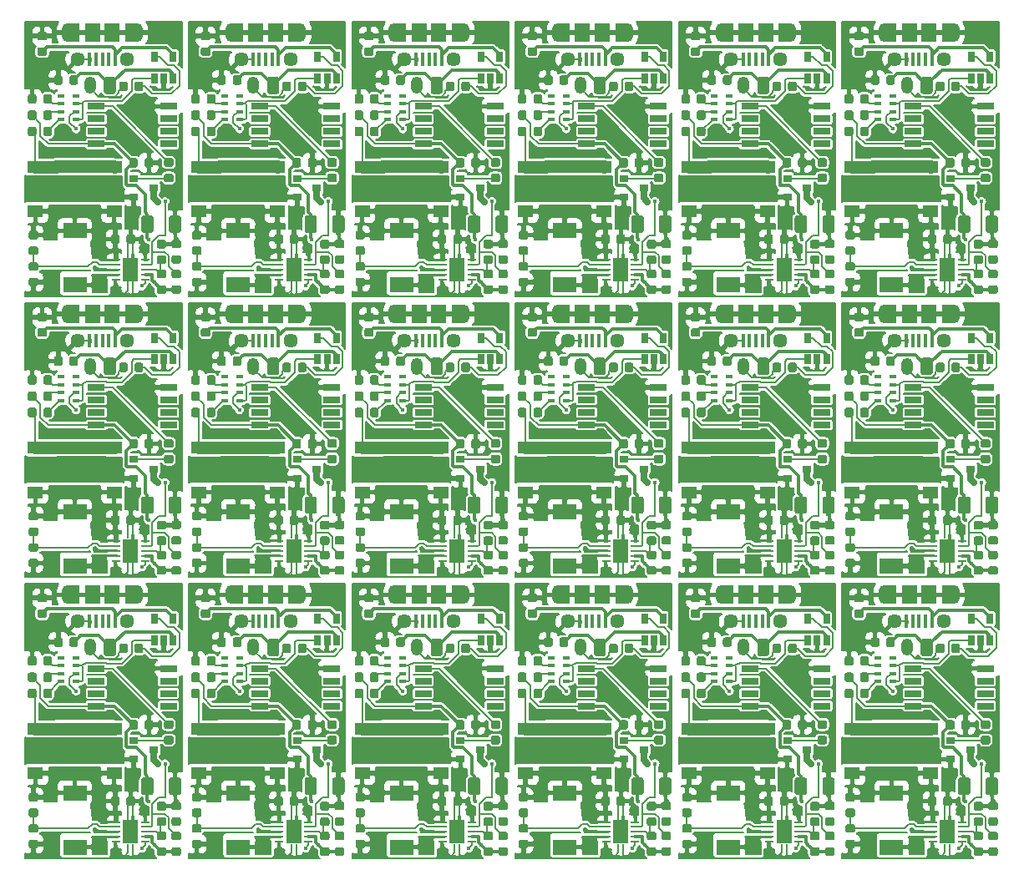
<source format=gbr>
G04 #@! TF.GenerationSoftware,KiCad,Pcbnew,(5.1.2)-2*
G04 #@! TF.CreationDate,2019-08-12T20:21:22-04:00*
G04 #@! TF.ProjectId,v2_panelized,76325f70-616e-4656-9c69-7a65642e6b69,rev?*
G04 #@! TF.SameCoordinates,Original*
G04 #@! TF.FileFunction,Copper,L1,Top*
G04 #@! TF.FilePolarity,Positive*
%FSLAX46Y46*%
G04 Gerber Fmt 4.6, Leading zero omitted, Abs format (unit mm)*
G04 Created by KiCad (PCBNEW (5.1.2)-2) date 2019-08-12 20:21:22*
%MOMM*%
%LPD*%
G04 APERTURE LIST*
%ADD10O,1.200000X1.750000*%
%ADD11C,0.100000*%
%ADD12C,1.200000*%
%ADD13C,1.250000*%
%ADD14R,1.550000X1.300000*%
%ADD15R,1.200000X1.900000*%
%ADD16O,1.200000X1.900000*%
%ADD17R,1.500000X1.900000*%
%ADD18C,1.450000*%
%ADD19R,0.400000X1.350000*%
%ADD20R,0.850000X0.280000*%
%ADD21R,1.650000X2.400000*%
%ADD22R,0.280000X0.700000*%
%ADD23R,1.700000X0.650000*%
%ADD24R,0.650000X1.060000*%
%ADD25R,0.760000X0.430000*%
%ADD26C,0.875000*%
%ADD27R,0.900000X0.800000*%
%ADD28R,2.400000X1.500000*%
%ADD29C,0.450000*%
%ADD30C,0.800000*%
%ADD31C,0.304800*%
%ADD32C,0.203200*%
%ADD33C,1.270000*%
%ADD34C,0.635000*%
G04 APERTURE END LIST*
D10*
X223040010Y-7364404D03*
D11*
G36*
X225414515Y-6490608D02*
G01*
X225438783Y-6494208D01*
X225462582Y-6500169D01*
X225485681Y-6508434D01*
X225507860Y-6518924D01*
X225528903Y-6531536D01*
X225548609Y-6546151D01*
X225566787Y-6562627D01*
X225583263Y-6580805D01*
X225597878Y-6600511D01*
X225610490Y-6621554D01*
X225620980Y-6643733D01*
X225629245Y-6666832D01*
X225635206Y-6690631D01*
X225638806Y-6714899D01*
X225640010Y-6739403D01*
X225640010Y-7989405D01*
X225638806Y-8013909D01*
X225635206Y-8038177D01*
X225629245Y-8061976D01*
X225620980Y-8085075D01*
X225610490Y-8107254D01*
X225597878Y-8128297D01*
X225583263Y-8148003D01*
X225566787Y-8166181D01*
X225548609Y-8182657D01*
X225528903Y-8197272D01*
X225507860Y-8209884D01*
X225485681Y-8220374D01*
X225462582Y-8228639D01*
X225438783Y-8234600D01*
X225414515Y-8238200D01*
X225390011Y-8239404D01*
X224690009Y-8239404D01*
X224665505Y-8238200D01*
X224641237Y-8234600D01*
X224617438Y-8228639D01*
X224594339Y-8220374D01*
X224572160Y-8209884D01*
X224551117Y-8197272D01*
X224531411Y-8182657D01*
X224513233Y-8166181D01*
X224496757Y-8148003D01*
X224482142Y-8128297D01*
X224469530Y-8107254D01*
X224459040Y-8085075D01*
X224450775Y-8061976D01*
X224444814Y-8038177D01*
X224441214Y-8013909D01*
X224440010Y-7989405D01*
X224440010Y-6739403D01*
X224441214Y-6714899D01*
X224444814Y-6690631D01*
X224450775Y-6666832D01*
X224459040Y-6643733D01*
X224469530Y-6621554D01*
X224482142Y-6600511D01*
X224496757Y-6580805D01*
X224513233Y-6562627D01*
X224531411Y-6546151D01*
X224551117Y-6531536D01*
X224572160Y-6518924D01*
X224594339Y-6508434D01*
X224617438Y-6500169D01*
X224641237Y-6494208D01*
X224665505Y-6490608D01*
X224690009Y-6489404D01*
X225390011Y-6489404D01*
X225414515Y-6490608D01*
X225414515Y-6490608D01*
G37*
D12*
X225040010Y-7364404D03*
D10*
X223040010Y21133598D03*
D11*
G36*
X225414515Y22007394D02*
G01*
X225438783Y22003794D01*
X225462582Y21997833D01*
X225485681Y21989568D01*
X225507860Y21979078D01*
X225528903Y21966466D01*
X225548609Y21951851D01*
X225566787Y21935375D01*
X225583263Y21917197D01*
X225597878Y21897491D01*
X225610490Y21876448D01*
X225620980Y21854269D01*
X225629245Y21831170D01*
X225635206Y21807371D01*
X225638806Y21783103D01*
X225640010Y21758599D01*
X225640010Y20508597D01*
X225638806Y20484093D01*
X225635206Y20459825D01*
X225629245Y20436026D01*
X225620980Y20412927D01*
X225610490Y20390748D01*
X225597878Y20369705D01*
X225583263Y20349999D01*
X225566787Y20331821D01*
X225548609Y20315345D01*
X225528903Y20300730D01*
X225507860Y20288118D01*
X225485681Y20277628D01*
X225462582Y20269363D01*
X225438783Y20263402D01*
X225414515Y20259802D01*
X225390011Y20258598D01*
X224690009Y20258598D01*
X224665505Y20259802D01*
X224641237Y20263402D01*
X224617438Y20269363D01*
X224594339Y20277628D01*
X224572160Y20288118D01*
X224551117Y20300730D01*
X224531411Y20315345D01*
X224513233Y20331821D01*
X224496757Y20349999D01*
X224482142Y20369705D01*
X224469530Y20390748D01*
X224459040Y20412927D01*
X224450775Y20436026D01*
X224444814Y20459825D01*
X224441214Y20484093D01*
X224440010Y20508597D01*
X224440010Y21758599D01*
X224441214Y21783103D01*
X224444814Y21807371D01*
X224450775Y21831170D01*
X224459040Y21854269D01*
X224469530Y21876448D01*
X224482142Y21897491D01*
X224496757Y21917197D01*
X224513233Y21935375D01*
X224531411Y21951851D01*
X224551117Y21966466D01*
X224572160Y21979078D01*
X224594339Y21989568D01*
X224617438Y21997833D01*
X224641237Y22003794D01*
X224665505Y22007394D01*
X224690009Y22008598D01*
X225390011Y22008598D01*
X225414515Y22007394D01*
X225414515Y22007394D01*
G37*
D12*
X225040010Y21133598D03*
D10*
X223040010Y49631600D03*
D11*
G36*
X225414515Y50505396D02*
G01*
X225438783Y50501796D01*
X225462582Y50495835D01*
X225485681Y50487570D01*
X225507860Y50477080D01*
X225528903Y50464468D01*
X225548609Y50449853D01*
X225566787Y50433377D01*
X225583263Y50415199D01*
X225597878Y50395493D01*
X225610490Y50374450D01*
X225620980Y50352271D01*
X225629245Y50329172D01*
X225635206Y50305373D01*
X225638806Y50281105D01*
X225640010Y50256601D01*
X225640010Y49006599D01*
X225638806Y48982095D01*
X225635206Y48957827D01*
X225629245Y48934028D01*
X225620980Y48910929D01*
X225610490Y48888750D01*
X225597878Y48867707D01*
X225583263Y48848001D01*
X225566787Y48829823D01*
X225548609Y48813347D01*
X225528903Y48798732D01*
X225507860Y48786120D01*
X225485681Y48775630D01*
X225462582Y48767365D01*
X225438783Y48761404D01*
X225414515Y48757804D01*
X225390011Y48756600D01*
X224690009Y48756600D01*
X224665505Y48757804D01*
X224641237Y48761404D01*
X224617438Y48767365D01*
X224594339Y48775630D01*
X224572160Y48786120D01*
X224551117Y48798732D01*
X224531411Y48813347D01*
X224513233Y48829823D01*
X224496757Y48848001D01*
X224482142Y48867707D01*
X224469530Y48888750D01*
X224459040Y48910929D01*
X224450775Y48934028D01*
X224444814Y48957827D01*
X224441214Y48982095D01*
X224440010Y49006599D01*
X224440010Y50256601D01*
X224441214Y50281105D01*
X224444814Y50305373D01*
X224450775Y50329172D01*
X224459040Y50352271D01*
X224469530Y50374450D01*
X224482142Y50395493D01*
X224496757Y50415199D01*
X224513233Y50433377D01*
X224531411Y50449853D01*
X224551117Y50464468D01*
X224572160Y50477080D01*
X224594339Y50487570D01*
X224617438Y50495835D01*
X224641237Y50501796D01*
X224665505Y50505396D01*
X224690009Y50506600D01*
X225390011Y50506600D01*
X225414515Y50505396D01*
X225414515Y50505396D01*
G37*
D12*
X225040010Y49631600D03*
D10*
X206480008Y-7364404D03*
D11*
G36*
X208854513Y-6490608D02*
G01*
X208878781Y-6494208D01*
X208902580Y-6500169D01*
X208925679Y-6508434D01*
X208947858Y-6518924D01*
X208968901Y-6531536D01*
X208988607Y-6546151D01*
X209006785Y-6562627D01*
X209023261Y-6580805D01*
X209037876Y-6600511D01*
X209050488Y-6621554D01*
X209060978Y-6643733D01*
X209069243Y-6666832D01*
X209075204Y-6690631D01*
X209078804Y-6714899D01*
X209080008Y-6739403D01*
X209080008Y-7989405D01*
X209078804Y-8013909D01*
X209075204Y-8038177D01*
X209069243Y-8061976D01*
X209060978Y-8085075D01*
X209050488Y-8107254D01*
X209037876Y-8128297D01*
X209023261Y-8148003D01*
X209006785Y-8166181D01*
X208988607Y-8182657D01*
X208968901Y-8197272D01*
X208947858Y-8209884D01*
X208925679Y-8220374D01*
X208902580Y-8228639D01*
X208878781Y-8234600D01*
X208854513Y-8238200D01*
X208830009Y-8239404D01*
X208130007Y-8239404D01*
X208105503Y-8238200D01*
X208081235Y-8234600D01*
X208057436Y-8228639D01*
X208034337Y-8220374D01*
X208012158Y-8209884D01*
X207991115Y-8197272D01*
X207971409Y-8182657D01*
X207953231Y-8166181D01*
X207936755Y-8148003D01*
X207922140Y-8128297D01*
X207909528Y-8107254D01*
X207899038Y-8085075D01*
X207890773Y-8061976D01*
X207884812Y-8038177D01*
X207881212Y-8013909D01*
X207880008Y-7989405D01*
X207880008Y-6739403D01*
X207881212Y-6714899D01*
X207884812Y-6690631D01*
X207890773Y-6666832D01*
X207899038Y-6643733D01*
X207909528Y-6621554D01*
X207922140Y-6600511D01*
X207936755Y-6580805D01*
X207953231Y-6562627D01*
X207971409Y-6546151D01*
X207991115Y-6531536D01*
X208012158Y-6518924D01*
X208034337Y-6508434D01*
X208057436Y-6500169D01*
X208081235Y-6494208D01*
X208105503Y-6490608D01*
X208130007Y-6489404D01*
X208830009Y-6489404D01*
X208854513Y-6490608D01*
X208854513Y-6490608D01*
G37*
D12*
X208480008Y-7364404D03*
D10*
X206480008Y21133598D03*
D11*
G36*
X208854513Y22007394D02*
G01*
X208878781Y22003794D01*
X208902580Y21997833D01*
X208925679Y21989568D01*
X208947858Y21979078D01*
X208968901Y21966466D01*
X208988607Y21951851D01*
X209006785Y21935375D01*
X209023261Y21917197D01*
X209037876Y21897491D01*
X209050488Y21876448D01*
X209060978Y21854269D01*
X209069243Y21831170D01*
X209075204Y21807371D01*
X209078804Y21783103D01*
X209080008Y21758599D01*
X209080008Y20508597D01*
X209078804Y20484093D01*
X209075204Y20459825D01*
X209069243Y20436026D01*
X209060978Y20412927D01*
X209050488Y20390748D01*
X209037876Y20369705D01*
X209023261Y20349999D01*
X209006785Y20331821D01*
X208988607Y20315345D01*
X208968901Y20300730D01*
X208947858Y20288118D01*
X208925679Y20277628D01*
X208902580Y20269363D01*
X208878781Y20263402D01*
X208854513Y20259802D01*
X208830009Y20258598D01*
X208130007Y20258598D01*
X208105503Y20259802D01*
X208081235Y20263402D01*
X208057436Y20269363D01*
X208034337Y20277628D01*
X208012158Y20288118D01*
X207991115Y20300730D01*
X207971409Y20315345D01*
X207953231Y20331821D01*
X207936755Y20349999D01*
X207922140Y20369705D01*
X207909528Y20390748D01*
X207899038Y20412927D01*
X207890773Y20436026D01*
X207884812Y20459825D01*
X207881212Y20484093D01*
X207880008Y20508597D01*
X207880008Y21758599D01*
X207881212Y21783103D01*
X207884812Y21807371D01*
X207890773Y21831170D01*
X207899038Y21854269D01*
X207909528Y21876448D01*
X207922140Y21897491D01*
X207936755Y21917197D01*
X207953231Y21935375D01*
X207971409Y21951851D01*
X207991115Y21966466D01*
X208012158Y21979078D01*
X208034337Y21989568D01*
X208057436Y21997833D01*
X208081235Y22003794D01*
X208105503Y22007394D01*
X208130007Y22008598D01*
X208830009Y22008598D01*
X208854513Y22007394D01*
X208854513Y22007394D01*
G37*
D12*
X208480008Y21133598D03*
D10*
X206480008Y49631600D03*
D11*
G36*
X208854513Y50505396D02*
G01*
X208878781Y50501796D01*
X208902580Y50495835D01*
X208925679Y50487570D01*
X208947858Y50477080D01*
X208968901Y50464468D01*
X208988607Y50449853D01*
X209006785Y50433377D01*
X209023261Y50415199D01*
X209037876Y50395493D01*
X209050488Y50374450D01*
X209060978Y50352271D01*
X209069243Y50329172D01*
X209075204Y50305373D01*
X209078804Y50281105D01*
X209080008Y50256601D01*
X209080008Y49006599D01*
X209078804Y48982095D01*
X209075204Y48957827D01*
X209069243Y48934028D01*
X209060978Y48910929D01*
X209050488Y48888750D01*
X209037876Y48867707D01*
X209023261Y48848001D01*
X209006785Y48829823D01*
X208988607Y48813347D01*
X208968901Y48798732D01*
X208947858Y48786120D01*
X208925679Y48775630D01*
X208902580Y48767365D01*
X208878781Y48761404D01*
X208854513Y48757804D01*
X208830009Y48756600D01*
X208130007Y48756600D01*
X208105503Y48757804D01*
X208081235Y48761404D01*
X208057436Y48767365D01*
X208034337Y48775630D01*
X208012158Y48786120D01*
X207991115Y48798732D01*
X207971409Y48813347D01*
X207953231Y48829823D01*
X207936755Y48848001D01*
X207922140Y48867707D01*
X207909528Y48888750D01*
X207899038Y48910929D01*
X207890773Y48934028D01*
X207884812Y48957827D01*
X207881212Y48982095D01*
X207880008Y49006599D01*
X207880008Y50256601D01*
X207881212Y50281105D01*
X207884812Y50305373D01*
X207890773Y50329172D01*
X207899038Y50352271D01*
X207909528Y50374450D01*
X207922140Y50395493D01*
X207936755Y50415199D01*
X207953231Y50433377D01*
X207971409Y50449853D01*
X207991115Y50464468D01*
X208012158Y50477080D01*
X208034337Y50487570D01*
X208057436Y50495835D01*
X208081235Y50501796D01*
X208105503Y50505396D01*
X208130007Y50506600D01*
X208830009Y50506600D01*
X208854513Y50505396D01*
X208854513Y50505396D01*
G37*
D12*
X208480008Y49631600D03*
D10*
X189920006Y-7364404D03*
D11*
G36*
X192294511Y-6490608D02*
G01*
X192318779Y-6494208D01*
X192342578Y-6500169D01*
X192365677Y-6508434D01*
X192387856Y-6518924D01*
X192408899Y-6531536D01*
X192428605Y-6546151D01*
X192446783Y-6562627D01*
X192463259Y-6580805D01*
X192477874Y-6600511D01*
X192490486Y-6621554D01*
X192500976Y-6643733D01*
X192509241Y-6666832D01*
X192515202Y-6690631D01*
X192518802Y-6714899D01*
X192520006Y-6739403D01*
X192520006Y-7989405D01*
X192518802Y-8013909D01*
X192515202Y-8038177D01*
X192509241Y-8061976D01*
X192500976Y-8085075D01*
X192490486Y-8107254D01*
X192477874Y-8128297D01*
X192463259Y-8148003D01*
X192446783Y-8166181D01*
X192428605Y-8182657D01*
X192408899Y-8197272D01*
X192387856Y-8209884D01*
X192365677Y-8220374D01*
X192342578Y-8228639D01*
X192318779Y-8234600D01*
X192294511Y-8238200D01*
X192270007Y-8239404D01*
X191570005Y-8239404D01*
X191545501Y-8238200D01*
X191521233Y-8234600D01*
X191497434Y-8228639D01*
X191474335Y-8220374D01*
X191452156Y-8209884D01*
X191431113Y-8197272D01*
X191411407Y-8182657D01*
X191393229Y-8166181D01*
X191376753Y-8148003D01*
X191362138Y-8128297D01*
X191349526Y-8107254D01*
X191339036Y-8085075D01*
X191330771Y-8061976D01*
X191324810Y-8038177D01*
X191321210Y-8013909D01*
X191320006Y-7989405D01*
X191320006Y-6739403D01*
X191321210Y-6714899D01*
X191324810Y-6690631D01*
X191330771Y-6666832D01*
X191339036Y-6643733D01*
X191349526Y-6621554D01*
X191362138Y-6600511D01*
X191376753Y-6580805D01*
X191393229Y-6562627D01*
X191411407Y-6546151D01*
X191431113Y-6531536D01*
X191452156Y-6518924D01*
X191474335Y-6508434D01*
X191497434Y-6500169D01*
X191521233Y-6494208D01*
X191545501Y-6490608D01*
X191570005Y-6489404D01*
X192270007Y-6489404D01*
X192294511Y-6490608D01*
X192294511Y-6490608D01*
G37*
D12*
X191920006Y-7364404D03*
D10*
X189920006Y21133598D03*
D11*
G36*
X192294511Y22007394D02*
G01*
X192318779Y22003794D01*
X192342578Y21997833D01*
X192365677Y21989568D01*
X192387856Y21979078D01*
X192408899Y21966466D01*
X192428605Y21951851D01*
X192446783Y21935375D01*
X192463259Y21917197D01*
X192477874Y21897491D01*
X192490486Y21876448D01*
X192500976Y21854269D01*
X192509241Y21831170D01*
X192515202Y21807371D01*
X192518802Y21783103D01*
X192520006Y21758599D01*
X192520006Y20508597D01*
X192518802Y20484093D01*
X192515202Y20459825D01*
X192509241Y20436026D01*
X192500976Y20412927D01*
X192490486Y20390748D01*
X192477874Y20369705D01*
X192463259Y20349999D01*
X192446783Y20331821D01*
X192428605Y20315345D01*
X192408899Y20300730D01*
X192387856Y20288118D01*
X192365677Y20277628D01*
X192342578Y20269363D01*
X192318779Y20263402D01*
X192294511Y20259802D01*
X192270007Y20258598D01*
X191570005Y20258598D01*
X191545501Y20259802D01*
X191521233Y20263402D01*
X191497434Y20269363D01*
X191474335Y20277628D01*
X191452156Y20288118D01*
X191431113Y20300730D01*
X191411407Y20315345D01*
X191393229Y20331821D01*
X191376753Y20349999D01*
X191362138Y20369705D01*
X191349526Y20390748D01*
X191339036Y20412927D01*
X191330771Y20436026D01*
X191324810Y20459825D01*
X191321210Y20484093D01*
X191320006Y20508597D01*
X191320006Y21758599D01*
X191321210Y21783103D01*
X191324810Y21807371D01*
X191330771Y21831170D01*
X191339036Y21854269D01*
X191349526Y21876448D01*
X191362138Y21897491D01*
X191376753Y21917197D01*
X191393229Y21935375D01*
X191411407Y21951851D01*
X191431113Y21966466D01*
X191452156Y21979078D01*
X191474335Y21989568D01*
X191497434Y21997833D01*
X191521233Y22003794D01*
X191545501Y22007394D01*
X191570005Y22008598D01*
X192270007Y22008598D01*
X192294511Y22007394D01*
X192294511Y22007394D01*
G37*
D12*
X191920006Y21133598D03*
D10*
X189920006Y49631600D03*
D11*
G36*
X192294511Y50505396D02*
G01*
X192318779Y50501796D01*
X192342578Y50495835D01*
X192365677Y50487570D01*
X192387856Y50477080D01*
X192408899Y50464468D01*
X192428605Y50449853D01*
X192446783Y50433377D01*
X192463259Y50415199D01*
X192477874Y50395493D01*
X192490486Y50374450D01*
X192500976Y50352271D01*
X192509241Y50329172D01*
X192515202Y50305373D01*
X192518802Y50281105D01*
X192520006Y50256601D01*
X192520006Y49006599D01*
X192518802Y48982095D01*
X192515202Y48957827D01*
X192509241Y48934028D01*
X192500976Y48910929D01*
X192490486Y48888750D01*
X192477874Y48867707D01*
X192463259Y48848001D01*
X192446783Y48829823D01*
X192428605Y48813347D01*
X192408899Y48798732D01*
X192387856Y48786120D01*
X192365677Y48775630D01*
X192342578Y48767365D01*
X192318779Y48761404D01*
X192294511Y48757804D01*
X192270007Y48756600D01*
X191570005Y48756600D01*
X191545501Y48757804D01*
X191521233Y48761404D01*
X191497434Y48767365D01*
X191474335Y48775630D01*
X191452156Y48786120D01*
X191431113Y48798732D01*
X191411407Y48813347D01*
X191393229Y48829823D01*
X191376753Y48848001D01*
X191362138Y48867707D01*
X191349526Y48888750D01*
X191339036Y48910929D01*
X191330771Y48934028D01*
X191324810Y48957827D01*
X191321210Y48982095D01*
X191320006Y49006599D01*
X191320006Y50256601D01*
X191321210Y50281105D01*
X191324810Y50305373D01*
X191330771Y50329172D01*
X191339036Y50352271D01*
X191349526Y50374450D01*
X191362138Y50395493D01*
X191376753Y50415199D01*
X191393229Y50433377D01*
X191411407Y50449853D01*
X191431113Y50464468D01*
X191452156Y50477080D01*
X191474335Y50487570D01*
X191497434Y50495835D01*
X191521233Y50501796D01*
X191545501Y50505396D01*
X191570005Y50506600D01*
X192270007Y50506600D01*
X192294511Y50505396D01*
X192294511Y50505396D01*
G37*
D12*
X191920006Y49631600D03*
D10*
X173360004Y-7364404D03*
D11*
G36*
X175734509Y-6490608D02*
G01*
X175758777Y-6494208D01*
X175782576Y-6500169D01*
X175805675Y-6508434D01*
X175827854Y-6518924D01*
X175848897Y-6531536D01*
X175868603Y-6546151D01*
X175886781Y-6562627D01*
X175903257Y-6580805D01*
X175917872Y-6600511D01*
X175930484Y-6621554D01*
X175940974Y-6643733D01*
X175949239Y-6666832D01*
X175955200Y-6690631D01*
X175958800Y-6714899D01*
X175960004Y-6739403D01*
X175960004Y-7989405D01*
X175958800Y-8013909D01*
X175955200Y-8038177D01*
X175949239Y-8061976D01*
X175940974Y-8085075D01*
X175930484Y-8107254D01*
X175917872Y-8128297D01*
X175903257Y-8148003D01*
X175886781Y-8166181D01*
X175868603Y-8182657D01*
X175848897Y-8197272D01*
X175827854Y-8209884D01*
X175805675Y-8220374D01*
X175782576Y-8228639D01*
X175758777Y-8234600D01*
X175734509Y-8238200D01*
X175710005Y-8239404D01*
X175010003Y-8239404D01*
X174985499Y-8238200D01*
X174961231Y-8234600D01*
X174937432Y-8228639D01*
X174914333Y-8220374D01*
X174892154Y-8209884D01*
X174871111Y-8197272D01*
X174851405Y-8182657D01*
X174833227Y-8166181D01*
X174816751Y-8148003D01*
X174802136Y-8128297D01*
X174789524Y-8107254D01*
X174779034Y-8085075D01*
X174770769Y-8061976D01*
X174764808Y-8038177D01*
X174761208Y-8013909D01*
X174760004Y-7989405D01*
X174760004Y-6739403D01*
X174761208Y-6714899D01*
X174764808Y-6690631D01*
X174770769Y-6666832D01*
X174779034Y-6643733D01*
X174789524Y-6621554D01*
X174802136Y-6600511D01*
X174816751Y-6580805D01*
X174833227Y-6562627D01*
X174851405Y-6546151D01*
X174871111Y-6531536D01*
X174892154Y-6518924D01*
X174914333Y-6508434D01*
X174937432Y-6500169D01*
X174961231Y-6494208D01*
X174985499Y-6490608D01*
X175010003Y-6489404D01*
X175710005Y-6489404D01*
X175734509Y-6490608D01*
X175734509Y-6490608D01*
G37*
D12*
X175360004Y-7364404D03*
D10*
X173360004Y21133598D03*
D11*
G36*
X175734509Y22007394D02*
G01*
X175758777Y22003794D01*
X175782576Y21997833D01*
X175805675Y21989568D01*
X175827854Y21979078D01*
X175848897Y21966466D01*
X175868603Y21951851D01*
X175886781Y21935375D01*
X175903257Y21917197D01*
X175917872Y21897491D01*
X175930484Y21876448D01*
X175940974Y21854269D01*
X175949239Y21831170D01*
X175955200Y21807371D01*
X175958800Y21783103D01*
X175960004Y21758599D01*
X175960004Y20508597D01*
X175958800Y20484093D01*
X175955200Y20459825D01*
X175949239Y20436026D01*
X175940974Y20412927D01*
X175930484Y20390748D01*
X175917872Y20369705D01*
X175903257Y20349999D01*
X175886781Y20331821D01*
X175868603Y20315345D01*
X175848897Y20300730D01*
X175827854Y20288118D01*
X175805675Y20277628D01*
X175782576Y20269363D01*
X175758777Y20263402D01*
X175734509Y20259802D01*
X175710005Y20258598D01*
X175010003Y20258598D01*
X174985499Y20259802D01*
X174961231Y20263402D01*
X174937432Y20269363D01*
X174914333Y20277628D01*
X174892154Y20288118D01*
X174871111Y20300730D01*
X174851405Y20315345D01*
X174833227Y20331821D01*
X174816751Y20349999D01*
X174802136Y20369705D01*
X174789524Y20390748D01*
X174779034Y20412927D01*
X174770769Y20436026D01*
X174764808Y20459825D01*
X174761208Y20484093D01*
X174760004Y20508597D01*
X174760004Y21758599D01*
X174761208Y21783103D01*
X174764808Y21807371D01*
X174770769Y21831170D01*
X174779034Y21854269D01*
X174789524Y21876448D01*
X174802136Y21897491D01*
X174816751Y21917197D01*
X174833227Y21935375D01*
X174851405Y21951851D01*
X174871111Y21966466D01*
X174892154Y21979078D01*
X174914333Y21989568D01*
X174937432Y21997833D01*
X174961231Y22003794D01*
X174985499Y22007394D01*
X175010003Y22008598D01*
X175710005Y22008598D01*
X175734509Y22007394D01*
X175734509Y22007394D01*
G37*
D12*
X175360004Y21133598D03*
D10*
X173360004Y49631600D03*
D11*
G36*
X175734509Y50505396D02*
G01*
X175758777Y50501796D01*
X175782576Y50495835D01*
X175805675Y50487570D01*
X175827854Y50477080D01*
X175848897Y50464468D01*
X175868603Y50449853D01*
X175886781Y50433377D01*
X175903257Y50415199D01*
X175917872Y50395493D01*
X175930484Y50374450D01*
X175940974Y50352271D01*
X175949239Y50329172D01*
X175955200Y50305373D01*
X175958800Y50281105D01*
X175960004Y50256601D01*
X175960004Y49006599D01*
X175958800Y48982095D01*
X175955200Y48957827D01*
X175949239Y48934028D01*
X175940974Y48910929D01*
X175930484Y48888750D01*
X175917872Y48867707D01*
X175903257Y48848001D01*
X175886781Y48829823D01*
X175868603Y48813347D01*
X175848897Y48798732D01*
X175827854Y48786120D01*
X175805675Y48775630D01*
X175782576Y48767365D01*
X175758777Y48761404D01*
X175734509Y48757804D01*
X175710005Y48756600D01*
X175010003Y48756600D01*
X174985499Y48757804D01*
X174961231Y48761404D01*
X174937432Y48767365D01*
X174914333Y48775630D01*
X174892154Y48786120D01*
X174871111Y48798732D01*
X174851405Y48813347D01*
X174833227Y48829823D01*
X174816751Y48848001D01*
X174802136Y48867707D01*
X174789524Y48888750D01*
X174779034Y48910929D01*
X174770769Y48934028D01*
X174764808Y48957827D01*
X174761208Y48982095D01*
X174760004Y49006599D01*
X174760004Y50256601D01*
X174761208Y50281105D01*
X174764808Y50305373D01*
X174770769Y50329172D01*
X174779034Y50352271D01*
X174789524Y50374450D01*
X174802136Y50395493D01*
X174816751Y50415199D01*
X174833227Y50433377D01*
X174851405Y50449853D01*
X174871111Y50464468D01*
X174892154Y50477080D01*
X174914333Y50487570D01*
X174937432Y50495835D01*
X174961231Y50501796D01*
X174985499Y50505396D01*
X175010003Y50506600D01*
X175710005Y50506600D01*
X175734509Y50505396D01*
X175734509Y50505396D01*
G37*
D12*
X175360004Y49631600D03*
D10*
X156800002Y-7364404D03*
D11*
G36*
X159174507Y-6490608D02*
G01*
X159198775Y-6494208D01*
X159222574Y-6500169D01*
X159245673Y-6508434D01*
X159267852Y-6518924D01*
X159288895Y-6531536D01*
X159308601Y-6546151D01*
X159326779Y-6562627D01*
X159343255Y-6580805D01*
X159357870Y-6600511D01*
X159370482Y-6621554D01*
X159380972Y-6643733D01*
X159389237Y-6666832D01*
X159395198Y-6690631D01*
X159398798Y-6714899D01*
X159400002Y-6739403D01*
X159400002Y-7989405D01*
X159398798Y-8013909D01*
X159395198Y-8038177D01*
X159389237Y-8061976D01*
X159380972Y-8085075D01*
X159370482Y-8107254D01*
X159357870Y-8128297D01*
X159343255Y-8148003D01*
X159326779Y-8166181D01*
X159308601Y-8182657D01*
X159288895Y-8197272D01*
X159267852Y-8209884D01*
X159245673Y-8220374D01*
X159222574Y-8228639D01*
X159198775Y-8234600D01*
X159174507Y-8238200D01*
X159150003Y-8239404D01*
X158450001Y-8239404D01*
X158425497Y-8238200D01*
X158401229Y-8234600D01*
X158377430Y-8228639D01*
X158354331Y-8220374D01*
X158332152Y-8209884D01*
X158311109Y-8197272D01*
X158291403Y-8182657D01*
X158273225Y-8166181D01*
X158256749Y-8148003D01*
X158242134Y-8128297D01*
X158229522Y-8107254D01*
X158219032Y-8085075D01*
X158210767Y-8061976D01*
X158204806Y-8038177D01*
X158201206Y-8013909D01*
X158200002Y-7989405D01*
X158200002Y-6739403D01*
X158201206Y-6714899D01*
X158204806Y-6690631D01*
X158210767Y-6666832D01*
X158219032Y-6643733D01*
X158229522Y-6621554D01*
X158242134Y-6600511D01*
X158256749Y-6580805D01*
X158273225Y-6562627D01*
X158291403Y-6546151D01*
X158311109Y-6531536D01*
X158332152Y-6518924D01*
X158354331Y-6508434D01*
X158377430Y-6500169D01*
X158401229Y-6494208D01*
X158425497Y-6490608D01*
X158450001Y-6489404D01*
X159150003Y-6489404D01*
X159174507Y-6490608D01*
X159174507Y-6490608D01*
G37*
D12*
X158800002Y-7364404D03*
D10*
X156800002Y21133598D03*
D11*
G36*
X159174507Y22007394D02*
G01*
X159198775Y22003794D01*
X159222574Y21997833D01*
X159245673Y21989568D01*
X159267852Y21979078D01*
X159288895Y21966466D01*
X159308601Y21951851D01*
X159326779Y21935375D01*
X159343255Y21917197D01*
X159357870Y21897491D01*
X159370482Y21876448D01*
X159380972Y21854269D01*
X159389237Y21831170D01*
X159395198Y21807371D01*
X159398798Y21783103D01*
X159400002Y21758599D01*
X159400002Y20508597D01*
X159398798Y20484093D01*
X159395198Y20459825D01*
X159389237Y20436026D01*
X159380972Y20412927D01*
X159370482Y20390748D01*
X159357870Y20369705D01*
X159343255Y20349999D01*
X159326779Y20331821D01*
X159308601Y20315345D01*
X159288895Y20300730D01*
X159267852Y20288118D01*
X159245673Y20277628D01*
X159222574Y20269363D01*
X159198775Y20263402D01*
X159174507Y20259802D01*
X159150003Y20258598D01*
X158450001Y20258598D01*
X158425497Y20259802D01*
X158401229Y20263402D01*
X158377430Y20269363D01*
X158354331Y20277628D01*
X158332152Y20288118D01*
X158311109Y20300730D01*
X158291403Y20315345D01*
X158273225Y20331821D01*
X158256749Y20349999D01*
X158242134Y20369705D01*
X158229522Y20390748D01*
X158219032Y20412927D01*
X158210767Y20436026D01*
X158204806Y20459825D01*
X158201206Y20484093D01*
X158200002Y20508597D01*
X158200002Y21758599D01*
X158201206Y21783103D01*
X158204806Y21807371D01*
X158210767Y21831170D01*
X158219032Y21854269D01*
X158229522Y21876448D01*
X158242134Y21897491D01*
X158256749Y21917197D01*
X158273225Y21935375D01*
X158291403Y21951851D01*
X158311109Y21966466D01*
X158332152Y21979078D01*
X158354331Y21989568D01*
X158377430Y21997833D01*
X158401229Y22003794D01*
X158425497Y22007394D01*
X158450001Y22008598D01*
X159150003Y22008598D01*
X159174507Y22007394D01*
X159174507Y22007394D01*
G37*
D12*
X158800002Y21133598D03*
D10*
X156800002Y49631600D03*
D11*
G36*
X159174507Y50505396D02*
G01*
X159198775Y50501796D01*
X159222574Y50495835D01*
X159245673Y50487570D01*
X159267852Y50477080D01*
X159288895Y50464468D01*
X159308601Y50449853D01*
X159326779Y50433377D01*
X159343255Y50415199D01*
X159357870Y50395493D01*
X159370482Y50374450D01*
X159380972Y50352271D01*
X159389237Y50329172D01*
X159395198Y50305373D01*
X159398798Y50281105D01*
X159400002Y50256601D01*
X159400002Y49006599D01*
X159398798Y48982095D01*
X159395198Y48957827D01*
X159389237Y48934028D01*
X159380972Y48910929D01*
X159370482Y48888750D01*
X159357870Y48867707D01*
X159343255Y48848001D01*
X159326779Y48829823D01*
X159308601Y48813347D01*
X159288895Y48798732D01*
X159267852Y48786120D01*
X159245673Y48775630D01*
X159222574Y48767365D01*
X159198775Y48761404D01*
X159174507Y48757804D01*
X159150003Y48756600D01*
X158450001Y48756600D01*
X158425497Y48757804D01*
X158401229Y48761404D01*
X158377430Y48767365D01*
X158354331Y48775630D01*
X158332152Y48786120D01*
X158311109Y48798732D01*
X158291403Y48813347D01*
X158273225Y48829823D01*
X158256749Y48848001D01*
X158242134Y48867707D01*
X158229522Y48888750D01*
X158219032Y48910929D01*
X158210767Y48934028D01*
X158204806Y48957827D01*
X158201206Y48982095D01*
X158200002Y49006599D01*
X158200002Y50256601D01*
X158201206Y50281105D01*
X158204806Y50305373D01*
X158210767Y50329172D01*
X158219032Y50352271D01*
X158229522Y50374450D01*
X158242134Y50395493D01*
X158256749Y50415199D01*
X158273225Y50433377D01*
X158291403Y50449853D01*
X158311109Y50464468D01*
X158332152Y50477080D01*
X158354331Y50487570D01*
X158377430Y50495835D01*
X158401229Y50501796D01*
X158425497Y50505396D01*
X158450001Y50506600D01*
X159150003Y50506600D01*
X159174507Y50505396D01*
X159174507Y50505396D01*
G37*
D12*
X158800002Y49631600D03*
D10*
X140240000Y-7364404D03*
D11*
G36*
X142614505Y-6490608D02*
G01*
X142638773Y-6494208D01*
X142662572Y-6500169D01*
X142685671Y-6508434D01*
X142707850Y-6518924D01*
X142728893Y-6531536D01*
X142748599Y-6546151D01*
X142766777Y-6562627D01*
X142783253Y-6580805D01*
X142797868Y-6600511D01*
X142810480Y-6621554D01*
X142820970Y-6643733D01*
X142829235Y-6666832D01*
X142835196Y-6690631D01*
X142838796Y-6714899D01*
X142840000Y-6739403D01*
X142840000Y-7989405D01*
X142838796Y-8013909D01*
X142835196Y-8038177D01*
X142829235Y-8061976D01*
X142820970Y-8085075D01*
X142810480Y-8107254D01*
X142797868Y-8128297D01*
X142783253Y-8148003D01*
X142766777Y-8166181D01*
X142748599Y-8182657D01*
X142728893Y-8197272D01*
X142707850Y-8209884D01*
X142685671Y-8220374D01*
X142662572Y-8228639D01*
X142638773Y-8234600D01*
X142614505Y-8238200D01*
X142590001Y-8239404D01*
X141889999Y-8239404D01*
X141865495Y-8238200D01*
X141841227Y-8234600D01*
X141817428Y-8228639D01*
X141794329Y-8220374D01*
X141772150Y-8209884D01*
X141751107Y-8197272D01*
X141731401Y-8182657D01*
X141713223Y-8166181D01*
X141696747Y-8148003D01*
X141682132Y-8128297D01*
X141669520Y-8107254D01*
X141659030Y-8085075D01*
X141650765Y-8061976D01*
X141644804Y-8038177D01*
X141641204Y-8013909D01*
X141640000Y-7989405D01*
X141640000Y-6739403D01*
X141641204Y-6714899D01*
X141644804Y-6690631D01*
X141650765Y-6666832D01*
X141659030Y-6643733D01*
X141669520Y-6621554D01*
X141682132Y-6600511D01*
X141696747Y-6580805D01*
X141713223Y-6562627D01*
X141731401Y-6546151D01*
X141751107Y-6531536D01*
X141772150Y-6518924D01*
X141794329Y-6508434D01*
X141817428Y-6500169D01*
X141841227Y-6494208D01*
X141865495Y-6490608D01*
X141889999Y-6489404D01*
X142590001Y-6489404D01*
X142614505Y-6490608D01*
X142614505Y-6490608D01*
G37*
D12*
X142240000Y-7364404D03*
D10*
X140240000Y21133598D03*
D11*
G36*
X142614505Y22007394D02*
G01*
X142638773Y22003794D01*
X142662572Y21997833D01*
X142685671Y21989568D01*
X142707850Y21979078D01*
X142728893Y21966466D01*
X142748599Y21951851D01*
X142766777Y21935375D01*
X142783253Y21917197D01*
X142797868Y21897491D01*
X142810480Y21876448D01*
X142820970Y21854269D01*
X142829235Y21831170D01*
X142835196Y21807371D01*
X142838796Y21783103D01*
X142840000Y21758599D01*
X142840000Y20508597D01*
X142838796Y20484093D01*
X142835196Y20459825D01*
X142829235Y20436026D01*
X142820970Y20412927D01*
X142810480Y20390748D01*
X142797868Y20369705D01*
X142783253Y20349999D01*
X142766777Y20331821D01*
X142748599Y20315345D01*
X142728893Y20300730D01*
X142707850Y20288118D01*
X142685671Y20277628D01*
X142662572Y20269363D01*
X142638773Y20263402D01*
X142614505Y20259802D01*
X142590001Y20258598D01*
X141889999Y20258598D01*
X141865495Y20259802D01*
X141841227Y20263402D01*
X141817428Y20269363D01*
X141794329Y20277628D01*
X141772150Y20288118D01*
X141751107Y20300730D01*
X141731401Y20315345D01*
X141713223Y20331821D01*
X141696747Y20349999D01*
X141682132Y20369705D01*
X141669520Y20390748D01*
X141659030Y20412927D01*
X141650765Y20436026D01*
X141644804Y20459825D01*
X141641204Y20484093D01*
X141640000Y20508597D01*
X141640000Y21758599D01*
X141641204Y21783103D01*
X141644804Y21807371D01*
X141650765Y21831170D01*
X141659030Y21854269D01*
X141669520Y21876448D01*
X141682132Y21897491D01*
X141696747Y21917197D01*
X141713223Y21935375D01*
X141731401Y21951851D01*
X141751107Y21966466D01*
X141772150Y21979078D01*
X141794329Y21989568D01*
X141817428Y21997833D01*
X141841227Y22003794D01*
X141865495Y22007394D01*
X141889999Y22008598D01*
X142590001Y22008598D01*
X142614505Y22007394D01*
X142614505Y22007394D01*
G37*
D12*
X142240000Y21133598D03*
D11*
G36*
X232046514Y-20562208D02*
G01*
X232070783Y-20565808D01*
X232094581Y-20571769D01*
X232117681Y-20580034D01*
X232139859Y-20590524D01*
X232160903Y-20603137D01*
X232180608Y-20617751D01*
X232198787Y-20634227D01*
X232215263Y-20652406D01*
X232229877Y-20672111D01*
X232242490Y-20693155D01*
X232252980Y-20715333D01*
X232261245Y-20738433D01*
X232267206Y-20762231D01*
X232270806Y-20786500D01*
X232272010Y-20811004D01*
X232272010Y-22061004D01*
X232270806Y-22085508D01*
X232267206Y-22109777D01*
X232261245Y-22133575D01*
X232252980Y-22156675D01*
X232242490Y-22178853D01*
X232229877Y-22199897D01*
X232215263Y-22219602D01*
X232198787Y-22237781D01*
X232180608Y-22254257D01*
X232160903Y-22268871D01*
X232139859Y-22281484D01*
X232117681Y-22291974D01*
X232094581Y-22300239D01*
X232070783Y-22306200D01*
X232046514Y-22309800D01*
X232022010Y-22311004D01*
X231272010Y-22311004D01*
X231247506Y-22309800D01*
X231223237Y-22306200D01*
X231199439Y-22300239D01*
X231176339Y-22291974D01*
X231154161Y-22281484D01*
X231133117Y-22268871D01*
X231113412Y-22254257D01*
X231095233Y-22237781D01*
X231078757Y-22219602D01*
X231064143Y-22199897D01*
X231051530Y-22178853D01*
X231041040Y-22156675D01*
X231032775Y-22133575D01*
X231026814Y-22109777D01*
X231023214Y-22085508D01*
X231022010Y-22061004D01*
X231022010Y-20811004D01*
X231023214Y-20786500D01*
X231026814Y-20762231D01*
X231032775Y-20738433D01*
X231041040Y-20715333D01*
X231051530Y-20693155D01*
X231064143Y-20672111D01*
X231078757Y-20652406D01*
X231095233Y-20634227D01*
X231113412Y-20617751D01*
X231133117Y-20603137D01*
X231154161Y-20590524D01*
X231176339Y-20580034D01*
X231199439Y-20571769D01*
X231223237Y-20565808D01*
X231247506Y-20562208D01*
X231272010Y-20561004D01*
X232022010Y-20561004D01*
X232046514Y-20562208D01*
X232046514Y-20562208D01*
G37*
D13*
X231647010Y-21436004D03*
D11*
G36*
X229246514Y-20562208D02*
G01*
X229270783Y-20565808D01*
X229294581Y-20571769D01*
X229317681Y-20580034D01*
X229339859Y-20590524D01*
X229360903Y-20603137D01*
X229380608Y-20617751D01*
X229398787Y-20634227D01*
X229415263Y-20652406D01*
X229429877Y-20672111D01*
X229442490Y-20693155D01*
X229452980Y-20715333D01*
X229461245Y-20738433D01*
X229467206Y-20762231D01*
X229470806Y-20786500D01*
X229472010Y-20811004D01*
X229472010Y-22061004D01*
X229470806Y-22085508D01*
X229467206Y-22109777D01*
X229461245Y-22133575D01*
X229452980Y-22156675D01*
X229442490Y-22178853D01*
X229429877Y-22199897D01*
X229415263Y-22219602D01*
X229398787Y-22237781D01*
X229380608Y-22254257D01*
X229360903Y-22268871D01*
X229339859Y-22281484D01*
X229317681Y-22291974D01*
X229294581Y-22300239D01*
X229270783Y-22306200D01*
X229246514Y-22309800D01*
X229222010Y-22311004D01*
X228472010Y-22311004D01*
X228447506Y-22309800D01*
X228423237Y-22306200D01*
X228399439Y-22300239D01*
X228376339Y-22291974D01*
X228354161Y-22281484D01*
X228333117Y-22268871D01*
X228313412Y-22254257D01*
X228295233Y-22237781D01*
X228278757Y-22219602D01*
X228264143Y-22199897D01*
X228251530Y-22178853D01*
X228241040Y-22156675D01*
X228232775Y-22133575D01*
X228226814Y-22109777D01*
X228223214Y-22085508D01*
X228222010Y-22061004D01*
X228222010Y-20811004D01*
X228223214Y-20786500D01*
X228226814Y-20762231D01*
X228232775Y-20738433D01*
X228241040Y-20715333D01*
X228251530Y-20693155D01*
X228264143Y-20672111D01*
X228278757Y-20652406D01*
X228295233Y-20634227D01*
X228313412Y-20617751D01*
X228333117Y-20603137D01*
X228354161Y-20590524D01*
X228376339Y-20580034D01*
X228399439Y-20571769D01*
X228423237Y-20565808D01*
X228447506Y-20562208D01*
X228472010Y-20561004D01*
X229222010Y-20561004D01*
X229246514Y-20562208D01*
X229246514Y-20562208D01*
G37*
D13*
X228847010Y-21436004D03*
D11*
G36*
X232046514Y7935794D02*
G01*
X232070783Y7932194D01*
X232094581Y7926233D01*
X232117681Y7917968D01*
X232139859Y7907478D01*
X232160903Y7894865D01*
X232180608Y7880251D01*
X232198787Y7863775D01*
X232215263Y7845596D01*
X232229877Y7825891D01*
X232242490Y7804847D01*
X232252980Y7782669D01*
X232261245Y7759569D01*
X232267206Y7735771D01*
X232270806Y7711502D01*
X232272010Y7686998D01*
X232272010Y6436998D01*
X232270806Y6412494D01*
X232267206Y6388225D01*
X232261245Y6364427D01*
X232252980Y6341327D01*
X232242490Y6319149D01*
X232229877Y6298105D01*
X232215263Y6278400D01*
X232198787Y6260221D01*
X232180608Y6243745D01*
X232160903Y6229131D01*
X232139859Y6216518D01*
X232117681Y6206028D01*
X232094581Y6197763D01*
X232070783Y6191802D01*
X232046514Y6188202D01*
X232022010Y6186998D01*
X231272010Y6186998D01*
X231247506Y6188202D01*
X231223237Y6191802D01*
X231199439Y6197763D01*
X231176339Y6206028D01*
X231154161Y6216518D01*
X231133117Y6229131D01*
X231113412Y6243745D01*
X231095233Y6260221D01*
X231078757Y6278400D01*
X231064143Y6298105D01*
X231051530Y6319149D01*
X231041040Y6341327D01*
X231032775Y6364427D01*
X231026814Y6388225D01*
X231023214Y6412494D01*
X231022010Y6436998D01*
X231022010Y7686998D01*
X231023214Y7711502D01*
X231026814Y7735771D01*
X231032775Y7759569D01*
X231041040Y7782669D01*
X231051530Y7804847D01*
X231064143Y7825891D01*
X231078757Y7845596D01*
X231095233Y7863775D01*
X231113412Y7880251D01*
X231133117Y7894865D01*
X231154161Y7907478D01*
X231176339Y7917968D01*
X231199439Y7926233D01*
X231223237Y7932194D01*
X231247506Y7935794D01*
X231272010Y7936998D01*
X232022010Y7936998D01*
X232046514Y7935794D01*
X232046514Y7935794D01*
G37*
D13*
X231647010Y7061998D03*
D11*
G36*
X229246514Y7935794D02*
G01*
X229270783Y7932194D01*
X229294581Y7926233D01*
X229317681Y7917968D01*
X229339859Y7907478D01*
X229360903Y7894865D01*
X229380608Y7880251D01*
X229398787Y7863775D01*
X229415263Y7845596D01*
X229429877Y7825891D01*
X229442490Y7804847D01*
X229452980Y7782669D01*
X229461245Y7759569D01*
X229467206Y7735771D01*
X229470806Y7711502D01*
X229472010Y7686998D01*
X229472010Y6436998D01*
X229470806Y6412494D01*
X229467206Y6388225D01*
X229461245Y6364427D01*
X229452980Y6341327D01*
X229442490Y6319149D01*
X229429877Y6298105D01*
X229415263Y6278400D01*
X229398787Y6260221D01*
X229380608Y6243745D01*
X229360903Y6229131D01*
X229339859Y6216518D01*
X229317681Y6206028D01*
X229294581Y6197763D01*
X229270783Y6191802D01*
X229246514Y6188202D01*
X229222010Y6186998D01*
X228472010Y6186998D01*
X228447506Y6188202D01*
X228423237Y6191802D01*
X228399439Y6197763D01*
X228376339Y6206028D01*
X228354161Y6216518D01*
X228333117Y6229131D01*
X228313412Y6243745D01*
X228295233Y6260221D01*
X228278757Y6278400D01*
X228264143Y6298105D01*
X228251530Y6319149D01*
X228241040Y6341327D01*
X228232775Y6364427D01*
X228226814Y6388225D01*
X228223214Y6412494D01*
X228222010Y6436998D01*
X228222010Y7686998D01*
X228223214Y7711502D01*
X228226814Y7735771D01*
X228232775Y7759569D01*
X228241040Y7782669D01*
X228251530Y7804847D01*
X228264143Y7825891D01*
X228278757Y7845596D01*
X228295233Y7863775D01*
X228313412Y7880251D01*
X228333117Y7894865D01*
X228354161Y7907478D01*
X228376339Y7917968D01*
X228399439Y7926233D01*
X228423237Y7932194D01*
X228447506Y7935794D01*
X228472010Y7936998D01*
X229222010Y7936998D01*
X229246514Y7935794D01*
X229246514Y7935794D01*
G37*
D13*
X228847010Y7061998D03*
D11*
G36*
X232046514Y36433796D02*
G01*
X232070783Y36430196D01*
X232094581Y36424235D01*
X232117681Y36415970D01*
X232139859Y36405480D01*
X232160903Y36392867D01*
X232180608Y36378253D01*
X232198787Y36361777D01*
X232215263Y36343598D01*
X232229877Y36323893D01*
X232242490Y36302849D01*
X232252980Y36280671D01*
X232261245Y36257571D01*
X232267206Y36233773D01*
X232270806Y36209504D01*
X232272010Y36185000D01*
X232272010Y34935000D01*
X232270806Y34910496D01*
X232267206Y34886227D01*
X232261245Y34862429D01*
X232252980Y34839329D01*
X232242490Y34817151D01*
X232229877Y34796107D01*
X232215263Y34776402D01*
X232198787Y34758223D01*
X232180608Y34741747D01*
X232160903Y34727133D01*
X232139859Y34714520D01*
X232117681Y34704030D01*
X232094581Y34695765D01*
X232070783Y34689804D01*
X232046514Y34686204D01*
X232022010Y34685000D01*
X231272010Y34685000D01*
X231247506Y34686204D01*
X231223237Y34689804D01*
X231199439Y34695765D01*
X231176339Y34704030D01*
X231154161Y34714520D01*
X231133117Y34727133D01*
X231113412Y34741747D01*
X231095233Y34758223D01*
X231078757Y34776402D01*
X231064143Y34796107D01*
X231051530Y34817151D01*
X231041040Y34839329D01*
X231032775Y34862429D01*
X231026814Y34886227D01*
X231023214Y34910496D01*
X231022010Y34935000D01*
X231022010Y36185000D01*
X231023214Y36209504D01*
X231026814Y36233773D01*
X231032775Y36257571D01*
X231041040Y36280671D01*
X231051530Y36302849D01*
X231064143Y36323893D01*
X231078757Y36343598D01*
X231095233Y36361777D01*
X231113412Y36378253D01*
X231133117Y36392867D01*
X231154161Y36405480D01*
X231176339Y36415970D01*
X231199439Y36424235D01*
X231223237Y36430196D01*
X231247506Y36433796D01*
X231272010Y36435000D01*
X232022010Y36435000D01*
X232046514Y36433796D01*
X232046514Y36433796D01*
G37*
D13*
X231647010Y35560000D03*
D11*
G36*
X229246514Y36433796D02*
G01*
X229270783Y36430196D01*
X229294581Y36424235D01*
X229317681Y36415970D01*
X229339859Y36405480D01*
X229360903Y36392867D01*
X229380608Y36378253D01*
X229398787Y36361777D01*
X229415263Y36343598D01*
X229429877Y36323893D01*
X229442490Y36302849D01*
X229452980Y36280671D01*
X229461245Y36257571D01*
X229467206Y36233773D01*
X229470806Y36209504D01*
X229472010Y36185000D01*
X229472010Y34935000D01*
X229470806Y34910496D01*
X229467206Y34886227D01*
X229461245Y34862429D01*
X229452980Y34839329D01*
X229442490Y34817151D01*
X229429877Y34796107D01*
X229415263Y34776402D01*
X229398787Y34758223D01*
X229380608Y34741747D01*
X229360903Y34727133D01*
X229339859Y34714520D01*
X229317681Y34704030D01*
X229294581Y34695765D01*
X229270783Y34689804D01*
X229246514Y34686204D01*
X229222010Y34685000D01*
X228472010Y34685000D01*
X228447506Y34686204D01*
X228423237Y34689804D01*
X228399439Y34695765D01*
X228376339Y34704030D01*
X228354161Y34714520D01*
X228333117Y34727133D01*
X228313412Y34741747D01*
X228295233Y34758223D01*
X228278757Y34776402D01*
X228264143Y34796107D01*
X228251530Y34817151D01*
X228241040Y34839329D01*
X228232775Y34862429D01*
X228226814Y34886227D01*
X228223214Y34910496D01*
X228222010Y34935000D01*
X228222010Y36185000D01*
X228223214Y36209504D01*
X228226814Y36233773D01*
X228232775Y36257571D01*
X228241040Y36280671D01*
X228251530Y36302849D01*
X228264143Y36323893D01*
X228278757Y36343598D01*
X228295233Y36361777D01*
X228313412Y36378253D01*
X228333117Y36392867D01*
X228354161Y36405480D01*
X228376339Y36415970D01*
X228399439Y36424235D01*
X228423237Y36430196D01*
X228447506Y36433796D01*
X228472010Y36435000D01*
X229222010Y36435000D01*
X229246514Y36433796D01*
X229246514Y36433796D01*
G37*
D13*
X228847010Y35560000D03*
D11*
G36*
X215486512Y-20562208D02*
G01*
X215510781Y-20565808D01*
X215534579Y-20571769D01*
X215557679Y-20580034D01*
X215579857Y-20590524D01*
X215600901Y-20603137D01*
X215620606Y-20617751D01*
X215638785Y-20634227D01*
X215655261Y-20652406D01*
X215669875Y-20672111D01*
X215682488Y-20693155D01*
X215692978Y-20715333D01*
X215701243Y-20738433D01*
X215707204Y-20762231D01*
X215710804Y-20786500D01*
X215712008Y-20811004D01*
X215712008Y-22061004D01*
X215710804Y-22085508D01*
X215707204Y-22109777D01*
X215701243Y-22133575D01*
X215692978Y-22156675D01*
X215682488Y-22178853D01*
X215669875Y-22199897D01*
X215655261Y-22219602D01*
X215638785Y-22237781D01*
X215620606Y-22254257D01*
X215600901Y-22268871D01*
X215579857Y-22281484D01*
X215557679Y-22291974D01*
X215534579Y-22300239D01*
X215510781Y-22306200D01*
X215486512Y-22309800D01*
X215462008Y-22311004D01*
X214712008Y-22311004D01*
X214687504Y-22309800D01*
X214663235Y-22306200D01*
X214639437Y-22300239D01*
X214616337Y-22291974D01*
X214594159Y-22281484D01*
X214573115Y-22268871D01*
X214553410Y-22254257D01*
X214535231Y-22237781D01*
X214518755Y-22219602D01*
X214504141Y-22199897D01*
X214491528Y-22178853D01*
X214481038Y-22156675D01*
X214472773Y-22133575D01*
X214466812Y-22109777D01*
X214463212Y-22085508D01*
X214462008Y-22061004D01*
X214462008Y-20811004D01*
X214463212Y-20786500D01*
X214466812Y-20762231D01*
X214472773Y-20738433D01*
X214481038Y-20715333D01*
X214491528Y-20693155D01*
X214504141Y-20672111D01*
X214518755Y-20652406D01*
X214535231Y-20634227D01*
X214553410Y-20617751D01*
X214573115Y-20603137D01*
X214594159Y-20590524D01*
X214616337Y-20580034D01*
X214639437Y-20571769D01*
X214663235Y-20565808D01*
X214687504Y-20562208D01*
X214712008Y-20561004D01*
X215462008Y-20561004D01*
X215486512Y-20562208D01*
X215486512Y-20562208D01*
G37*
D13*
X215087008Y-21436004D03*
D11*
G36*
X212686512Y-20562208D02*
G01*
X212710781Y-20565808D01*
X212734579Y-20571769D01*
X212757679Y-20580034D01*
X212779857Y-20590524D01*
X212800901Y-20603137D01*
X212820606Y-20617751D01*
X212838785Y-20634227D01*
X212855261Y-20652406D01*
X212869875Y-20672111D01*
X212882488Y-20693155D01*
X212892978Y-20715333D01*
X212901243Y-20738433D01*
X212907204Y-20762231D01*
X212910804Y-20786500D01*
X212912008Y-20811004D01*
X212912008Y-22061004D01*
X212910804Y-22085508D01*
X212907204Y-22109777D01*
X212901243Y-22133575D01*
X212892978Y-22156675D01*
X212882488Y-22178853D01*
X212869875Y-22199897D01*
X212855261Y-22219602D01*
X212838785Y-22237781D01*
X212820606Y-22254257D01*
X212800901Y-22268871D01*
X212779857Y-22281484D01*
X212757679Y-22291974D01*
X212734579Y-22300239D01*
X212710781Y-22306200D01*
X212686512Y-22309800D01*
X212662008Y-22311004D01*
X211912008Y-22311004D01*
X211887504Y-22309800D01*
X211863235Y-22306200D01*
X211839437Y-22300239D01*
X211816337Y-22291974D01*
X211794159Y-22281484D01*
X211773115Y-22268871D01*
X211753410Y-22254257D01*
X211735231Y-22237781D01*
X211718755Y-22219602D01*
X211704141Y-22199897D01*
X211691528Y-22178853D01*
X211681038Y-22156675D01*
X211672773Y-22133575D01*
X211666812Y-22109777D01*
X211663212Y-22085508D01*
X211662008Y-22061004D01*
X211662008Y-20811004D01*
X211663212Y-20786500D01*
X211666812Y-20762231D01*
X211672773Y-20738433D01*
X211681038Y-20715333D01*
X211691528Y-20693155D01*
X211704141Y-20672111D01*
X211718755Y-20652406D01*
X211735231Y-20634227D01*
X211753410Y-20617751D01*
X211773115Y-20603137D01*
X211794159Y-20590524D01*
X211816337Y-20580034D01*
X211839437Y-20571769D01*
X211863235Y-20565808D01*
X211887504Y-20562208D01*
X211912008Y-20561004D01*
X212662008Y-20561004D01*
X212686512Y-20562208D01*
X212686512Y-20562208D01*
G37*
D13*
X212287008Y-21436004D03*
D11*
G36*
X215486512Y7935794D02*
G01*
X215510781Y7932194D01*
X215534579Y7926233D01*
X215557679Y7917968D01*
X215579857Y7907478D01*
X215600901Y7894865D01*
X215620606Y7880251D01*
X215638785Y7863775D01*
X215655261Y7845596D01*
X215669875Y7825891D01*
X215682488Y7804847D01*
X215692978Y7782669D01*
X215701243Y7759569D01*
X215707204Y7735771D01*
X215710804Y7711502D01*
X215712008Y7686998D01*
X215712008Y6436998D01*
X215710804Y6412494D01*
X215707204Y6388225D01*
X215701243Y6364427D01*
X215692978Y6341327D01*
X215682488Y6319149D01*
X215669875Y6298105D01*
X215655261Y6278400D01*
X215638785Y6260221D01*
X215620606Y6243745D01*
X215600901Y6229131D01*
X215579857Y6216518D01*
X215557679Y6206028D01*
X215534579Y6197763D01*
X215510781Y6191802D01*
X215486512Y6188202D01*
X215462008Y6186998D01*
X214712008Y6186998D01*
X214687504Y6188202D01*
X214663235Y6191802D01*
X214639437Y6197763D01*
X214616337Y6206028D01*
X214594159Y6216518D01*
X214573115Y6229131D01*
X214553410Y6243745D01*
X214535231Y6260221D01*
X214518755Y6278400D01*
X214504141Y6298105D01*
X214491528Y6319149D01*
X214481038Y6341327D01*
X214472773Y6364427D01*
X214466812Y6388225D01*
X214463212Y6412494D01*
X214462008Y6436998D01*
X214462008Y7686998D01*
X214463212Y7711502D01*
X214466812Y7735771D01*
X214472773Y7759569D01*
X214481038Y7782669D01*
X214491528Y7804847D01*
X214504141Y7825891D01*
X214518755Y7845596D01*
X214535231Y7863775D01*
X214553410Y7880251D01*
X214573115Y7894865D01*
X214594159Y7907478D01*
X214616337Y7917968D01*
X214639437Y7926233D01*
X214663235Y7932194D01*
X214687504Y7935794D01*
X214712008Y7936998D01*
X215462008Y7936998D01*
X215486512Y7935794D01*
X215486512Y7935794D01*
G37*
D13*
X215087008Y7061998D03*
D11*
G36*
X212686512Y7935794D02*
G01*
X212710781Y7932194D01*
X212734579Y7926233D01*
X212757679Y7917968D01*
X212779857Y7907478D01*
X212800901Y7894865D01*
X212820606Y7880251D01*
X212838785Y7863775D01*
X212855261Y7845596D01*
X212869875Y7825891D01*
X212882488Y7804847D01*
X212892978Y7782669D01*
X212901243Y7759569D01*
X212907204Y7735771D01*
X212910804Y7711502D01*
X212912008Y7686998D01*
X212912008Y6436998D01*
X212910804Y6412494D01*
X212907204Y6388225D01*
X212901243Y6364427D01*
X212892978Y6341327D01*
X212882488Y6319149D01*
X212869875Y6298105D01*
X212855261Y6278400D01*
X212838785Y6260221D01*
X212820606Y6243745D01*
X212800901Y6229131D01*
X212779857Y6216518D01*
X212757679Y6206028D01*
X212734579Y6197763D01*
X212710781Y6191802D01*
X212686512Y6188202D01*
X212662008Y6186998D01*
X211912008Y6186998D01*
X211887504Y6188202D01*
X211863235Y6191802D01*
X211839437Y6197763D01*
X211816337Y6206028D01*
X211794159Y6216518D01*
X211773115Y6229131D01*
X211753410Y6243745D01*
X211735231Y6260221D01*
X211718755Y6278400D01*
X211704141Y6298105D01*
X211691528Y6319149D01*
X211681038Y6341327D01*
X211672773Y6364427D01*
X211666812Y6388225D01*
X211663212Y6412494D01*
X211662008Y6436998D01*
X211662008Y7686998D01*
X211663212Y7711502D01*
X211666812Y7735771D01*
X211672773Y7759569D01*
X211681038Y7782669D01*
X211691528Y7804847D01*
X211704141Y7825891D01*
X211718755Y7845596D01*
X211735231Y7863775D01*
X211753410Y7880251D01*
X211773115Y7894865D01*
X211794159Y7907478D01*
X211816337Y7917968D01*
X211839437Y7926233D01*
X211863235Y7932194D01*
X211887504Y7935794D01*
X211912008Y7936998D01*
X212662008Y7936998D01*
X212686512Y7935794D01*
X212686512Y7935794D01*
G37*
D13*
X212287008Y7061998D03*
D11*
G36*
X215486512Y36433796D02*
G01*
X215510781Y36430196D01*
X215534579Y36424235D01*
X215557679Y36415970D01*
X215579857Y36405480D01*
X215600901Y36392867D01*
X215620606Y36378253D01*
X215638785Y36361777D01*
X215655261Y36343598D01*
X215669875Y36323893D01*
X215682488Y36302849D01*
X215692978Y36280671D01*
X215701243Y36257571D01*
X215707204Y36233773D01*
X215710804Y36209504D01*
X215712008Y36185000D01*
X215712008Y34935000D01*
X215710804Y34910496D01*
X215707204Y34886227D01*
X215701243Y34862429D01*
X215692978Y34839329D01*
X215682488Y34817151D01*
X215669875Y34796107D01*
X215655261Y34776402D01*
X215638785Y34758223D01*
X215620606Y34741747D01*
X215600901Y34727133D01*
X215579857Y34714520D01*
X215557679Y34704030D01*
X215534579Y34695765D01*
X215510781Y34689804D01*
X215486512Y34686204D01*
X215462008Y34685000D01*
X214712008Y34685000D01*
X214687504Y34686204D01*
X214663235Y34689804D01*
X214639437Y34695765D01*
X214616337Y34704030D01*
X214594159Y34714520D01*
X214573115Y34727133D01*
X214553410Y34741747D01*
X214535231Y34758223D01*
X214518755Y34776402D01*
X214504141Y34796107D01*
X214491528Y34817151D01*
X214481038Y34839329D01*
X214472773Y34862429D01*
X214466812Y34886227D01*
X214463212Y34910496D01*
X214462008Y34935000D01*
X214462008Y36185000D01*
X214463212Y36209504D01*
X214466812Y36233773D01*
X214472773Y36257571D01*
X214481038Y36280671D01*
X214491528Y36302849D01*
X214504141Y36323893D01*
X214518755Y36343598D01*
X214535231Y36361777D01*
X214553410Y36378253D01*
X214573115Y36392867D01*
X214594159Y36405480D01*
X214616337Y36415970D01*
X214639437Y36424235D01*
X214663235Y36430196D01*
X214687504Y36433796D01*
X214712008Y36435000D01*
X215462008Y36435000D01*
X215486512Y36433796D01*
X215486512Y36433796D01*
G37*
D13*
X215087008Y35560000D03*
D11*
G36*
X212686512Y36433796D02*
G01*
X212710781Y36430196D01*
X212734579Y36424235D01*
X212757679Y36415970D01*
X212779857Y36405480D01*
X212800901Y36392867D01*
X212820606Y36378253D01*
X212838785Y36361777D01*
X212855261Y36343598D01*
X212869875Y36323893D01*
X212882488Y36302849D01*
X212892978Y36280671D01*
X212901243Y36257571D01*
X212907204Y36233773D01*
X212910804Y36209504D01*
X212912008Y36185000D01*
X212912008Y34935000D01*
X212910804Y34910496D01*
X212907204Y34886227D01*
X212901243Y34862429D01*
X212892978Y34839329D01*
X212882488Y34817151D01*
X212869875Y34796107D01*
X212855261Y34776402D01*
X212838785Y34758223D01*
X212820606Y34741747D01*
X212800901Y34727133D01*
X212779857Y34714520D01*
X212757679Y34704030D01*
X212734579Y34695765D01*
X212710781Y34689804D01*
X212686512Y34686204D01*
X212662008Y34685000D01*
X211912008Y34685000D01*
X211887504Y34686204D01*
X211863235Y34689804D01*
X211839437Y34695765D01*
X211816337Y34704030D01*
X211794159Y34714520D01*
X211773115Y34727133D01*
X211753410Y34741747D01*
X211735231Y34758223D01*
X211718755Y34776402D01*
X211704141Y34796107D01*
X211691528Y34817151D01*
X211681038Y34839329D01*
X211672773Y34862429D01*
X211666812Y34886227D01*
X211663212Y34910496D01*
X211662008Y34935000D01*
X211662008Y36185000D01*
X211663212Y36209504D01*
X211666812Y36233773D01*
X211672773Y36257571D01*
X211681038Y36280671D01*
X211691528Y36302849D01*
X211704141Y36323893D01*
X211718755Y36343598D01*
X211735231Y36361777D01*
X211753410Y36378253D01*
X211773115Y36392867D01*
X211794159Y36405480D01*
X211816337Y36415970D01*
X211839437Y36424235D01*
X211863235Y36430196D01*
X211887504Y36433796D01*
X211912008Y36435000D01*
X212662008Y36435000D01*
X212686512Y36433796D01*
X212686512Y36433796D01*
G37*
D13*
X212287008Y35560000D03*
D11*
G36*
X198926510Y-20562208D02*
G01*
X198950779Y-20565808D01*
X198974577Y-20571769D01*
X198997677Y-20580034D01*
X199019855Y-20590524D01*
X199040899Y-20603137D01*
X199060604Y-20617751D01*
X199078783Y-20634227D01*
X199095259Y-20652406D01*
X199109873Y-20672111D01*
X199122486Y-20693155D01*
X199132976Y-20715333D01*
X199141241Y-20738433D01*
X199147202Y-20762231D01*
X199150802Y-20786500D01*
X199152006Y-20811004D01*
X199152006Y-22061004D01*
X199150802Y-22085508D01*
X199147202Y-22109777D01*
X199141241Y-22133575D01*
X199132976Y-22156675D01*
X199122486Y-22178853D01*
X199109873Y-22199897D01*
X199095259Y-22219602D01*
X199078783Y-22237781D01*
X199060604Y-22254257D01*
X199040899Y-22268871D01*
X199019855Y-22281484D01*
X198997677Y-22291974D01*
X198974577Y-22300239D01*
X198950779Y-22306200D01*
X198926510Y-22309800D01*
X198902006Y-22311004D01*
X198152006Y-22311004D01*
X198127502Y-22309800D01*
X198103233Y-22306200D01*
X198079435Y-22300239D01*
X198056335Y-22291974D01*
X198034157Y-22281484D01*
X198013113Y-22268871D01*
X197993408Y-22254257D01*
X197975229Y-22237781D01*
X197958753Y-22219602D01*
X197944139Y-22199897D01*
X197931526Y-22178853D01*
X197921036Y-22156675D01*
X197912771Y-22133575D01*
X197906810Y-22109777D01*
X197903210Y-22085508D01*
X197902006Y-22061004D01*
X197902006Y-20811004D01*
X197903210Y-20786500D01*
X197906810Y-20762231D01*
X197912771Y-20738433D01*
X197921036Y-20715333D01*
X197931526Y-20693155D01*
X197944139Y-20672111D01*
X197958753Y-20652406D01*
X197975229Y-20634227D01*
X197993408Y-20617751D01*
X198013113Y-20603137D01*
X198034157Y-20590524D01*
X198056335Y-20580034D01*
X198079435Y-20571769D01*
X198103233Y-20565808D01*
X198127502Y-20562208D01*
X198152006Y-20561004D01*
X198902006Y-20561004D01*
X198926510Y-20562208D01*
X198926510Y-20562208D01*
G37*
D13*
X198527006Y-21436004D03*
D11*
G36*
X196126510Y-20562208D02*
G01*
X196150779Y-20565808D01*
X196174577Y-20571769D01*
X196197677Y-20580034D01*
X196219855Y-20590524D01*
X196240899Y-20603137D01*
X196260604Y-20617751D01*
X196278783Y-20634227D01*
X196295259Y-20652406D01*
X196309873Y-20672111D01*
X196322486Y-20693155D01*
X196332976Y-20715333D01*
X196341241Y-20738433D01*
X196347202Y-20762231D01*
X196350802Y-20786500D01*
X196352006Y-20811004D01*
X196352006Y-22061004D01*
X196350802Y-22085508D01*
X196347202Y-22109777D01*
X196341241Y-22133575D01*
X196332976Y-22156675D01*
X196322486Y-22178853D01*
X196309873Y-22199897D01*
X196295259Y-22219602D01*
X196278783Y-22237781D01*
X196260604Y-22254257D01*
X196240899Y-22268871D01*
X196219855Y-22281484D01*
X196197677Y-22291974D01*
X196174577Y-22300239D01*
X196150779Y-22306200D01*
X196126510Y-22309800D01*
X196102006Y-22311004D01*
X195352006Y-22311004D01*
X195327502Y-22309800D01*
X195303233Y-22306200D01*
X195279435Y-22300239D01*
X195256335Y-22291974D01*
X195234157Y-22281484D01*
X195213113Y-22268871D01*
X195193408Y-22254257D01*
X195175229Y-22237781D01*
X195158753Y-22219602D01*
X195144139Y-22199897D01*
X195131526Y-22178853D01*
X195121036Y-22156675D01*
X195112771Y-22133575D01*
X195106810Y-22109777D01*
X195103210Y-22085508D01*
X195102006Y-22061004D01*
X195102006Y-20811004D01*
X195103210Y-20786500D01*
X195106810Y-20762231D01*
X195112771Y-20738433D01*
X195121036Y-20715333D01*
X195131526Y-20693155D01*
X195144139Y-20672111D01*
X195158753Y-20652406D01*
X195175229Y-20634227D01*
X195193408Y-20617751D01*
X195213113Y-20603137D01*
X195234157Y-20590524D01*
X195256335Y-20580034D01*
X195279435Y-20571769D01*
X195303233Y-20565808D01*
X195327502Y-20562208D01*
X195352006Y-20561004D01*
X196102006Y-20561004D01*
X196126510Y-20562208D01*
X196126510Y-20562208D01*
G37*
D13*
X195727006Y-21436004D03*
D11*
G36*
X198926510Y7935794D02*
G01*
X198950779Y7932194D01*
X198974577Y7926233D01*
X198997677Y7917968D01*
X199019855Y7907478D01*
X199040899Y7894865D01*
X199060604Y7880251D01*
X199078783Y7863775D01*
X199095259Y7845596D01*
X199109873Y7825891D01*
X199122486Y7804847D01*
X199132976Y7782669D01*
X199141241Y7759569D01*
X199147202Y7735771D01*
X199150802Y7711502D01*
X199152006Y7686998D01*
X199152006Y6436998D01*
X199150802Y6412494D01*
X199147202Y6388225D01*
X199141241Y6364427D01*
X199132976Y6341327D01*
X199122486Y6319149D01*
X199109873Y6298105D01*
X199095259Y6278400D01*
X199078783Y6260221D01*
X199060604Y6243745D01*
X199040899Y6229131D01*
X199019855Y6216518D01*
X198997677Y6206028D01*
X198974577Y6197763D01*
X198950779Y6191802D01*
X198926510Y6188202D01*
X198902006Y6186998D01*
X198152006Y6186998D01*
X198127502Y6188202D01*
X198103233Y6191802D01*
X198079435Y6197763D01*
X198056335Y6206028D01*
X198034157Y6216518D01*
X198013113Y6229131D01*
X197993408Y6243745D01*
X197975229Y6260221D01*
X197958753Y6278400D01*
X197944139Y6298105D01*
X197931526Y6319149D01*
X197921036Y6341327D01*
X197912771Y6364427D01*
X197906810Y6388225D01*
X197903210Y6412494D01*
X197902006Y6436998D01*
X197902006Y7686998D01*
X197903210Y7711502D01*
X197906810Y7735771D01*
X197912771Y7759569D01*
X197921036Y7782669D01*
X197931526Y7804847D01*
X197944139Y7825891D01*
X197958753Y7845596D01*
X197975229Y7863775D01*
X197993408Y7880251D01*
X198013113Y7894865D01*
X198034157Y7907478D01*
X198056335Y7917968D01*
X198079435Y7926233D01*
X198103233Y7932194D01*
X198127502Y7935794D01*
X198152006Y7936998D01*
X198902006Y7936998D01*
X198926510Y7935794D01*
X198926510Y7935794D01*
G37*
D13*
X198527006Y7061998D03*
D11*
G36*
X196126510Y7935794D02*
G01*
X196150779Y7932194D01*
X196174577Y7926233D01*
X196197677Y7917968D01*
X196219855Y7907478D01*
X196240899Y7894865D01*
X196260604Y7880251D01*
X196278783Y7863775D01*
X196295259Y7845596D01*
X196309873Y7825891D01*
X196322486Y7804847D01*
X196332976Y7782669D01*
X196341241Y7759569D01*
X196347202Y7735771D01*
X196350802Y7711502D01*
X196352006Y7686998D01*
X196352006Y6436998D01*
X196350802Y6412494D01*
X196347202Y6388225D01*
X196341241Y6364427D01*
X196332976Y6341327D01*
X196322486Y6319149D01*
X196309873Y6298105D01*
X196295259Y6278400D01*
X196278783Y6260221D01*
X196260604Y6243745D01*
X196240899Y6229131D01*
X196219855Y6216518D01*
X196197677Y6206028D01*
X196174577Y6197763D01*
X196150779Y6191802D01*
X196126510Y6188202D01*
X196102006Y6186998D01*
X195352006Y6186998D01*
X195327502Y6188202D01*
X195303233Y6191802D01*
X195279435Y6197763D01*
X195256335Y6206028D01*
X195234157Y6216518D01*
X195213113Y6229131D01*
X195193408Y6243745D01*
X195175229Y6260221D01*
X195158753Y6278400D01*
X195144139Y6298105D01*
X195131526Y6319149D01*
X195121036Y6341327D01*
X195112771Y6364427D01*
X195106810Y6388225D01*
X195103210Y6412494D01*
X195102006Y6436998D01*
X195102006Y7686998D01*
X195103210Y7711502D01*
X195106810Y7735771D01*
X195112771Y7759569D01*
X195121036Y7782669D01*
X195131526Y7804847D01*
X195144139Y7825891D01*
X195158753Y7845596D01*
X195175229Y7863775D01*
X195193408Y7880251D01*
X195213113Y7894865D01*
X195234157Y7907478D01*
X195256335Y7917968D01*
X195279435Y7926233D01*
X195303233Y7932194D01*
X195327502Y7935794D01*
X195352006Y7936998D01*
X196102006Y7936998D01*
X196126510Y7935794D01*
X196126510Y7935794D01*
G37*
D13*
X195727006Y7061998D03*
D11*
G36*
X198926510Y36433796D02*
G01*
X198950779Y36430196D01*
X198974577Y36424235D01*
X198997677Y36415970D01*
X199019855Y36405480D01*
X199040899Y36392867D01*
X199060604Y36378253D01*
X199078783Y36361777D01*
X199095259Y36343598D01*
X199109873Y36323893D01*
X199122486Y36302849D01*
X199132976Y36280671D01*
X199141241Y36257571D01*
X199147202Y36233773D01*
X199150802Y36209504D01*
X199152006Y36185000D01*
X199152006Y34935000D01*
X199150802Y34910496D01*
X199147202Y34886227D01*
X199141241Y34862429D01*
X199132976Y34839329D01*
X199122486Y34817151D01*
X199109873Y34796107D01*
X199095259Y34776402D01*
X199078783Y34758223D01*
X199060604Y34741747D01*
X199040899Y34727133D01*
X199019855Y34714520D01*
X198997677Y34704030D01*
X198974577Y34695765D01*
X198950779Y34689804D01*
X198926510Y34686204D01*
X198902006Y34685000D01*
X198152006Y34685000D01*
X198127502Y34686204D01*
X198103233Y34689804D01*
X198079435Y34695765D01*
X198056335Y34704030D01*
X198034157Y34714520D01*
X198013113Y34727133D01*
X197993408Y34741747D01*
X197975229Y34758223D01*
X197958753Y34776402D01*
X197944139Y34796107D01*
X197931526Y34817151D01*
X197921036Y34839329D01*
X197912771Y34862429D01*
X197906810Y34886227D01*
X197903210Y34910496D01*
X197902006Y34935000D01*
X197902006Y36185000D01*
X197903210Y36209504D01*
X197906810Y36233773D01*
X197912771Y36257571D01*
X197921036Y36280671D01*
X197931526Y36302849D01*
X197944139Y36323893D01*
X197958753Y36343598D01*
X197975229Y36361777D01*
X197993408Y36378253D01*
X198013113Y36392867D01*
X198034157Y36405480D01*
X198056335Y36415970D01*
X198079435Y36424235D01*
X198103233Y36430196D01*
X198127502Y36433796D01*
X198152006Y36435000D01*
X198902006Y36435000D01*
X198926510Y36433796D01*
X198926510Y36433796D01*
G37*
D13*
X198527006Y35560000D03*
D11*
G36*
X196126510Y36433796D02*
G01*
X196150779Y36430196D01*
X196174577Y36424235D01*
X196197677Y36415970D01*
X196219855Y36405480D01*
X196240899Y36392867D01*
X196260604Y36378253D01*
X196278783Y36361777D01*
X196295259Y36343598D01*
X196309873Y36323893D01*
X196322486Y36302849D01*
X196332976Y36280671D01*
X196341241Y36257571D01*
X196347202Y36233773D01*
X196350802Y36209504D01*
X196352006Y36185000D01*
X196352006Y34935000D01*
X196350802Y34910496D01*
X196347202Y34886227D01*
X196341241Y34862429D01*
X196332976Y34839329D01*
X196322486Y34817151D01*
X196309873Y34796107D01*
X196295259Y34776402D01*
X196278783Y34758223D01*
X196260604Y34741747D01*
X196240899Y34727133D01*
X196219855Y34714520D01*
X196197677Y34704030D01*
X196174577Y34695765D01*
X196150779Y34689804D01*
X196126510Y34686204D01*
X196102006Y34685000D01*
X195352006Y34685000D01*
X195327502Y34686204D01*
X195303233Y34689804D01*
X195279435Y34695765D01*
X195256335Y34704030D01*
X195234157Y34714520D01*
X195213113Y34727133D01*
X195193408Y34741747D01*
X195175229Y34758223D01*
X195158753Y34776402D01*
X195144139Y34796107D01*
X195131526Y34817151D01*
X195121036Y34839329D01*
X195112771Y34862429D01*
X195106810Y34886227D01*
X195103210Y34910496D01*
X195102006Y34935000D01*
X195102006Y36185000D01*
X195103210Y36209504D01*
X195106810Y36233773D01*
X195112771Y36257571D01*
X195121036Y36280671D01*
X195131526Y36302849D01*
X195144139Y36323893D01*
X195158753Y36343598D01*
X195175229Y36361777D01*
X195193408Y36378253D01*
X195213113Y36392867D01*
X195234157Y36405480D01*
X195256335Y36415970D01*
X195279435Y36424235D01*
X195303233Y36430196D01*
X195327502Y36433796D01*
X195352006Y36435000D01*
X196102006Y36435000D01*
X196126510Y36433796D01*
X196126510Y36433796D01*
G37*
D13*
X195727006Y35560000D03*
D11*
G36*
X182366508Y-20562208D02*
G01*
X182390777Y-20565808D01*
X182414575Y-20571769D01*
X182437675Y-20580034D01*
X182459853Y-20590524D01*
X182480897Y-20603137D01*
X182500602Y-20617751D01*
X182518781Y-20634227D01*
X182535257Y-20652406D01*
X182549871Y-20672111D01*
X182562484Y-20693155D01*
X182572974Y-20715333D01*
X182581239Y-20738433D01*
X182587200Y-20762231D01*
X182590800Y-20786500D01*
X182592004Y-20811004D01*
X182592004Y-22061004D01*
X182590800Y-22085508D01*
X182587200Y-22109777D01*
X182581239Y-22133575D01*
X182572974Y-22156675D01*
X182562484Y-22178853D01*
X182549871Y-22199897D01*
X182535257Y-22219602D01*
X182518781Y-22237781D01*
X182500602Y-22254257D01*
X182480897Y-22268871D01*
X182459853Y-22281484D01*
X182437675Y-22291974D01*
X182414575Y-22300239D01*
X182390777Y-22306200D01*
X182366508Y-22309800D01*
X182342004Y-22311004D01*
X181592004Y-22311004D01*
X181567500Y-22309800D01*
X181543231Y-22306200D01*
X181519433Y-22300239D01*
X181496333Y-22291974D01*
X181474155Y-22281484D01*
X181453111Y-22268871D01*
X181433406Y-22254257D01*
X181415227Y-22237781D01*
X181398751Y-22219602D01*
X181384137Y-22199897D01*
X181371524Y-22178853D01*
X181361034Y-22156675D01*
X181352769Y-22133575D01*
X181346808Y-22109777D01*
X181343208Y-22085508D01*
X181342004Y-22061004D01*
X181342004Y-20811004D01*
X181343208Y-20786500D01*
X181346808Y-20762231D01*
X181352769Y-20738433D01*
X181361034Y-20715333D01*
X181371524Y-20693155D01*
X181384137Y-20672111D01*
X181398751Y-20652406D01*
X181415227Y-20634227D01*
X181433406Y-20617751D01*
X181453111Y-20603137D01*
X181474155Y-20590524D01*
X181496333Y-20580034D01*
X181519433Y-20571769D01*
X181543231Y-20565808D01*
X181567500Y-20562208D01*
X181592004Y-20561004D01*
X182342004Y-20561004D01*
X182366508Y-20562208D01*
X182366508Y-20562208D01*
G37*
D13*
X181967004Y-21436004D03*
D11*
G36*
X179566508Y-20562208D02*
G01*
X179590777Y-20565808D01*
X179614575Y-20571769D01*
X179637675Y-20580034D01*
X179659853Y-20590524D01*
X179680897Y-20603137D01*
X179700602Y-20617751D01*
X179718781Y-20634227D01*
X179735257Y-20652406D01*
X179749871Y-20672111D01*
X179762484Y-20693155D01*
X179772974Y-20715333D01*
X179781239Y-20738433D01*
X179787200Y-20762231D01*
X179790800Y-20786500D01*
X179792004Y-20811004D01*
X179792004Y-22061004D01*
X179790800Y-22085508D01*
X179787200Y-22109777D01*
X179781239Y-22133575D01*
X179772974Y-22156675D01*
X179762484Y-22178853D01*
X179749871Y-22199897D01*
X179735257Y-22219602D01*
X179718781Y-22237781D01*
X179700602Y-22254257D01*
X179680897Y-22268871D01*
X179659853Y-22281484D01*
X179637675Y-22291974D01*
X179614575Y-22300239D01*
X179590777Y-22306200D01*
X179566508Y-22309800D01*
X179542004Y-22311004D01*
X178792004Y-22311004D01*
X178767500Y-22309800D01*
X178743231Y-22306200D01*
X178719433Y-22300239D01*
X178696333Y-22291974D01*
X178674155Y-22281484D01*
X178653111Y-22268871D01*
X178633406Y-22254257D01*
X178615227Y-22237781D01*
X178598751Y-22219602D01*
X178584137Y-22199897D01*
X178571524Y-22178853D01*
X178561034Y-22156675D01*
X178552769Y-22133575D01*
X178546808Y-22109777D01*
X178543208Y-22085508D01*
X178542004Y-22061004D01*
X178542004Y-20811004D01*
X178543208Y-20786500D01*
X178546808Y-20762231D01*
X178552769Y-20738433D01*
X178561034Y-20715333D01*
X178571524Y-20693155D01*
X178584137Y-20672111D01*
X178598751Y-20652406D01*
X178615227Y-20634227D01*
X178633406Y-20617751D01*
X178653111Y-20603137D01*
X178674155Y-20590524D01*
X178696333Y-20580034D01*
X178719433Y-20571769D01*
X178743231Y-20565808D01*
X178767500Y-20562208D01*
X178792004Y-20561004D01*
X179542004Y-20561004D01*
X179566508Y-20562208D01*
X179566508Y-20562208D01*
G37*
D13*
X179167004Y-21436004D03*
D11*
G36*
X182366508Y7935794D02*
G01*
X182390777Y7932194D01*
X182414575Y7926233D01*
X182437675Y7917968D01*
X182459853Y7907478D01*
X182480897Y7894865D01*
X182500602Y7880251D01*
X182518781Y7863775D01*
X182535257Y7845596D01*
X182549871Y7825891D01*
X182562484Y7804847D01*
X182572974Y7782669D01*
X182581239Y7759569D01*
X182587200Y7735771D01*
X182590800Y7711502D01*
X182592004Y7686998D01*
X182592004Y6436998D01*
X182590800Y6412494D01*
X182587200Y6388225D01*
X182581239Y6364427D01*
X182572974Y6341327D01*
X182562484Y6319149D01*
X182549871Y6298105D01*
X182535257Y6278400D01*
X182518781Y6260221D01*
X182500602Y6243745D01*
X182480897Y6229131D01*
X182459853Y6216518D01*
X182437675Y6206028D01*
X182414575Y6197763D01*
X182390777Y6191802D01*
X182366508Y6188202D01*
X182342004Y6186998D01*
X181592004Y6186998D01*
X181567500Y6188202D01*
X181543231Y6191802D01*
X181519433Y6197763D01*
X181496333Y6206028D01*
X181474155Y6216518D01*
X181453111Y6229131D01*
X181433406Y6243745D01*
X181415227Y6260221D01*
X181398751Y6278400D01*
X181384137Y6298105D01*
X181371524Y6319149D01*
X181361034Y6341327D01*
X181352769Y6364427D01*
X181346808Y6388225D01*
X181343208Y6412494D01*
X181342004Y6436998D01*
X181342004Y7686998D01*
X181343208Y7711502D01*
X181346808Y7735771D01*
X181352769Y7759569D01*
X181361034Y7782669D01*
X181371524Y7804847D01*
X181384137Y7825891D01*
X181398751Y7845596D01*
X181415227Y7863775D01*
X181433406Y7880251D01*
X181453111Y7894865D01*
X181474155Y7907478D01*
X181496333Y7917968D01*
X181519433Y7926233D01*
X181543231Y7932194D01*
X181567500Y7935794D01*
X181592004Y7936998D01*
X182342004Y7936998D01*
X182366508Y7935794D01*
X182366508Y7935794D01*
G37*
D13*
X181967004Y7061998D03*
D11*
G36*
X179566508Y7935794D02*
G01*
X179590777Y7932194D01*
X179614575Y7926233D01*
X179637675Y7917968D01*
X179659853Y7907478D01*
X179680897Y7894865D01*
X179700602Y7880251D01*
X179718781Y7863775D01*
X179735257Y7845596D01*
X179749871Y7825891D01*
X179762484Y7804847D01*
X179772974Y7782669D01*
X179781239Y7759569D01*
X179787200Y7735771D01*
X179790800Y7711502D01*
X179792004Y7686998D01*
X179792004Y6436998D01*
X179790800Y6412494D01*
X179787200Y6388225D01*
X179781239Y6364427D01*
X179772974Y6341327D01*
X179762484Y6319149D01*
X179749871Y6298105D01*
X179735257Y6278400D01*
X179718781Y6260221D01*
X179700602Y6243745D01*
X179680897Y6229131D01*
X179659853Y6216518D01*
X179637675Y6206028D01*
X179614575Y6197763D01*
X179590777Y6191802D01*
X179566508Y6188202D01*
X179542004Y6186998D01*
X178792004Y6186998D01*
X178767500Y6188202D01*
X178743231Y6191802D01*
X178719433Y6197763D01*
X178696333Y6206028D01*
X178674155Y6216518D01*
X178653111Y6229131D01*
X178633406Y6243745D01*
X178615227Y6260221D01*
X178598751Y6278400D01*
X178584137Y6298105D01*
X178571524Y6319149D01*
X178561034Y6341327D01*
X178552769Y6364427D01*
X178546808Y6388225D01*
X178543208Y6412494D01*
X178542004Y6436998D01*
X178542004Y7686998D01*
X178543208Y7711502D01*
X178546808Y7735771D01*
X178552769Y7759569D01*
X178561034Y7782669D01*
X178571524Y7804847D01*
X178584137Y7825891D01*
X178598751Y7845596D01*
X178615227Y7863775D01*
X178633406Y7880251D01*
X178653111Y7894865D01*
X178674155Y7907478D01*
X178696333Y7917968D01*
X178719433Y7926233D01*
X178743231Y7932194D01*
X178767500Y7935794D01*
X178792004Y7936998D01*
X179542004Y7936998D01*
X179566508Y7935794D01*
X179566508Y7935794D01*
G37*
D13*
X179167004Y7061998D03*
D11*
G36*
X182366508Y36433796D02*
G01*
X182390777Y36430196D01*
X182414575Y36424235D01*
X182437675Y36415970D01*
X182459853Y36405480D01*
X182480897Y36392867D01*
X182500602Y36378253D01*
X182518781Y36361777D01*
X182535257Y36343598D01*
X182549871Y36323893D01*
X182562484Y36302849D01*
X182572974Y36280671D01*
X182581239Y36257571D01*
X182587200Y36233773D01*
X182590800Y36209504D01*
X182592004Y36185000D01*
X182592004Y34935000D01*
X182590800Y34910496D01*
X182587200Y34886227D01*
X182581239Y34862429D01*
X182572974Y34839329D01*
X182562484Y34817151D01*
X182549871Y34796107D01*
X182535257Y34776402D01*
X182518781Y34758223D01*
X182500602Y34741747D01*
X182480897Y34727133D01*
X182459853Y34714520D01*
X182437675Y34704030D01*
X182414575Y34695765D01*
X182390777Y34689804D01*
X182366508Y34686204D01*
X182342004Y34685000D01*
X181592004Y34685000D01*
X181567500Y34686204D01*
X181543231Y34689804D01*
X181519433Y34695765D01*
X181496333Y34704030D01*
X181474155Y34714520D01*
X181453111Y34727133D01*
X181433406Y34741747D01*
X181415227Y34758223D01*
X181398751Y34776402D01*
X181384137Y34796107D01*
X181371524Y34817151D01*
X181361034Y34839329D01*
X181352769Y34862429D01*
X181346808Y34886227D01*
X181343208Y34910496D01*
X181342004Y34935000D01*
X181342004Y36185000D01*
X181343208Y36209504D01*
X181346808Y36233773D01*
X181352769Y36257571D01*
X181361034Y36280671D01*
X181371524Y36302849D01*
X181384137Y36323893D01*
X181398751Y36343598D01*
X181415227Y36361777D01*
X181433406Y36378253D01*
X181453111Y36392867D01*
X181474155Y36405480D01*
X181496333Y36415970D01*
X181519433Y36424235D01*
X181543231Y36430196D01*
X181567500Y36433796D01*
X181592004Y36435000D01*
X182342004Y36435000D01*
X182366508Y36433796D01*
X182366508Y36433796D01*
G37*
D13*
X181967004Y35560000D03*
D11*
G36*
X179566508Y36433796D02*
G01*
X179590777Y36430196D01*
X179614575Y36424235D01*
X179637675Y36415970D01*
X179659853Y36405480D01*
X179680897Y36392867D01*
X179700602Y36378253D01*
X179718781Y36361777D01*
X179735257Y36343598D01*
X179749871Y36323893D01*
X179762484Y36302849D01*
X179772974Y36280671D01*
X179781239Y36257571D01*
X179787200Y36233773D01*
X179790800Y36209504D01*
X179792004Y36185000D01*
X179792004Y34935000D01*
X179790800Y34910496D01*
X179787200Y34886227D01*
X179781239Y34862429D01*
X179772974Y34839329D01*
X179762484Y34817151D01*
X179749871Y34796107D01*
X179735257Y34776402D01*
X179718781Y34758223D01*
X179700602Y34741747D01*
X179680897Y34727133D01*
X179659853Y34714520D01*
X179637675Y34704030D01*
X179614575Y34695765D01*
X179590777Y34689804D01*
X179566508Y34686204D01*
X179542004Y34685000D01*
X178792004Y34685000D01*
X178767500Y34686204D01*
X178743231Y34689804D01*
X178719433Y34695765D01*
X178696333Y34704030D01*
X178674155Y34714520D01*
X178653111Y34727133D01*
X178633406Y34741747D01*
X178615227Y34758223D01*
X178598751Y34776402D01*
X178584137Y34796107D01*
X178571524Y34817151D01*
X178561034Y34839329D01*
X178552769Y34862429D01*
X178546808Y34886227D01*
X178543208Y34910496D01*
X178542004Y34935000D01*
X178542004Y36185000D01*
X178543208Y36209504D01*
X178546808Y36233773D01*
X178552769Y36257571D01*
X178561034Y36280671D01*
X178571524Y36302849D01*
X178584137Y36323893D01*
X178598751Y36343598D01*
X178615227Y36361777D01*
X178633406Y36378253D01*
X178653111Y36392867D01*
X178674155Y36405480D01*
X178696333Y36415970D01*
X178719433Y36424235D01*
X178743231Y36430196D01*
X178767500Y36433796D01*
X178792004Y36435000D01*
X179542004Y36435000D01*
X179566508Y36433796D01*
X179566508Y36433796D01*
G37*
D13*
X179167004Y35560000D03*
D11*
G36*
X165806506Y-20562208D02*
G01*
X165830775Y-20565808D01*
X165854573Y-20571769D01*
X165877673Y-20580034D01*
X165899851Y-20590524D01*
X165920895Y-20603137D01*
X165940600Y-20617751D01*
X165958779Y-20634227D01*
X165975255Y-20652406D01*
X165989869Y-20672111D01*
X166002482Y-20693155D01*
X166012972Y-20715333D01*
X166021237Y-20738433D01*
X166027198Y-20762231D01*
X166030798Y-20786500D01*
X166032002Y-20811004D01*
X166032002Y-22061004D01*
X166030798Y-22085508D01*
X166027198Y-22109777D01*
X166021237Y-22133575D01*
X166012972Y-22156675D01*
X166002482Y-22178853D01*
X165989869Y-22199897D01*
X165975255Y-22219602D01*
X165958779Y-22237781D01*
X165940600Y-22254257D01*
X165920895Y-22268871D01*
X165899851Y-22281484D01*
X165877673Y-22291974D01*
X165854573Y-22300239D01*
X165830775Y-22306200D01*
X165806506Y-22309800D01*
X165782002Y-22311004D01*
X165032002Y-22311004D01*
X165007498Y-22309800D01*
X164983229Y-22306200D01*
X164959431Y-22300239D01*
X164936331Y-22291974D01*
X164914153Y-22281484D01*
X164893109Y-22268871D01*
X164873404Y-22254257D01*
X164855225Y-22237781D01*
X164838749Y-22219602D01*
X164824135Y-22199897D01*
X164811522Y-22178853D01*
X164801032Y-22156675D01*
X164792767Y-22133575D01*
X164786806Y-22109777D01*
X164783206Y-22085508D01*
X164782002Y-22061004D01*
X164782002Y-20811004D01*
X164783206Y-20786500D01*
X164786806Y-20762231D01*
X164792767Y-20738433D01*
X164801032Y-20715333D01*
X164811522Y-20693155D01*
X164824135Y-20672111D01*
X164838749Y-20652406D01*
X164855225Y-20634227D01*
X164873404Y-20617751D01*
X164893109Y-20603137D01*
X164914153Y-20590524D01*
X164936331Y-20580034D01*
X164959431Y-20571769D01*
X164983229Y-20565808D01*
X165007498Y-20562208D01*
X165032002Y-20561004D01*
X165782002Y-20561004D01*
X165806506Y-20562208D01*
X165806506Y-20562208D01*
G37*
D13*
X165407002Y-21436004D03*
D11*
G36*
X163006506Y-20562208D02*
G01*
X163030775Y-20565808D01*
X163054573Y-20571769D01*
X163077673Y-20580034D01*
X163099851Y-20590524D01*
X163120895Y-20603137D01*
X163140600Y-20617751D01*
X163158779Y-20634227D01*
X163175255Y-20652406D01*
X163189869Y-20672111D01*
X163202482Y-20693155D01*
X163212972Y-20715333D01*
X163221237Y-20738433D01*
X163227198Y-20762231D01*
X163230798Y-20786500D01*
X163232002Y-20811004D01*
X163232002Y-22061004D01*
X163230798Y-22085508D01*
X163227198Y-22109777D01*
X163221237Y-22133575D01*
X163212972Y-22156675D01*
X163202482Y-22178853D01*
X163189869Y-22199897D01*
X163175255Y-22219602D01*
X163158779Y-22237781D01*
X163140600Y-22254257D01*
X163120895Y-22268871D01*
X163099851Y-22281484D01*
X163077673Y-22291974D01*
X163054573Y-22300239D01*
X163030775Y-22306200D01*
X163006506Y-22309800D01*
X162982002Y-22311004D01*
X162232002Y-22311004D01*
X162207498Y-22309800D01*
X162183229Y-22306200D01*
X162159431Y-22300239D01*
X162136331Y-22291974D01*
X162114153Y-22281484D01*
X162093109Y-22268871D01*
X162073404Y-22254257D01*
X162055225Y-22237781D01*
X162038749Y-22219602D01*
X162024135Y-22199897D01*
X162011522Y-22178853D01*
X162001032Y-22156675D01*
X161992767Y-22133575D01*
X161986806Y-22109777D01*
X161983206Y-22085508D01*
X161982002Y-22061004D01*
X161982002Y-20811004D01*
X161983206Y-20786500D01*
X161986806Y-20762231D01*
X161992767Y-20738433D01*
X162001032Y-20715333D01*
X162011522Y-20693155D01*
X162024135Y-20672111D01*
X162038749Y-20652406D01*
X162055225Y-20634227D01*
X162073404Y-20617751D01*
X162093109Y-20603137D01*
X162114153Y-20590524D01*
X162136331Y-20580034D01*
X162159431Y-20571769D01*
X162183229Y-20565808D01*
X162207498Y-20562208D01*
X162232002Y-20561004D01*
X162982002Y-20561004D01*
X163006506Y-20562208D01*
X163006506Y-20562208D01*
G37*
D13*
X162607002Y-21436004D03*
D11*
G36*
X165806506Y7935794D02*
G01*
X165830775Y7932194D01*
X165854573Y7926233D01*
X165877673Y7917968D01*
X165899851Y7907478D01*
X165920895Y7894865D01*
X165940600Y7880251D01*
X165958779Y7863775D01*
X165975255Y7845596D01*
X165989869Y7825891D01*
X166002482Y7804847D01*
X166012972Y7782669D01*
X166021237Y7759569D01*
X166027198Y7735771D01*
X166030798Y7711502D01*
X166032002Y7686998D01*
X166032002Y6436998D01*
X166030798Y6412494D01*
X166027198Y6388225D01*
X166021237Y6364427D01*
X166012972Y6341327D01*
X166002482Y6319149D01*
X165989869Y6298105D01*
X165975255Y6278400D01*
X165958779Y6260221D01*
X165940600Y6243745D01*
X165920895Y6229131D01*
X165899851Y6216518D01*
X165877673Y6206028D01*
X165854573Y6197763D01*
X165830775Y6191802D01*
X165806506Y6188202D01*
X165782002Y6186998D01*
X165032002Y6186998D01*
X165007498Y6188202D01*
X164983229Y6191802D01*
X164959431Y6197763D01*
X164936331Y6206028D01*
X164914153Y6216518D01*
X164893109Y6229131D01*
X164873404Y6243745D01*
X164855225Y6260221D01*
X164838749Y6278400D01*
X164824135Y6298105D01*
X164811522Y6319149D01*
X164801032Y6341327D01*
X164792767Y6364427D01*
X164786806Y6388225D01*
X164783206Y6412494D01*
X164782002Y6436998D01*
X164782002Y7686998D01*
X164783206Y7711502D01*
X164786806Y7735771D01*
X164792767Y7759569D01*
X164801032Y7782669D01*
X164811522Y7804847D01*
X164824135Y7825891D01*
X164838749Y7845596D01*
X164855225Y7863775D01*
X164873404Y7880251D01*
X164893109Y7894865D01*
X164914153Y7907478D01*
X164936331Y7917968D01*
X164959431Y7926233D01*
X164983229Y7932194D01*
X165007498Y7935794D01*
X165032002Y7936998D01*
X165782002Y7936998D01*
X165806506Y7935794D01*
X165806506Y7935794D01*
G37*
D13*
X165407002Y7061998D03*
D11*
G36*
X163006506Y7935794D02*
G01*
X163030775Y7932194D01*
X163054573Y7926233D01*
X163077673Y7917968D01*
X163099851Y7907478D01*
X163120895Y7894865D01*
X163140600Y7880251D01*
X163158779Y7863775D01*
X163175255Y7845596D01*
X163189869Y7825891D01*
X163202482Y7804847D01*
X163212972Y7782669D01*
X163221237Y7759569D01*
X163227198Y7735771D01*
X163230798Y7711502D01*
X163232002Y7686998D01*
X163232002Y6436998D01*
X163230798Y6412494D01*
X163227198Y6388225D01*
X163221237Y6364427D01*
X163212972Y6341327D01*
X163202482Y6319149D01*
X163189869Y6298105D01*
X163175255Y6278400D01*
X163158779Y6260221D01*
X163140600Y6243745D01*
X163120895Y6229131D01*
X163099851Y6216518D01*
X163077673Y6206028D01*
X163054573Y6197763D01*
X163030775Y6191802D01*
X163006506Y6188202D01*
X162982002Y6186998D01*
X162232002Y6186998D01*
X162207498Y6188202D01*
X162183229Y6191802D01*
X162159431Y6197763D01*
X162136331Y6206028D01*
X162114153Y6216518D01*
X162093109Y6229131D01*
X162073404Y6243745D01*
X162055225Y6260221D01*
X162038749Y6278400D01*
X162024135Y6298105D01*
X162011522Y6319149D01*
X162001032Y6341327D01*
X161992767Y6364427D01*
X161986806Y6388225D01*
X161983206Y6412494D01*
X161982002Y6436998D01*
X161982002Y7686998D01*
X161983206Y7711502D01*
X161986806Y7735771D01*
X161992767Y7759569D01*
X162001032Y7782669D01*
X162011522Y7804847D01*
X162024135Y7825891D01*
X162038749Y7845596D01*
X162055225Y7863775D01*
X162073404Y7880251D01*
X162093109Y7894865D01*
X162114153Y7907478D01*
X162136331Y7917968D01*
X162159431Y7926233D01*
X162183229Y7932194D01*
X162207498Y7935794D01*
X162232002Y7936998D01*
X162982002Y7936998D01*
X163006506Y7935794D01*
X163006506Y7935794D01*
G37*
D13*
X162607002Y7061998D03*
D11*
G36*
X165806506Y36433796D02*
G01*
X165830775Y36430196D01*
X165854573Y36424235D01*
X165877673Y36415970D01*
X165899851Y36405480D01*
X165920895Y36392867D01*
X165940600Y36378253D01*
X165958779Y36361777D01*
X165975255Y36343598D01*
X165989869Y36323893D01*
X166002482Y36302849D01*
X166012972Y36280671D01*
X166021237Y36257571D01*
X166027198Y36233773D01*
X166030798Y36209504D01*
X166032002Y36185000D01*
X166032002Y34935000D01*
X166030798Y34910496D01*
X166027198Y34886227D01*
X166021237Y34862429D01*
X166012972Y34839329D01*
X166002482Y34817151D01*
X165989869Y34796107D01*
X165975255Y34776402D01*
X165958779Y34758223D01*
X165940600Y34741747D01*
X165920895Y34727133D01*
X165899851Y34714520D01*
X165877673Y34704030D01*
X165854573Y34695765D01*
X165830775Y34689804D01*
X165806506Y34686204D01*
X165782002Y34685000D01*
X165032002Y34685000D01*
X165007498Y34686204D01*
X164983229Y34689804D01*
X164959431Y34695765D01*
X164936331Y34704030D01*
X164914153Y34714520D01*
X164893109Y34727133D01*
X164873404Y34741747D01*
X164855225Y34758223D01*
X164838749Y34776402D01*
X164824135Y34796107D01*
X164811522Y34817151D01*
X164801032Y34839329D01*
X164792767Y34862429D01*
X164786806Y34886227D01*
X164783206Y34910496D01*
X164782002Y34935000D01*
X164782002Y36185000D01*
X164783206Y36209504D01*
X164786806Y36233773D01*
X164792767Y36257571D01*
X164801032Y36280671D01*
X164811522Y36302849D01*
X164824135Y36323893D01*
X164838749Y36343598D01*
X164855225Y36361777D01*
X164873404Y36378253D01*
X164893109Y36392867D01*
X164914153Y36405480D01*
X164936331Y36415970D01*
X164959431Y36424235D01*
X164983229Y36430196D01*
X165007498Y36433796D01*
X165032002Y36435000D01*
X165782002Y36435000D01*
X165806506Y36433796D01*
X165806506Y36433796D01*
G37*
D13*
X165407002Y35560000D03*
D11*
G36*
X163006506Y36433796D02*
G01*
X163030775Y36430196D01*
X163054573Y36424235D01*
X163077673Y36415970D01*
X163099851Y36405480D01*
X163120895Y36392867D01*
X163140600Y36378253D01*
X163158779Y36361777D01*
X163175255Y36343598D01*
X163189869Y36323893D01*
X163202482Y36302849D01*
X163212972Y36280671D01*
X163221237Y36257571D01*
X163227198Y36233773D01*
X163230798Y36209504D01*
X163232002Y36185000D01*
X163232002Y34935000D01*
X163230798Y34910496D01*
X163227198Y34886227D01*
X163221237Y34862429D01*
X163212972Y34839329D01*
X163202482Y34817151D01*
X163189869Y34796107D01*
X163175255Y34776402D01*
X163158779Y34758223D01*
X163140600Y34741747D01*
X163120895Y34727133D01*
X163099851Y34714520D01*
X163077673Y34704030D01*
X163054573Y34695765D01*
X163030775Y34689804D01*
X163006506Y34686204D01*
X162982002Y34685000D01*
X162232002Y34685000D01*
X162207498Y34686204D01*
X162183229Y34689804D01*
X162159431Y34695765D01*
X162136331Y34704030D01*
X162114153Y34714520D01*
X162093109Y34727133D01*
X162073404Y34741747D01*
X162055225Y34758223D01*
X162038749Y34776402D01*
X162024135Y34796107D01*
X162011522Y34817151D01*
X162001032Y34839329D01*
X161992767Y34862429D01*
X161986806Y34886227D01*
X161983206Y34910496D01*
X161982002Y34935000D01*
X161982002Y36185000D01*
X161983206Y36209504D01*
X161986806Y36233773D01*
X161992767Y36257571D01*
X162001032Y36280671D01*
X162011522Y36302849D01*
X162024135Y36323893D01*
X162038749Y36343598D01*
X162055225Y36361777D01*
X162073404Y36378253D01*
X162093109Y36392867D01*
X162114153Y36405480D01*
X162136331Y36415970D01*
X162159431Y36424235D01*
X162183229Y36430196D01*
X162207498Y36433796D01*
X162232002Y36435000D01*
X162982002Y36435000D01*
X163006506Y36433796D01*
X163006506Y36433796D01*
G37*
D13*
X162607002Y35560000D03*
D11*
G36*
X149246504Y-20562208D02*
G01*
X149270773Y-20565808D01*
X149294571Y-20571769D01*
X149317671Y-20580034D01*
X149339849Y-20590524D01*
X149360893Y-20603137D01*
X149380598Y-20617751D01*
X149398777Y-20634227D01*
X149415253Y-20652406D01*
X149429867Y-20672111D01*
X149442480Y-20693155D01*
X149452970Y-20715333D01*
X149461235Y-20738433D01*
X149467196Y-20762231D01*
X149470796Y-20786500D01*
X149472000Y-20811004D01*
X149472000Y-22061004D01*
X149470796Y-22085508D01*
X149467196Y-22109777D01*
X149461235Y-22133575D01*
X149452970Y-22156675D01*
X149442480Y-22178853D01*
X149429867Y-22199897D01*
X149415253Y-22219602D01*
X149398777Y-22237781D01*
X149380598Y-22254257D01*
X149360893Y-22268871D01*
X149339849Y-22281484D01*
X149317671Y-22291974D01*
X149294571Y-22300239D01*
X149270773Y-22306200D01*
X149246504Y-22309800D01*
X149222000Y-22311004D01*
X148472000Y-22311004D01*
X148447496Y-22309800D01*
X148423227Y-22306200D01*
X148399429Y-22300239D01*
X148376329Y-22291974D01*
X148354151Y-22281484D01*
X148333107Y-22268871D01*
X148313402Y-22254257D01*
X148295223Y-22237781D01*
X148278747Y-22219602D01*
X148264133Y-22199897D01*
X148251520Y-22178853D01*
X148241030Y-22156675D01*
X148232765Y-22133575D01*
X148226804Y-22109777D01*
X148223204Y-22085508D01*
X148222000Y-22061004D01*
X148222000Y-20811004D01*
X148223204Y-20786500D01*
X148226804Y-20762231D01*
X148232765Y-20738433D01*
X148241030Y-20715333D01*
X148251520Y-20693155D01*
X148264133Y-20672111D01*
X148278747Y-20652406D01*
X148295223Y-20634227D01*
X148313402Y-20617751D01*
X148333107Y-20603137D01*
X148354151Y-20590524D01*
X148376329Y-20580034D01*
X148399429Y-20571769D01*
X148423227Y-20565808D01*
X148447496Y-20562208D01*
X148472000Y-20561004D01*
X149222000Y-20561004D01*
X149246504Y-20562208D01*
X149246504Y-20562208D01*
G37*
D13*
X148847000Y-21436004D03*
D11*
G36*
X146446504Y-20562208D02*
G01*
X146470773Y-20565808D01*
X146494571Y-20571769D01*
X146517671Y-20580034D01*
X146539849Y-20590524D01*
X146560893Y-20603137D01*
X146580598Y-20617751D01*
X146598777Y-20634227D01*
X146615253Y-20652406D01*
X146629867Y-20672111D01*
X146642480Y-20693155D01*
X146652970Y-20715333D01*
X146661235Y-20738433D01*
X146667196Y-20762231D01*
X146670796Y-20786500D01*
X146672000Y-20811004D01*
X146672000Y-22061004D01*
X146670796Y-22085508D01*
X146667196Y-22109777D01*
X146661235Y-22133575D01*
X146652970Y-22156675D01*
X146642480Y-22178853D01*
X146629867Y-22199897D01*
X146615253Y-22219602D01*
X146598777Y-22237781D01*
X146580598Y-22254257D01*
X146560893Y-22268871D01*
X146539849Y-22281484D01*
X146517671Y-22291974D01*
X146494571Y-22300239D01*
X146470773Y-22306200D01*
X146446504Y-22309800D01*
X146422000Y-22311004D01*
X145672000Y-22311004D01*
X145647496Y-22309800D01*
X145623227Y-22306200D01*
X145599429Y-22300239D01*
X145576329Y-22291974D01*
X145554151Y-22281484D01*
X145533107Y-22268871D01*
X145513402Y-22254257D01*
X145495223Y-22237781D01*
X145478747Y-22219602D01*
X145464133Y-22199897D01*
X145451520Y-22178853D01*
X145441030Y-22156675D01*
X145432765Y-22133575D01*
X145426804Y-22109777D01*
X145423204Y-22085508D01*
X145422000Y-22061004D01*
X145422000Y-20811004D01*
X145423204Y-20786500D01*
X145426804Y-20762231D01*
X145432765Y-20738433D01*
X145441030Y-20715333D01*
X145451520Y-20693155D01*
X145464133Y-20672111D01*
X145478747Y-20652406D01*
X145495223Y-20634227D01*
X145513402Y-20617751D01*
X145533107Y-20603137D01*
X145554151Y-20590524D01*
X145576329Y-20580034D01*
X145599429Y-20571769D01*
X145623227Y-20565808D01*
X145647496Y-20562208D01*
X145672000Y-20561004D01*
X146422000Y-20561004D01*
X146446504Y-20562208D01*
X146446504Y-20562208D01*
G37*
D13*
X146047000Y-21436004D03*
D11*
G36*
X149246504Y7935794D02*
G01*
X149270773Y7932194D01*
X149294571Y7926233D01*
X149317671Y7917968D01*
X149339849Y7907478D01*
X149360893Y7894865D01*
X149380598Y7880251D01*
X149398777Y7863775D01*
X149415253Y7845596D01*
X149429867Y7825891D01*
X149442480Y7804847D01*
X149452970Y7782669D01*
X149461235Y7759569D01*
X149467196Y7735771D01*
X149470796Y7711502D01*
X149472000Y7686998D01*
X149472000Y6436998D01*
X149470796Y6412494D01*
X149467196Y6388225D01*
X149461235Y6364427D01*
X149452970Y6341327D01*
X149442480Y6319149D01*
X149429867Y6298105D01*
X149415253Y6278400D01*
X149398777Y6260221D01*
X149380598Y6243745D01*
X149360893Y6229131D01*
X149339849Y6216518D01*
X149317671Y6206028D01*
X149294571Y6197763D01*
X149270773Y6191802D01*
X149246504Y6188202D01*
X149222000Y6186998D01*
X148472000Y6186998D01*
X148447496Y6188202D01*
X148423227Y6191802D01*
X148399429Y6197763D01*
X148376329Y6206028D01*
X148354151Y6216518D01*
X148333107Y6229131D01*
X148313402Y6243745D01*
X148295223Y6260221D01*
X148278747Y6278400D01*
X148264133Y6298105D01*
X148251520Y6319149D01*
X148241030Y6341327D01*
X148232765Y6364427D01*
X148226804Y6388225D01*
X148223204Y6412494D01*
X148222000Y6436998D01*
X148222000Y7686998D01*
X148223204Y7711502D01*
X148226804Y7735771D01*
X148232765Y7759569D01*
X148241030Y7782669D01*
X148251520Y7804847D01*
X148264133Y7825891D01*
X148278747Y7845596D01*
X148295223Y7863775D01*
X148313402Y7880251D01*
X148333107Y7894865D01*
X148354151Y7907478D01*
X148376329Y7917968D01*
X148399429Y7926233D01*
X148423227Y7932194D01*
X148447496Y7935794D01*
X148472000Y7936998D01*
X149222000Y7936998D01*
X149246504Y7935794D01*
X149246504Y7935794D01*
G37*
D13*
X148847000Y7061998D03*
D11*
G36*
X146446504Y7935794D02*
G01*
X146470773Y7932194D01*
X146494571Y7926233D01*
X146517671Y7917968D01*
X146539849Y7907478D01*
X146560893Y7894865D01*
X146580598Y7880251D01*
X146598777Y7863775D01*
X146615253Y7845596D01*
X146629867Y7825891D01*
X146642480Y7804847D01*
X146652970Y7782669D01*
X146661235Y7759569D01*
X146667196Y7735771D01*
X146670796Y7711502D01*
X146672000Y7686998D01*
X146672000Y6436998D01*
X146670796Y6412494D01*
X146667196Y6388225D01*
X146661235Y6364427D01*
X146652970Y6341327D01*
X146642480Y6319149D01*
X146629867Y6298105D01*
X146615253Y6278400D01*
X146598777Y6260221D01*
X146580598Y6243745D01*
X146560893Y6229131D01*
X146539849Y6216518D01*
X146517671Y6206028D01*
X146494571Y6197763D01*
X146470773Y6191802D01*
X146446504Y6188202D01*
X146422000Y6186998D01*
X145672000Y6186998D01*
X145647496Y6188202D01*
X145623227Y6191802D01*
X145599429Y6197763D01*
X145576329Y6206028D01*
X145554151Y6216518D01*
X145533107Y6229131D01*
X145513402Y6243745D01*
X145495223Y6260221D01*
X145478747Y6278400D01*
X145464133Y6298105D01*
X145451520Y6319149D01*
X145441030Y6341327D01*
X145432765Y6364427D01*
X145426804Y6388225D01*
X145423204Y6412494D01*
X145422000Y6436998D01*
X145422000Y7686998D01*
X145423204Y7711502D01*
X145426804Y7735771D01*
X145432765Y7759569D01*
X145441030Y7782669D01*
X145451520Y7804847D01*
X145464133Y7825891D01*
X145478747Y7845596D01*
X145495223Y7863775D01*
X145513402Y7880251D01*
X145533107Y7894865D01*
X145554151Y7907478D01*
X145576329Y7917968D01*
X145599429Y7926233D01*
X145623227Y7932194D01*
X145647496Y7935794D01*
X145672000Y7936998D01*
X146422000Y7936998D01*
X146446504Y7935794D01*
X146446504Y7935794D01*
G37*
D13*
X146047000Y7061998D03*
D14*
X225464010Y-20130004D03*
X225464010Y-15630004D03*
X217504010Y-15630004D03*
X217504010Y-20130004D03*
X225464010Y8367998D03*
X225464010Y12867998D03*
X217504010Y12867998D03*
X217504010Y8367998D03*
X225464010Y36866000D03*
X225464010Y41366000D03*
X217504010Y41366000D03*
X217504010Y36866000D03*
X208904008Y-20130004D03*
X208904008Y-15630004D03*
X200944008Y-15630004D03*
X200944008Y-20130004D03*
X208904008Y8367998D03*
X208904008Y12867998D03*
X200944008Y12867998D03*
X200944008Y8367998D03*
X208904008Y36866000D03*
X208904008Y41366000D03*
X200944008Y41366000D03*
X200944008Y36866000D03*
X192344006Y-20130004D03*
X192344006Y-15630004D03*
X184384006Y-15630004D03*
X184384006Y-20130004D03*
X192344006Y8367998D03*
X192344006Y12867998D03*
X184384006Y12867998D03*
X184384006Y8367998D03*
X192344006Y36866000D03*
X192344006Y41366000D03*
X184384006Y41366000D03*
X184384006Y36866000D03*
X175784004Y-20130004D03*
X175784004Y-15630004D03*
X167824004Y-15630004D03*
X167824004Y-20130004D03*
X175784004Y8367998D03*
X175784004Y12867998D03*
X167824004Y12867998D03*
X167824004Y8367998D03*
X175784004Y36866000D03*
X175784004Y41366000D03*
X167824004Y41366000D03*
X167824004Y36866000D03*
X159224002Y-20130004D03*
X159224002Y-15630004D03*
X151264002Y-15630004D03*
X151264002Y-20130004D03*
X159224002Y8367998D03*
X159224002Y12867998D03*
X151264002Y12867998D03*
X151264002Y8367998D03*
X159224002Y36866000D03*
X159224002Y41366000D03*
X151264002Y41366000D03*
X151264002Y36866000D03*
X142664000Y-20130004D03*
X142664000Y-15630004D03*
X134704000Y-15630004D03*
X134704000Y-20130004D03*
X142664000Y8367998D03*
X142664000Y12867998D03*
X134704000Y12867998D03*
X134704000Y8367998D03*
D15*
X227178010Y-2037504D03*
X221378010Y-2037504D03*
D16*
X220778010Y-2037504D03*
X227778010Y-2037504D03*
D17*
X225278010Y-2037504D03*
D18*
X221778010Y-4737504D03*
D19*
X224278010Y-4737504D03*
X223628010Y-4737504D03*
X222978010Y-4737504D03*
X225578010Y-4737504D03*
X224928010Y-4737504D03*
D18*
X226778010Y-4737504D03*
D17*
X223278010Y-2037504D03*
D15*
X227178010Y26460498D03*
X221378010Y26460498D03*
D16*
X220778010Y26460498D03*
X227778010Y26460498D03*
D17*
X225278010Y26460498D03*
D18*
X221778010Y23760498D03*
D19*
X224278010Y23760498D03*
X223628010Y23760498D03*
X222978010Y23760498D03*
X225578010Y23760498D03*
X224928010Y23760498D03*
D18*
X226778010Y23760498D03*
D17*
X223278010Y26460498D03*
D15*
X227178010Y54958500D03*
X221378010Y54958500D03*
D16*
X220778010Y54958500D03*
X227778010Y54958500D03*
D17*
X225278010Y54958500D03*
D18*
X221778010Y52258500D03*
D19*
X224278010Y52258500D03*
X223628010Y52258500D03*
X222978010Y52258500D03*
X225578010Y52258500D03*
X224928010Y52258500D03*
D18*
X226778010Y52258500D03*
D17*
X223278010Y54958500D03*
D15*
X210618008Y-2037504D03*
X204818008Y-2037504D03*
D16*
X204218008Y-2037504D03*
X211218008Y-2037504D03*
D17*
X208718008Y-2037504D03*
D18*
X205218008Y-4737504D03*
D19*
X207718008Y-4737504D03*
X207068008Y-4737504D03*
X206418008Y-4737504D03*
X209018008Y-4737504D03*
X208368008Y-4737504D03*
D18*
X210218008Y-4737504D03*
D17*
X206718008Y-2037504D03*
D15*
X210618008Y26460498D03*
X204818008Y26460498D03*
D16*
X204218008Y26460498D03*
X211218008Y26460498D03*
D17*
X208718008Y26460498D03*
D18*
X205218008Y23760498D03*
D19*
X207718008Y23760498D03*
X207068008Y23760498D03*
X206418008Y23760498D03*
X209018008Y23760498D03*
X208368008Y23760498D03*
D18*
X210218008Y23760498D03*
D17*
X206718008Y26460498D03*
D15*
X210618008Y54958500D03*
X204818008Y54958500D03*
D16*
X204218008Y54958500D03*
X211218008Y54958500D03*
D17*
X208718008Y54958500D03*
D18*
X205218008Y52258500D03*
D19*
X207718008Y52258500D03*
X207068008Y52258500D03*
X206418008Y52258500D03*
X209018008Y52258500D03*
X208368008Y52258500D03*
D18*
X210218008Y52258500D03*
D17*
X206718008Y54958500D03*
D15*
X194058006Y-2037504D03*
X188258006Y-2037504D03*
D16*
X187658006Y-2037504D03*
X194658006Y-2037504D03*
D17*
X192158006Y-2037504D03*
D18*
X188658006Y-4737504D03*
D19*
X191158006Y-4737504D03*
X190508006Y-4737504D03*
X189858006Y-4737504D03*
X192458006Y-4737504D03*
X191808006Y-4737504D03*
D18*
X193658006Y-4737504D03*
D17*
X190158006Y-2037504D03*
D15*
X194058006Y26460498D03*
X188258006Y26460498D03*
D16*
X187658006Y26460498D03*
X194658006Y26460498D03*
D17*
X192158006Y26460498D03*
D18*
X188658006Y23760498D03*
D19*
X191158006Y23760498D03*
X190508006Y23760498D03*
X189858006Y23760498D03*
X192458006Y23760498D03*
X191808006Y23760498D03*
D18*
X193658006Y23760498D03*
D17*
X190158006Y26460498D03*
D15*
X194058006Y54958500D03*
X188258006Y54958500D03*
D16*
X187658006Y54958500D03*
X194658006Y54958500D03*
D17*
X192158006Y54958500D03*
D18*
X188658006Y52258500D03*
D19*
X191158006Y52258500D03*
X190508006Y52258500D03*
X189858006Y52258500D03*
X192458006Y52258500D03*
X191808006Y52258500D03*
D18*
X193658006Y52258500D03*
D17*
X190158006Y54958500D03*
D15*
X177498004Y-2037504D03*
X171698004Y-2037504D03*
D16*
X171098004Y-2037504D03*
X178098004Y-2037504D03*
D17*
X175598004Y-2037504D03*
D18*
X172098004Y-4737504D03*
D19*
X174598004Y-4737504D03*
X173948004Y-4737504D03*
X173298004Y-4737504D03*
X175898004Y-4737504D03*
X175248004Y-4737504D03*
D18*
X177098004Y-4737504D03*
D17*
X173598004Y-2037504D03*
D15*
X177498004Y26460498D03*
X171698004Y26460498D03*
D16*
X171098004Y26460498D03*
X178098004Y26460498D03*
D17*
X175598004Y26460498D03*
D18*
X172098004Y23760498D03*
D19*
X174598004Y23760498D03*
X173948004Y23760498D03*
X173298004Y23760498D03*
X175898004Y23760498D03*
X175248004Y23760498D03*
D18*
X177098004Y23760498D03*
D17*
X173598004Y26460498D03*
D15*
X177498004Y54958500D03*
X171698004Y54958500D03*
D16*
X171098004Y54958500D03*
X178098004Y54958500D03*
D17*
X175598004Y54958500D03*
D18*
X172098004Y52258500D03*
D19*
X174598004Y52258500D03*
X173948004Y52258500D03*
X173298004Y52258500D03*
X175898004Y52258500D03*
X175248004Y52258500D03*
D18*
X177098004Y52258500D03*
D17*
X173598004Y54958500D03*
D15*
X160938002Y-2037504D03*
X155138002Y-2037504D03*
D16*
X154538002Y-2037504D03*
X161538002Y-2037504D03*
D17*
X159038002Y-2037504D03*
D18*
X155538002Y-4737504D03*
D19*
X158038002Y-4737504D03*
X157388002Y-4737504D03*
X156738002Y-4737504D03*
X159338002Y-4737504D03*
X158688002Y-4737504D03*
D18*
X160538002Y-4737504D03*
D17*
X157038002Y-2037504D03*
D15*
X160938002Y26460498D03*
X155138002Y26460498D03*
D16*
X154538002Y26460498D03*
X161538002Y26460498D03*
D17*
X159038002Y26460498D03*
D18*
X155538002Y23760498D03*
D19*
X158038002Y23760498D03*
X157388002Y23760498D03*
X156738002Y23760498D03*
X159338002Y23760498D03*
X158688002Y23760498D03*
D18*
X160538002Y23760498D03*
D17*
X157038002Y26460498D03*
D15*
X160938002Y54958500D03*
X155138002Y54958500D03*
D16*
X154538002Y54958500D03*
X161538002Y54958500D03*
D17*
X159038002Y54958500D03*
D18*
X155538002Y52258500D03*
D19*
X158038002Y52258500D03*
X157388002Y52258500D03*
X156738002Y52258500D03*
X159338002Y52258500D03*
X158688002Y52258500D03*
D18*
X160538002Y52258500D03*
D17*
X157038002Y54958500D03*
D15*
X144378000Y-2037504D03*
X138578000Y-2037504D03*
D16*
X137978000Y-2037504D03*
X144978000Y-2037504D03*
D17*
X142478000Y-2037504D03*
D18*
X138978000Y-4737504D03*
D19*
X141478000Y-4737504D03*
X140828000Y-4737504D03*
X140178000Y-4737504D03*
X142778000Y-4737504D03*
X142128000Y-4737504D03*
D18*
X143978000Y-4737504D03*
D17*
X140478000Y-2037504D03*
D15*
X144378000Y26460498D03*
X138578000Y26460498D03*
D16*
X137978000Y26460498D03*
X144978000Y26460498D03*
D17*
X142478000Y26460498D03*
D18*
X138978000Y23760498D03*
D19*
X141478000Y23760498D03*
X140828000Y23760498D03*
X140178000Y23760498D03*
X142778000Y23760498D03*
X142128000Y23760498D03*
D18*
X143978000Y23760498D03*
D17*
X140478000Y26460498D03*
D20*
X228610510Y-27071504D03*
X228610510Y-26571504D03*
X228610510Y-26071504D03*
X228610510Y-25571504D03*
X228610510Y-25071504D03*
X225660510Y-25071504D03*
X225660510Y-25571504D03*
X225660510Y-26071504D03*
X225660510Y-26571504D03*
X225660510Y-27071504D03*
D21*
X227135510Y-26071504D03*
D22*
X227385510Y-27621504D03*
X227385510Y-24521504D03*
X226885510Y-27621504D03*
X226885510Y-24521504D03*
D20*
X228610510Y1426498D03*
X228610510Y1926498D03*
X228610510Y2426498D03*
X228610510Y2926498D03*
X228610510Y3426498D03*
X225660510Y3426498D03*
X225660510Y2926498D03*
X225660510Y2426498D03*
X225660510Y1926498D03*
X225660510Y1426498D03*
D21*
X227135510Y2426498D03*
D22*
X227385510Y876498D03*
X227385510Y3976498D03*
X226885510Y876498D03*
X226885510Y3976498D03*
D20*
X228610510Y29924500D03*
X228610510Y30424500D03*
X228610510Y30924500D03*
X228610510Y31424500D03*
X228610510Y31924500D03*
X225660510Y31924500D03*
X225660510Y31424500D03*
X225660510Y30924500D03*
X225660510Y30424500D03*
X225660510Y29924500D03*
D21*
X227135510Y30924500D03*
D22*
X227385510Y29374500D03*
X227385510Y32474500D03*
X226885510Y29374500D03*
X226885510Y32474500D03*
D20*
X212050508Y-27071504D03*
X212050508Y-26571504D03*
X212050508Y-26071504D03*
X212050508Y-25571504D03*
X212050508Y-25071504D03*
X209100508Y-25071504D03*
X209100508Y-25571504D03*
X209100508Y-26071504D03*
X209100508Y-26571504D03*
X209100508Y-27071504D03*
D21*
X210575508Y-26071504D03*
D22*
X210825508Y-27621504D03*
X210825508Y-24521504D03*
X210325508Y-27621504D03*
X210325508Y-24521504D03*
D20*
X212050508Y1426498D03*
X212050508Y1926498D03*
X212050508Y2426498D03*
X212050508Y2926498D03*
X212050508Y3426498D03*
X209100508Y3426498D03*
X209100508Y2926498D03*
X209100508Y2426498D03*
X209100508Y1926498D03*
X209100508Y1426498D03*
D21*
X210575508Y2426498D03*
D22*
X210825508Y876498D03*
X210825508Y3976498D03*
X210325508Y876498D03*
X210325508Y3976498D03*
D20*
X212050508Y29924500D03*
X212050508Y30424500D03*
X212050508Y30924500D03*
X212050508Y31424500D03*
X212050508Y31924500D03*
X209100508Y31924500D03*
X209100508Y31424500D03*
X209100508Y30924500D03*
X209100508Y30424500D03*
X209100508Y29924500D03*
D21*
X210575508Y30924500D03*
D22*
X210825508Y29374500D03*
X210825508Y32474500D03*
X210325508Y29374500D03*
X210325508Y32474500D03*
D20*
X195490506Y-27071504D03*
X195490506Y-26571504D03*
X195490506Y-26071504D03*
X195490506Y-25571504D03*
X195490506Y-25071504D03*
X192540506Y-25071504D03*
X192540506Y-25571504D03*
X192540506Y-26071504D03*
X192540506Y-26571504D03*
X192540506Y-27071504D03*
D21*
X194015506Y-26071504D03*
D22*
X194265506Y-27621504D03*
X194265506Y-24521504D03*
X193765506Y-27621504D03*
X193765506Y-24521504D03*
D20*
X195490506Y1426498D03*
X195490506Y1926498D03*
X195490506Y2426498D03*
X195490506Y2926498D03*
X195490506Y3426498D03*
X192540506Y3426498D03*
X192540506Y2926498D03*
X192540506Y2426498D03*
X192540506Y1926498D03*
X192540506Y1426498D03*
D21*
X194015506Y2426498D03*
D22*
X194265506Y876498D03*
X194265506Y3976498D03*
X193765506Y876498D03*
X193765506Y3976498D03*
D20*
X195490506Y29924500D03*
X195490506Y30424500D03*
X195490506Y30924500D03*
X195490506Y31424500D03*
X195490506Y31924500D03*
X192540506Y31924500D03*
X192540506Y31424500D03*
X192540506Y30924500D03*
X192540506Y30424500D03*
X192540506Y29924500D03*
D21*
X194015506Y30924500D03*
D22*
X194265506Y29374500D03*
X194265506Y32474500D03*
X193765506Y29374500D03*
X193765506Y32474500D03*
D20*
X178930504Y-27071504D03*
X178930504Y-26571504D03*
X178930504Y-26071504D03*
X178930504Y-25571504D03*
X178930504Y-25071504D03*
X175980504Y-25071504D03*
X175980504Y-25571504D03*
X175980504Y-26071504D03*
X175980504Y-26571504D03*
X175980504Y-27071504D03*
D21*
X177455504Y-26071504D03*
D22*
X177705504Y-27621504D03*
X177705504Y-24521504D03*
X177205504Y-27621504D03*
X177205504Y-24521504D03*
D20*
X178930504Y1426498D03*
X178930504Y1926498D03*
X178930504Y2426498D03*
X178930504Y2926498D03*
X178930504Y3426498D03*
X175980504Y3426498D03*
X175980504Y2926498D03*
X175980504Y2426498D03*
X175980504Y1926498D03*
X175980504Y1426498D03*
D21*
X177455504Y2426498D03*
D22*
X177705504Y876498D03*
X177705504Y3976498D03*
X177205504Y876498D03*
X177205504Y3976498D03*
D20*
X178930504Y29924500D03*
X178930504Y30424500D03*
X178930504Y30924500D03*
X178930504Y31424500D03*
X178930504Y31924500D03*
X175980504Y31924500D03*
X175980504Y31424500D03*
X175980504Y30924500D03*
X175980504Y30424500D03*
X175980504Y29924500D03*
D21*
X177455504Y30924500D03*
D22*
X177705504Y29374500D03*
X177705504Y32474500D03*
X177205504Y29374500D03*
X177205504Y32474500D03*
D20*
X162370502Y-27071504D03*
X162370502Y-26571504D03*
X162370502Y-26071504D03*
X162370502Y-25571504D03*
X162370502Y-25071504D03*
X159420502Y-25071504D03*
X159420502Y-25571504D03*
X159420502Y-26071504D03*
X159420502Y-26571504D03*
X159420502Y-27071504D03*
D21*
X160895502Y-26071504D03*
D22*
X161145502Y-27621504D03*
X161145502Y-24521504D03*
X160645502Y-27621504D03*
X160645502Y-24521504D03*
D20*
X162370502Y1426498D03*
X162370502Y1926498D03*
X162370502Y2426498D03*
X162370502Y2926498D03*
X162370502Y3426498D03*
X159420502Y3426498D03*
X159420502Y2926498D03*
X159420502Y2426498D03*
X159420502Y1926498D03*
X159420502Y1426498D03*
D21*
X160895502Y2426498D03*
D22*
X161145502Y876498D03*
X161145502Y3976498D03*
X160645502Y876498D03*
X160645502Y3976498D03*
D20*
X162370502Y29924500D03*
X162370502Y30424500D03*
X162370502Y30924500D03*
X162370502Y31424500D03*
X162370502Y31924500D03*
X159420502Y31924500D03*
X159420502Y31424500D03*
X159420502Y30924500D03*
X159420502Y30424500D03*
X159420502Y29924500D03*
D21*
X160895502Y30924500D03*
D22*
X161145502Y29374500D03*
X161145502Y32474500D03*
X160645502Y29374500D03*
X160645502Y32474500D03*
D20*
X145810500Y-27071504D03*
X145810500Y-26571504D03*
X145810500Y-26071504D03*
X145810500Y-25571504D03*
X145810500Y-25071504D03*
X142860500Y-25071504D03*
X142860500Y-25571504D03*
X142860500Y-26071504D03*
X142860500Y-26571504D03*
X142860500Y-27071504D03*
D21*
X144335500Y-26071504D03*
D22*
X144585500Y-27621504D03*
X144585500Y-24521504D03*
X144085500Y-27621504D03*
X144085500Y-24521504D03*
D20*
X145810500Y1426498D03*
X145810500Y1926498D03*
X145810500Y2426498D03*
X145810500Y2926498D03*
X145810500Y3426498D03*
X142860500Y3426498D03*
X142860500Y2926498D03*
X142860500Y2426498D03*
X142860500Y1926498D03*
X142860500Y1426498D03*
D21*
X144335500Y2426498D03*
D22*
X144585500Y876498D03*
X144585500Y3976498D03*
X144085500Y876498D03*
X144085500Y3976498D03*
D23*
X230976010Y-13308004D03*
X230976010Y-12038004D03*
X230976010Y-10768004D03*
X230976010Y-9498004D03*
X223676010Y-9498004D03*
X223676010Y-10768004D03*
X223676010Y-12038004D03*
X223676010Y-13308004D03*
X230976010Y15189998D03*
X230976010Y16459998D03*
X230976010Y17729998D03*
X230976010Y18999998D03*
X223676010Y18999998D03*
X223676010Y17729998D03*
X223676010Y16459998D03*
X223676010Y15189998D03*
X230976010Y43688000D03*
X230976010Y44958000D03*
X230976010Y46228000D03*
X230976010Y47498000D03*
X223676010Y47498000D03*
X223676010Y46228000D03*
X223676010Y44958000D03*
X223676010Y43688000D03*
X214416008Y-13308004D03*
X214416008Y-12038004D03*
X214416008Y-10768004D03*
X214416008Y-9498004D03*
X207116008Y-9498004D03*
X207116008Y-10768004D03*
X207116008Y-12038004D03*
X207116008Y-13308004D03*
X214416008Y15189998D03*
X214416008Y16459998D03*
X214416008Y17729998D03*
X214416008Y18999998D03*
X207116008Y18999998D03*
X207116008Y17729998D03*
X207116008Y16459998D03*
X207116008Y15189998D03*
X214416008Y43688000D03*
X214416008Y44958000D03*
X214416008Y46228000D03*
X214416008Y47498000D03*
X207116008Y47498000D03*
X207116008Y46228000D03*
X207116008Y44958000D03*
X207116008Y43688000D03*
X197856006Y-13308004D03*
X197856006Y-12038004D03*
X197856006Y-10768004D03*
X197856006Y-9498004D03*
X190556006Y-9498004D03*
X190556006Y-10768004D03*
X190556006Y-12038004D03*
X190556006Y-13308004D03*
X197856006Y15189998D03*
X197856006Y16459998D03*
X197856006Y17729998D03*
X197856006Y18999998D03*
X190556006Y18999998D03*
X190556006Y17729998D03*
X190556006Y16459998D03*
X190556006Y15189998D03*
X197856006Y43688000D03*
X197856006Y44958000D03*
X197856006Y46228000D03*
X197856006Y47498000D03*
X190556006Y47498000D03*
X190556006Y46228000D03*
X190556006Y44958000D03*
X190556006Y43688000D03*
X181296004Y-13308004D03*
X181296004Y-12038004D03*
X181296004Y-10768004D03*
X181296004Y-9498004D03*
X173996004Y-9498004D03*
X173996004Y-10768004D03*
X173996004Y-12038004D03*
X173996004Y-13308004D03*
X181296004Y15189998D03*
X181296004Y16459998D03*
X181296004Y17729998D03*
X181296004Y18999998D03*
X173996004Y18999998D03*
X173996004Y17729998D03*
X173996004Y16459998D03*
X173996004Y15189998D03*
X181296004Y43688000D03*
X181296004Y44958000D03*
X181296004Y46228000D03*
X181296004Y47498000D03*
X173996004Y47498000D03*
X173996004Y46228000D03*
X173996004Y44958000D03*
X173996004Y43688000D03*
X164736002Y-13308004D03*
X164736002Y-12038004D03*
X164736002Y-10768004D03*
X164736002Y-9498004D03*
X157436002Y-9498004D03*
X157436002Y-10768004D03*
X157436002Y-12038004D03*
X157436002Y-13308004D03*
X164736002Y15189998D03*
X164736002Y16459998D03*
X164736002Y17729998D03*
X164736002Y18999998D03*
X157436002Y18999998D03*
X157436002Y17729998D03*
X157436002Y16459998D03*
X157436002Y15189998D03*
X164736002Y43688000D03*
X164736002Y44958000D03*
X164736002Y46228000D03*
X164736002Y47498000D03*
X157436002Y47498000D03*
X157436002Y46228000D03*
X157436002Y44958000D03*
X157436002Y43688000D03*
X148176000Y-13308004D03*
X148176000Y-12038004D03*
X148176000Y-10768004D03*
X148176000Y-9498004D03*
X140876000Y-9498004D03*
X140876000Y-10768004D03*
X140876000Y-12038004D03*
X140876000Y-13308004D03*
X148176000Y15189998D03*
X148176000Y16459998D03*
X148176000Y17729998D03*
X148176000Y18999998D03*
X140876000Y18999998D03*
X140876000Y17729998D03*
X140876000Y16459998D03*
X140876000Y15189998D03*
D24*
X229551010Y-6661004D03*
X230501010Y-6661004D03*
X231451010Y-6661004D03*
X231451010Y-4461004D03*
X229551010Y-4461004D03*
X229551010Y21836998D03*
X230501010Y21836998D03*
X231451010Y21836998D03*
X231451010Y24036998D03*
X229551010Y24036998D03*
X229551010Y50335000D03*
X230501010Y50335000D03*
X231451010Y50335000D03*
X231451010Y52535000D03*
X229551010Y52535000D03*
X212991008Y-6661004D03*
X213941008Y-6661004D03*
X214891008Y-6661004D03*
X214891008Y-4461004D03*
X212991008Y-4461004D03*
X212991008Y21836998D03*
X213941008Y21836998D03*
X214891008Y21836998D03*
X214891008Y24036998D03*
X212991008Y24036998D03*
X212991008Y50335000D03*
X213941008Y50335000D03*
X214891008Y50335000D03*
X214891008Y52535000D03*
X212991008Y52535000D03*
X196431006Y-6661004D03*
X197381006Y-6661004D03*
X198331006Y-6661004D03*
X198331006Y-4461004D03*
X196431006Y-4461004D03*
X196431006Y21836998D03*
X197381006Y21836998D03*
X198331006Y21836998D03*
X198331006Y24036998D03*
X196431006Y24036998D03*
X196431006Y50335000D03*
X197381006Y50335000D03*
X198331006Y50335000D03*
X198331006Y52535000D03*
X196431006Y52535000D03*
X179871004Y-6661004D03*
X180821004Y-6661004D03*
X181771004Y-6661004D03*
X181771004Y-4461004D03*
X179871004Y-4461004D03*
X179871004Y21836998D03*
X180821004Y21836998D03*
X181771004Y21836998D03*
X181771004Y24036998D03*
X179871004Y24036998D03*
X179871004Y50335000D03*
X180821004Y50335000D03*
X181771004Y50335000D03*
X181771004Y52535000D03*
X179871004Y52535000D03*
X163311002Y-6661004D03*
X164261002Y-6661004D03*
X165211002Y-6661004D03*
X165211002Y-4461004D03*
X163311002Y-4461004D03*
X163311002Y21836998D03*
X164261002Y21836998D03*
X165211002Y21836998D03*
X165211002Y24036998D03*
X163311002Y24036998D03*
X163311002Y50335000D03*
X164261002Y50335000D03*
X165211002Y50335000D03*
X165211002Y52535000D03*
X163311002Y52535000D03*
X146751000Y-6661004D03*
X147701000Y-6661004D03*
X148651000Y-6661004D03*
X148651000Y-4461004D03*
X146751000Y-4461004D03*
X146751000Y21836998D03*
X147701000Y21836998D03*
X148651000Y21836998D03*
X148651000Y24036998D03*
X146751000Y24036998D03*
D25*
X221609010Y-10025004D03*
X220089010Y-10025004D03*
X221609010Y-9225004D03*
X220089010Y-9225004D03*
X221609010Y-10825004D03*
X221609010Y-8425004D03*
X220089010Y-8425004D03*
X220089010Y-10825004D03*
X221609010Y18472998D03*
X220089010Y18472998D03*
X221609010Y19272998D03*
X220089010Y19272998D03*
X221609010Y17672998D03*
X221609010Y20072998D03*
X220089010Y20072998D03*
X220089010Y17672998D03*
X221609010Y46971000D03*
X220089010Y46971000D03*
X221609010Y47771000D03*
X220089010Y47771000D03*
X221609010Y46171000D03*
X221609010Y48571000D03*
X220089010Y48571000D03*
X220089010Y46171000D03*
X205049008Y-10025004D03*
X203529008Y-10025004D03*
X205049008Y-9225004D03*
X203529008Y-9225004D03*
X205049008Y-10825004D03*
X205049008Y-8425004D03*
X203529008Y-8425004D03*
X203529008Y-10825004D03*
X205049008Y18472998D03*
X203529008Y18472998D03*
X205049008Y19272998D03*
X203529008Y19272998D03*
X205049008Y17672998D03*
X205049008Y20072998D03*
X203529008Y20072998D03*
X203529008Y17672998D03*
X205049008Y46971000D03*
X203529008Y46971000D03*
X205049008Y47771000D03*
X203529008Y47771000D03*
X205049008Y46171000D03*
X205049008Y48571000D03*
X203529008Y48571000D03*
X203529008Y46171000D03*
X188489006Y-10025004D03*
X186969006Y-10025004D03*
X188489006Y-9225004D03*
X186969006Y-9225004D03*
X188489006Y-10825004D03*
X188489006Y-8425004D03*
X186969006Y-8425004D03*
X186969006Y-10825004D03*
X188489006Y18472998D03*
X186969006Y18472998D03*
X188489006Y19272998D03*
X186969006Y19272998D03*
X188489006Y17672998D03*
X188489006Y20072998D03*
X186969006Y20072998D03*
X186969006Y17672998D03*
X188489006Y46971000D03*
X186969006Y46971000D03*
X188489006Y47771000D03*
X186969006Y47771000D03*
X188489006Y46171000D03*
X188489006Y48571000D03*
X186969006Y48571000D03*
X186969006Y46171000D03*
X171929004Y-10025004D03*
X170409004Y-10025004D03*
X171929004Y-9225004D03*
X170409004Y-9225004D03*
X171929004Y-10825004D03*
X171929004Y-8425004D03*
X170409004Y-8425004D03*
X170409004Y-10825004D03*
X171929004Y18472998D03*
X170409004Y18472998D03*
X171929004Y19272998D03*
X170409004Y19272998D03*
X171929004Y17672998D03*
X171929004Y20072998D03*
X170409004Y20072998D03*
X170409004Y17672998D03*
X171929004Y46971000D03*
X170409004Y46971000D03*
X171929004Y47771000D03*
X170409004Y47771000D03*
X171929004Y46171000D03*
X171929004Y48571000D03*
X170409004Y48571000D03*
X170409004Y46171000D03*
X155369002Y-10025004D03*
X153849002Y-10025004D03*
X155369002Y-9225004D03*
X153849002Y-9225004D03*
X155369002Y-10825004D03*
X155369002Y-8425004D03*
X153849002Y-8425004D03*
X153849002Y-10825004D03*
X155369002Y18472998D03*
X153849002Y18472998D03*
X155369002Y19272998D03*
X153849002Y19272998D03*
X155369002Y17672998D03*
X155369002Y20072998D03*
X153849002Y20072998D03*
X153849002Y17672998D03*
X155369002Y46971000D03*
X153849002Y46971000D03*
X155369002Y47771000D03*
X153849002Y47771000D03*
X155369002Y46171000D03*
X155369002Y48571000D03*
X153849002Y48571000D03*
X153849002Y46171000D03*
X138809000Y-10025004D03*
X137289000Y-10025004D03*
X138809000Y-9225004D03*
X137289000Y-9225004D03*
X138809000Y-10825004D03*
X138809000Y-8425004D03*
X137289000Y-8425004D03*
X137289000Y-10825004D03*
X138809000Y18472998D03*
X137289000Y18472998D03*
X138809000Y19272998D03*
X137289000Y19272998D03*
X138809000Y17672998D03*
X138809000Y20072998D03*
X137289000Y20072998D03*
X137289000Y17672998D03*
D11*
G36*
X231286701Y-16326057D02*
G01*
X231307936Y-16329207D01*
X231328760Y-16334423D01*
X231348972Y-16341655D01*
X231368378Y-16350834D01*
X231386791Y-16361870D01*
X231404034Y-16374658D01*
X231419940Y-16389074D01*
X231434356Y-16404980D01*
X231447144Y-16422223D01*
X231458180Y-16440636D01*
X231467359Y-16460042D01*
X231474591Y-16480254D01*
X231479807Y-16501078D01*
X231482957Y-16522313D01*
X231484010Y-16543754D01*
X231484010Y-16981254D01*
X231482957Y-17002695D01*
X231479807Y-17023930D01*
X231474591Y-17044754D01*
X231467359Y-17064966D01*
X231458180Y-17084372D01*
X231447144Y-17102785D01*
X231434356Y-17120028D01*
X231419940Y-17135934D01*
X231404034Y-17150350D01*
X231386791Y-17163138D01*
X231368378Y-17174174D01*
X231348972Y-17183353D01*
X231328760Y-17190585D01*
X231307936Y-17195801D01*
X231286701Y-17198951D01*
X231265260Y-17200004D01*
X230752760Y-17200004D01*
X230731319Y-17198951D01*
X230710084Y-17195801D01*
X230689260Y-17190585D01*
X230669048Y-17183353D01*
X230649642Y-17174174D01*
X230631229Y-17163138D01*
X230613986Y-17150350D01*
X230598080Y-17135934D01*
X230583664Y-17120028D01*
X230570876Y-17102785D01*
X230559840Y-17084372D01*
X230550661Y-17064966D01*
X230543429Y-17044754D01*
X230538213Y-17023930D01*
X230535063Y-17002695D01*
X230534010Y-16981254D01*
X230534010Y-16543754D01*
X230535063Y-16522313D01*
X230538213Y-16501078D01*
X230543429Y-16480254D01*
X230550661Y-16460042D01*
X230559840Y-16440636D01*
X230570876Y-16422223D01*
X230583664Y-16404980D01*
X230598080Y-16389074D01*
X230613986Y-16374658D01*
X230631229Y-16361870D01*
X230649642Y-16350834D01*
X230669048Y-16341655D01*
X230689260Y-16334423D01*
X230710084Y-16329207D01*
X230731319Y-16326057D01*
X230752760Y-16325004D01*
X231265260Y-16325004D01*
X231286701Y-16326057D01*
X231286701Y-16326057D01*
G37*
D26*
X231009010Y-16762504D03*
D11*
G36*
X231286701Y-14751057D02*
G01*
X231307936Y-14754207D01*
X231328760Y-14759423D01*
X231348972Y-14766655D01*
X231368378Y-14775834D01*
X231386791Y-14786870D01*
X231404034Y-14799658D01*
X231419940Y-14814074D01*
X231434356Y-14829980D01*
X231447144Y-14847223D01*
X231458180Y-14865636D01*
X231467359Y-14885042D01*
X231474591Y-14905254D01*
X231479807Y-14926078D01*
X231482957Y-14947313D01*
X231484010Y-14968754D01*
X231484010Y-15406254D01*
X231482957Y-15427695D01*
X231479807Y-15448930D01*
X231474591Y-15469754D01*
X231467359Y-15489966D01*
X231458180Y-15509372D01*
X231447144Y-15527785D01*
X231434356Y-15545028D01*
X231419940Y-15560934D01*
X231404034Y-15575350D01*
X231386791Y-15588138D01*
X231368378Y-15599174D01*
X231348972Y-15608353D01*
X231328760Y-15615585D01*
X231307936Y-15620801D01*
X231286701Y-15623951D01*
X231265260Y-15625004D01*
X230752760Y-15625004D01*
X230731319Y-15623951D01*
X230710084Y-15620801D01*
X230689260Y-15615585D01*
X230669048Y-15608353D01*
X230649642Y-15599174D01*
X230631229Y-15588138D01*
X230613986Y-15575350D01*
X230598080Y-15560934D01*
X230583664Y-15545028D01*
X230570876Y-15527785D01*
X230559840Y-15509372D01*
X230550661Y-15489966D01*
X230543429Y-15469754D01*
X230538213Y-15448930D01*
X230535063Y-15427695D01*
X230534010Y-15406254D01*
X230534010Y-14968754D01*
X230535063Y-14947313D01*
X230538213Y-14926078D01*
X230543429Y-14905254D01*
X230550661Y-14885042D01*
X230559840Y-14865636D01*
X230570876Y-14847223D01*
X230583664Y-14829980D01*
X230598080Y-14814074D01*
X230613986Y-14799658D01*
X230631229Y-14786870D01*
X230649642Y-14775834D01*
X230669048Y-14766655D01*
X230689260Y-14759423D01*
X230710084Y-14754207D01*
X230731319Y-14751057D01*
X230752760Y-14750004D01*
X231265260Y-14750004D01*
X231286701Y-14751057D01*
X231286701Y-14751057D01*
G37*
D26*
X231009010Y-15187504D03*
D11*
G36*
X231286701Y12171945D02*
G01*
X231307936Y12168795D01*
X231328760Y12163579D01*
X231348972Y12156347D01*
X231368378Y12147168D01*
X231386791Y12136132D01*
X231404034Y12123344D01*
X231419940Y12108928D01*
X231434356Y12093022D01*
X231447144Y12075779D01*
X231458180Y12057366D01*
X231467359Y12037960D01*
X231474591Y12017748D01*
X231479807Y11996924D01*
X231482957Y11975689D01*
X231484010Y11954248D01*
X231484010Y11516748D01*
X231482957Y11495307D01*
X231479807Y11474072D01*
X231474591Y11453248D01*
X231467359Y11433036D01*
X231458180Y11413630D01*
X231447144Y11395217D01*
X231434356Y11377974D01*
X231419940Y11362068D01*
X231404034Y11347652D01*
X231386791Y11334864D01*
X231368378Y11323828D01*
X231348972Y11314649D01*
X231328760Y11307417D01*
X231307936Y11302201D01*
X231286701Y11299051D01*
X231265260Y11297998D01*
X230752760Y11297998D01*
X230731319Y11299051D01*
X230710084Y11302201D01*
X230689260Y11307417D01*
X230669048Y11314649D01*
X230649642Y11323828D01*
X230631229Y11334864D01*
X230613986Y11347652D01*
X230598080Y11362068D01*
X230583664Y11377974D01*
X230570876Y11395217D01*
X230559840Y11413630D01*
X230550661Y11433036D01*
X230543429Y11453248D01*
X230538213Y11474072D01*
X230535063Y11495307D01*
X230534010Y11516748D01*
X230534010Y11954248D01*
X230535063Y11975689D01*
X230538213Y11996924D01*
X230543429Y12017748D01*
X230550661Y12037960D01*
X230559840Y12057366D01*
X230570876Y12075779D01*
X230583664Y12093022D01*
X230598080Y12108928D01*
X230613986Y12123344D01*
X230631229Y12136132D01*
X230649642Y12147168D01*
X230669048Y12156347D01*
X230689260Y12163579D01*
X230710084Y12168795D01*
X230731319Y12171945D01*
X230752760Y12172998D01*
X231265260Y12172998D01*
X231286701Y12171945D01*
X231286701Y12171945D01*
G37*
D26*
X231009010Y11735498D03*
D11*
G36*
X231286701Y13746945D02*
G01*
X231307936Y13743795D01*
X231328760Y13738579D01*
X231348972Y13731347D01*
X231368378Y13722168D01*
X231386791Y13711132D01*
X231404034Y13698344D01*
X231419940Y13683928D01*
X231434356Y13668022D01*
X231447144Y13650779D01*
X231458180Y13632366D01*
X231467359Y13612960D01*
X231474591Y13592748D01*
X231479807Y13571924D01*
X231482957Y13550689D01*
X231484010Y13529248D01*
X231484010Y13091748D01*
X231482957Y13070307D01*
X231479807Y13049072D01*
X231474591Y13028248D01*
X231467359Y13008036D01*
X231458180Y12988630D01*
X231447144Y12970217D01*
X231434356Y12952974D01*
X231419940Y12937068D01*
X231404034Y12922652D01*
X231386791Y12909864D01*
X231368378Y12898828D01*
X231348972Y12889649D01*
X231328760Y12882417D01*
X231307936Y12877201D01*
X231286701Y12874051D01*
X231265260Y12872998D01*
X230752760Y12872998D01*
X230731319Y12874051D01*
X230710084Y12877201D01*
X230689260Y12882417D01*
X230669048Y12889649D01*
X230649642Y12898828D01*
X230631229Y12909864D01*
X230613986Y12922652D01*
X230598080Y12937068D01*
X230583664Y12952974D01*
X230570876Y12970217D01*
X230559840Y12988630D01*
X230550661Y13008036D01*
X230543429Y13028248D01*
X230538213Y13049072D01*
X230535063Y13070307D01*
X230534010Y13091748D01*
X230534010Y13529248D01*
X230535063Y13550689D01*
X230538213Y13571924D01*
X230543429Y13592748D01*
X230550661Y13612960D01*
X230559840Y13632366D01*
X230570876Y13650779D01*
X230583664Y13668022D01*
X230598080Y13683928D01*
X230613986Y13698344D01*
X230631229Y13711132D01*
X230649642Y13722168D01*
X230669048Y13731347D01*
X230689260Y13738579D01*
X230710084Y13743795D01*
X230731319Y13746945D01*
X230752760Y13747998D01*
X231265260Y13747998D01*
X231286701Y13746945D01*
X231286701Y13746945D01*
G37*
D26*
X231009010Y13310498D03*
D11*
G36*
X231286701Y40669947D02*
G01*
X231307936Y40666797D01*
X231328760Y40661581D01*
X231348972Y40654349D01*
X231368378Y40645170D01*
X231386791Y40634134D01*
X231404034Y40621346D01*
X231419940Y40606930D01*
X231434356Y40591024D01*
X231447144Y40573781D01*
X231458180Y40555368D01*
X231467359Y40535962D01*
X231474591Y40515750D01*
X231479807Y40494926D01*
X231482957Y40473691D01*
X231484010Y40452250D01*
X231484010Y40014750D01*
X231482957Y39993309D01*
X231479807Y39972074D01*
X231474591Y39951250D01*
X231467359Y39931038D01*
X231458180Y39911632D01*
X231447144Y39893219D01*
X231434356Y39875976D01*
X231419940Y39860070D01*
X231404034Y39845654D01*
X231386791Y39832866D01*
X231368378Y39821830D01*
X231348972Y39812651D01*
X231328760Y39805419D01*
X231307936Y39800203D01*
X231286701Y39797053D01*
X231265260Y39796000D01*
X230752760Y39796000D01*
X230731319Y39797053D01*
X230710084Y39800203D01*
X230689260Y39805419D01*
X230669048Y39812651D01*
X230649642Y39821830D01*
X230631229Y39832866D01*
X230613986Y39845654D01*
X230598080Y39860070D01*
X230583664Y39875976D01*
X230570876Y39893219D01*
X230559840Y39911632D01*
X230550661Y39931038D01*
X230543429Y39951250D01*
X230538213Y39972074D01*
X230535063Y39993309D01*
X230534010Y40014750D01*
X230534010Y40452250D01*
X230535063Y40473691D01*
X230538213Y40494926D01*
X230543429Y40515750D01*
X230550661Y40535962D01*
X230559840Y40555368D01*
X230570876Y40573781D01*
X230583664Y40591024D01*
X230598080Y40606930D01*
X230613986Y40621346D01*
X230631229Y40634134D01*
X230649642Y40645170D01*
X230669048Y40654349D01*
X230689260Y40661581D01*
X230710084Y40666797D01*
X230731319Y40669947D01*
X230752760Y40671000D01*
X231265260Y40671000D01*
X231286701Y40669947D01*
X231286701Y40669947D01*
G37*
D26*
X231009010Y40233500D03*
D11*
G36*
X231286701Y42244947D02*
G01*
X231307936Y42241797D01*
X231328760Y42236581D01*
X231348972Y42229349D01*
X231368378Y42220170D01*
X231386791Y42209134D01*
X231404034Y42196346D01*
X231419940Y42181930D01*
X231434356Y42166024D01*
X231447144Y42148781D01*
X231458180Y42130368D01*
X231467359Y42110962D01*
X231474591Y42090750D01*
X231479807Y42069926D01*
X231482957Y42048691D01*
X231484010Y42027250D01*
X231484010Y41589750D01*
X231482957Y41568309D01*
X231479807Y41547074D01*
X231474591Y41526250D01*
X231467359Y41506038D01*
X231458180Y41486632D01*
X231447144Y41468219D01*
X231434356Y41450976D01*
X231419940Y41435070D01*
X231404034Y41420654D01*
X231386791Y41407866D01*
X231368378Y41396830D01*
X231348972Y41387651D01*
X231328760Y41380419D01*
X231307936Y41375203D01*
X231286701Y41372053D01*
X231265260Y41371000D01*
X230752760Y41371000D01*
X230731319Y41372053D01*
X230710084Y41375203D01*
X230689260Y41380419D01*
X230669048Y41387651D01*
X230649642Y41396830D01*
X230631229Y41407866D01*
X230613986Y41420654D01*
X230598080Y41435070D01*
X230583664Y41450976D01*
X230570876Y41468219D01*
X230559840Y41486632D01*
X230550661Y41506038D01*
X230543429Y41526250D01*
X230538213Y41547074D01*
X230535063Y41568309D01*
X230534010Y41589750D01*
X230534010Y42027250D01*
X230535063Y42048691D01*
X230538213Y42069926D01*
X230543429Y42090750D01*
X230550661Y42110962D01*
X230559840Y42130368D01*
X230570876Y42148781D01*
X230583664Y42166024D01*
X230598080Y42181930D01*
X230613986Y42196346D01*
X230631229Y42209134D01*
X230649642Y42220170D01*
X230669048Y42229349D01*
X230689260Y42236581D01*
X230710084Y42241797D01*
X230731319Y42244947D01*
X230752760Y42246000D01*
X231265260Y42246000D01*
X231286701Y42244947D01*
X231286701Y42244947D01*
G37*
D26*
X231009010Y41808500D03*
D11*
G36*
X214726699Y-16326057D02*
G01*
X214747934Y-16329207D01*
X214768758Y-16334423D01*
X214788970Y-16341655D01*
X214808376Y-16350834D01*
X214826789Y-16361870D01*
X214844032Y-16374658D01*
X214859938Y-16389074D01*
X214874354Y-16404980D01*
X214887142Y-16422223D01*
X214898178Y-16440636D01*
X214907357Y-16460042D01*
X214914589Y-16480254D01*
X214919805Y-16501078D01*
X214922955Y-16522313D01*
X214924008Y-16543754D01*
X214924008Y-16981254D01*
X214922955Y-17002695D01*
X214919805Y-17023930D01*
X214914589Y-17044754D01*
X214907357Y-17064966D01*
X214898178Y-17084372D01*
X214887142Y-17102785D01*
X214874354Y-17120028D01*
X214859938Y-17135934D01*
X214844032Y-17150350D01*
X214826789Y-17163138D01*
X214808376Y-17174174D01*
X214788970Y-17183353D01*
X214768758Y-17190585D01*
X214747934Y-17195801D01*
X214726699Y-17198951D01*
X214705258Y-17200004D01*
X214192758Y-17200004D01*
X214171317Y-17198951D01*
X214150082Y-17195801D01*
X214129258Y-17190585D01*
X214109046Y-17183353D01*
X214089640Y-17174174D01*
X214071227Y-17163138D01*
X214053984Y-17150350D01*
X214038078Y-17135934D01*
X214023662Y-17120028D01*
X214010874Y-17102785D01*
X213999838Y-17084372D01*
X213990659Y-17064966D01*
X213983427Y-17044754D01*
X213978211Y-17023930D01*
X213975061Y-17002695D01*
X213974008Y-16981254D01*
X213974008Y-16543754D01*
X213975061Y-16522313D01*
X213978211Y-16501078D01*
X213983427Y-16480254D01*
X213990659Y-16460042D01*
X213999838Y-16440636D01*
X214010874Y-16422223D01*
X214023662Y-16404980D01*
X214038078Y-16389074D01*
X214053984Y-16374658D01*
X214071227Y-16361870D01*
X214089640Y-16350834D01*
X214109046Y-16341655D01*
X214129258Y-16334423D01*
X214150082Y-16329207D01*
X214171317Y-16326057D01*
X214192758Y-16325004D01*
X214705258Y-16325004D01*
X214726699Y-16326057D01*
X214726699Y-16326057D01*
G37*
D26*
X214449008Y-16762504D03*
D11*
G36*
X214726699Y-14751057D02*
G01*
X214747934Y-14754207D01*
X214768758Y-14759423D01*
X214788970Y-14766655D01*
X214808376Y-14775834D01*
X214826789Y-14786870D01*
X214844032Y-14799658D01*
X214859938Y-14814074D01*
X214874354Y-14829980D01*
X214887142Y-14847223D01*
X214898178Y-14865636D01*
X214907357Y-14885042D01*
X214914589Y-14905254D01*
X214919805Y-14926078D01*
X214922955Y-14947313D01*
X214924008Y-14968754D01*
X214924008Y-15406254D01*
X214922955Y-15427695D01*
X214919805Y-15448930D01*
X214914589Y-15469754D01*
X214907357Y-15489966D01*
X214898178Y-15509372D01*
X214887142Y-15527785D01*
X214874354Y-15545028D01*
X214859938Y-15560934D01*
X214844032Y-15575350D01*
X214826789Y-15588138D01*
X214808376Y-15599174D01*
X214788970Y-15608353D01*
X214768758Y-15615585D01*
X214747934Y-15620801D01*
X214726699Y-15623951D01*
X214705258Y-15625004D01*
X214192758Y-15625004D01*
X214171317Y-15623951D01*
X214150082Y-15620801D01*
X214129258Y-15615585D01*
X214109046Y-15608353D01*
X214089640Y-15599174D01*
X214071227Y-15588138D01*
X214053984Y-15575350D01*
X214038078Y-15560934D01*
X214023662Y-15545028D01*
X214010874Y-15527785D01*
X213999838Y-15509372D01*
X213990659Y-15489966D01*
X213983427Y-15469754D01*
X213978211Y-15448930D01*
X213975061Y-15427695D01*
X213974008Y-15406254D01*
X213974008Y-14968754D01*
X213975061Y-14947313D01*
X213978211Y-14926078D01*
X213983427Y-14905254D01*
X213990659Y-14885042D01*
X213999838Y-14865636D01*
X214010874Y-14847223D01*
X214023662Y-14829980D01*
X214038078Y-14814074D01*
X214053984Y-14799658D01*
X214071227Y-14786870D01*
X214089640Y-14775834D01*
X214109046Y-14766655D01*
X214129258Y-14759423D01*
X214150082Y-14754207D01*
X214171317Y-14751057D01*
X214192758Y-14750004D01*
X214705258Y-14750004D01*
X214726699Y-14751057D01*
X214726699Y-14751057D01*
G37*
D26*
X214449008Y-15187504D03*
D11*
G36*
X214726699Y12171945D02*
G01*
X214747934Y12168795D01*
X214768758Y12163579D01*
X214788970Y12156347D01*
X214808376Y12147168D01*
X214826789Y12136132D01*
X214844032Y12123344D01*
X214859938Y12108928D01*
X214874354Y12093022D01*
X214887142Y12075779D01*
X214898178Y12057366D01*
X214907357Y12037960D01*
X214914589Y12017748D01*
X214919805Y11996924D01*
X214922955Y11975689D01*
X214924008Y11954248D01*
X214924008Y11516748D01*
X214922955Y11495307D01*
X214919805Y11474072D01*
X214914589Y11453248D01*
X214907357Y11433036D01*
X214898178Y11413630D01*
X214887142Y11395217D01*
X214874354Y11377974D01*
X214859938Y11362068D01*
X214844032Y11347652D01*
X214826789Y11334864D01*
X214808376Y11323828D01*
X214788970Y11314649D01*
X214768758Y11307417D01*
X214747934Y11302201D01*
X214726699Y11299051D01*
X214705258Y11297998D01*
X214192758Y11297998D01*
X214171317Y11299051D01*
X214150082Y11302201D01*
X214129258Y11307417D01*
X214109046Y11314649D01*
X214089640Y11323828D01*
X214071227Y11334864D01*
X214053984Y11347652D01*
X214038078Y11362068D01*
X214023662Y11377974D01*
X214010874Y11395217D01*
X213999838Y11413630D01*
X213990659Y11433036D01*
X213983427Y11453248D01*
X213978211Y11474072D01*
X213975061Y11495307D01*
X213974008Y11516748D01*
X213974008Y11954248D01*
X213975061Y11975689D01*
X213978211Y11996924D01*
X213983427Y12017748D01*
X213990659Y12037960D01*
X213999838Y12057366D01*
X214010874Y12075779D01*
X214023662Y12093022D01*
X214038078Y12108928D01*
X214053984Y12123344D01*
X214071227Y12136132D01*
X214089640Y12147168D01*
X214109046Y12156347D01*
X214129258Y12163579D01*
X214150082Y12168795D01*
X214171317Y12171945D01*
X214192758Y12172998D01*
X214705258Y12172998D01*
X214726699Y12171945D01*
X214726699Y12171945D01*
G37*
D26*
X214449008Y11735498D03*
D11*
G36*
X214726699Y13746945D02*
G01*
X214747934Y13743795D01*
X214768758Y13738579D01*
X214788970Y13731347D01*
X214808376Y13722168D01*
X214826789Y13711132D01*
X214844032Y13698344D01*
X214859938Y13683928D01*
X214874354Y13668022D01*
X214887142Y13650779D01*
X214898178Y13632366D01*
X214907357Y13612960D01*
X214914589Y13592748D01*
X214919805Y13571924D01*
X214922955Y13550689D01*
X214924008Y13529248D01*
X214924008Y13091748D01*
X214922955Y13070307D01*
X214919805Y13049072D01*
X214914589Y13028248D01*
X214907357Y13008036D01*
X214898178Y12988630D01*
X214887142Y12970217D01*
X214874354Y12952974D01*
X214859938Y12937068D01*
X214844032Y12922652D01*
X214826789Y12909864D01*
X214808376Y12898828D01*
X214788970Y12889649D01*
X214768758Y12882417D01*
X214747934Y12877201D01*
X214726699Y12874051D01*
X214705258Y12872998D01*
X214192758Y12872998D01*
X214171317Y12874051D01*
X214150082Y12877201D01*
X214129258Y12882417D01*
X214109046Y12889649D01*
X214089640Y12898828D01*
X214071227Y12909864D01*
X214053984Y12922652D01*
X214038078Y12937068D01*
X214023662Y12952974D01*
X214010874Y12970217D01*
X213999838Y12988630D01*
X213990659Y13008036D01*
X213983427Y13028248D01*
X213978211Y13049072D01*
X213975061Y13070307D01*
X213974008Y13091748D01*
X213974008Y13529248D01*
X213975061Y13550689D01*
X213978211Y13571924D01*
X213983427Y13592748D01*
X213990659Y13612960D01*
X213999838Y13632366D01*
X214010874Y13650779D01*
X214023662Y13668022D01*
X214038078Y13683928D01*
X214053984Y13698344D01*
X214071227Y13711132D01*
X214089640Y13722168D01*
X214109046Y13731347D01*
X214129258Y13738579D01*
X214150082Y13743795D01*
X214171317Y13746945D01*
X214192758Y13747998D01*
X214705258Y13747998D01*
X214726699Y13746945D01*
X214726699Y13746945D01*
G37*
D26*
X214449008Y13310498D03*
D11*
G36*
X214726699Y40669947D02*
G01*
X214747934Y40666797D01*
X214768758Y40661581D01*
X214788970Y40654349D01*
X214808376Y40645170D01*
X214826789Y40634134D01*
X214844032Y40621346D01*
X214859938Y40606930D01*
X214874354Y40591024D01*
X214887142Y40573781D01*
X214898178Y40555368D01*
X214907357Y40535962D01*
X214914589Y40515750D01*
X214919805Y40494926D01*
X214922955Y40473691D01*
X214924008Y40452250D01*
X214924008Y40014750D01*
X214922955Y39993309D01*
X214919805Y39972074D01*
X214914589Y39951250D01*
X214907357Y39931038D01*
X214898178Y39911632D01*
X214887142Y39893219D01*
X214874354Y39875976D01*
X214859938Y39860070D01*
X214844032Y39845654D01*
X214826789Y39832866D01*
X214808376Y39821830D01*
X214788970Y39812651D01*
X214768758Y39805419D01*
X214747934Y39800203D01*
X214726699Y39797053D01*
X214705258Y39796000D01*
X214192758Y39796000D01*
X214171317Y39797053D01*
X214150082Y39800203D01*
X214129258Y39805419D01*
X214109046Y39812651D01*
X214089640Y39821830D01*
X214071227Y39832866D01*
X214053984Y39845654D01*
X214038078Y39860070D01*
X214023662Y39875976D01*
X214010874Y39893219D01*
X213999838Y39911632D01*
X213990659Y39931038D01*
X213983427Y39951250D01*
X213978211Y39972074D01*
X213975061Y39993309D01*
X213974008Y40014750D01*
X213974008Y40452250D01*
X213975061Y40473691D01*
X213978211Y40494926D01*
X213983427Y40515750D01*
X213990659Y40535962D01*
X213999838Y40555368D01*
X214010874Y40573781D01*
X214023662Y40591024D01*
X214038078Y40606930D01*
X214053984Y40621346D01*
X214071227Y40634134D01*
X214089640Y40645170D01*
X214109046Y40654349D01*
X214129258Y40661581D01*
X214150082Y40666797D01*
X214171317Y40669947D01*
X214192758Y40671000D01*
X214705258Y40671000D01*
X214726699Y40669947D01*
X214726699Y40669947D01*
G37*
D26*
X214449008Y40233500D03*
D11*
G36*
X214726699Y42244947D02*
G01*
X214747934Y42241797D01*
X214768758Y42236581D01*
X214788970Y42229349D01*
X214808376Y42220170D01*
X214826789Y42209134D01*
X214844032Y42196346D01*
X214859938Y42181930D01*
X214874354Y42166024D01*
X214887142Y42148781D01*
X214898178Y42130368D01*
X214907357Y42110962D01*
X214914589Y42090750D01*
X214919805Y42069926D01*
X214922955Y42048691D01*
X214924008Y42027250D01*
X214924008Y41589750D01*
X214922955Y41568309D01*
X214919805Y41547074D01*
X214914589Y41526250D01*
X214907357Y41506038D01*
X214898178Y41486632D01*
X214887142Y41468219D01*
X214874354Y41450976D01*
X214859938Y41435070D01*
X214844032Y41420654D01*
X214826789Y41407866D01*
X214808376Y41396830D01*
X214788970Y41387651D01*
X214768758Y41380419D01*
X214747934Y41375203D01*
X214726699Y41372053D01*
X214705258Y41371000D01*
X214192758Y41371000D01*
X214171317Y41372053D01*
X214150082Y41375203D01*
X214129258Y41380419D01*
X214109046Y41387651D01*
X214089640Y41396830D01*
X214071227Y41407866D01*
X214053984Y41420654D01*
X214038078Y41435070D01*
X214023662Y41450976D01*
X214010874Y41468219D01*
X213999838Y41486632D01*
X213990659Y41506038D01*
X213983427Y41526250D01*
X213978211Y41547074D01*
X213975061Y41568309D01*
X213974008Y41589750D01*
X213974008Y42027250D01*
X213975061Y42048691D01*
X213978211Y42069926D01*
X213983427Y42090750D01*
X213990659Y42110962D01*
X213999838Y42130368D01*
X214010874Y42148781D01*
X214023662Y42166024D01*
X214038078Y42181930D01*
X214053984Y42196346D01*
X214071227Y42209134D01*
X214089640Y42220170D01*
X214109046Y42229349D01*
X214129258Y42236581D01*
X214150082Y42241797D01*
X214171317Y42244947D01*
X214192758Y42246000D01*
X214705258Y42246000D01*
X214726699Y42244947D01*
X214726699Y42244947D01*
G37*
D26*
X214449008Y41808500D03*
D11*
G36*
X198166697Y-16326057D02*
G01*
X198187932Y-16329207D01*
X198208756Y-16334423D01*
X198228968Y-16341655D01*
X198248374Y-16350834D01*
X198266787Y-16361870D01*
X198284030Y-16374658D01*
X198299936Y-16389074D01*
X198314352Y-16404980D01*
X198327140Y-16422223D01*
X198338176Y-16440636D01*
X198347355Y-16460042D01*
X198354587Y-16480254D01*
X198359803Y-16501078D01*
X198362953Y-16522313D01*
X198364006Y-16543754D01*
X198364006Y-16981254D01*
X198362953Y-17002695D01*
X198359803Y-17023930D01*
X198354587Y-17044754D01*
X198347355Y-17064966D01*
X198338176Y-17084372D01*
X198327140Y-17102785D01*
X198314352Y-17120028D01*
X198299936Y-17135934D01*
X198284030Y-17150350D01*
X198266787Y-17163138D01*
X198248374Y-17174174D01*
X198228968Y-17183353D01*
X198208756Y-17190585D01*
X198187932Y-17195801D01*
X198166697Y-17198951D01*
X198145256Y-17200004D01*
X197632756Y-17200004D01*
X197611315Y-17198951D01*
X197590080Y-17195801D01*
X197569256Y-17190585D01*
X197549044Y-17183353D01*
X197529638Y-17174174D01*
X197511225Y-17163138D01*
X197493982Y-17150350D01*
X197478076Y-17135934D01*
X197463660Y-17120028D01*
X197450872Y-17102785D01*
X197439836Y-17084372D01*
X197430657Y-17064966D01*
X197423425Y-17044754D01*
X197418209Y-17023930D01*
X197415059Y-17002695D01*
X197414006Y-16981254D01*
X197414006Y-16543754D01*
X197415059Y-16522313D01*
X197418209Y-16501078D01*
X197423425Y-16480254D01*
X197430657Y-16460042D01*
X197439836Y-16440636D01*
X197450872Y-16422223D01*
X197463660Y-16404980D01*
X197478076Y-16389074D01*
X197493982Y-16374658D01*
X197511225Y-16361870D01*
X197529638Y-16350834D01*
X197549044Y-16341655D01*
X197569256Y-16334423D01*
X197590080Y-16329207D01*
X197611315Y-16326057D01*
X197632756Y-16325004D01*
X198145256Y-16325004D01*
X198166697Y-16326057D01*
X198166697Y-16326057D01*
G37*
D26*
X197889006Y-16762504D03*
D11*
G36*
X198166697Y-14751057D02*
G01*
X198187932Y-14754207D01*
X198208756Y-14759423D01*
X198228968Y-14766655D01*
X198248374Y-14775834D01*
X198266787Y-14786870D01*
X198284030Y-14799658D01*
X198299936Y-14814074D01*
X198314352Y-14829980D01*
X198327140Y-14847223D01*
X198338176Y-14865636D01*
X198347355Y-14885042D01*
X198354587Y-14905254D01*
X198359803Y-14926078D01*
X198362953Y-14947313D01*
X198364006Y-14968754D01*
X198364006Y-15406254D01*
X198362953Y-15427695D01*
X198359803Y-15448930D01*
X198354587Y-15469754D01*
X198347355Y-15489966D01*
X198338176Y-15509372D01*
X198327140Y-15527785D01*
X198314352Y-15545028D01*
X198299936Y-15560934D01*
X198284030Y-15575350D01*
X198266787Y-15588138D01*
X198248374Y-15599174D01*
X198228968Y-15608353D01*
X198208756Y-15615585D01*
X198187932Y-15620801D01*
X198166697Y-15623951D01*
X198145256Y-15625004D01*
X197632756Y-15625004D01*
X197611315Y-15623951D01*
X197590080Y-15620801D01*
X197569256Y-15615585D01*
X197549044Y-15608353D01*
X197529638Y-15599174D01*
X197511225Y-15588138D01*
X197493982Y-15575350D01*
X197478076Y-15560934D01*
X197463660Y-15545028D01*
X197450872Y-15527785D01*
X197439836Y-15509372D01*
X197430657Y-15489966D01*
X197423425Y-15469754D01*
X197418209Y-15448930D01*
X197415059Y-15427695D01*
X197414006Y-15406254D01*
X197414006Y-14968754D01*
X197415059Y-14947313D01*
X197418209Y-14926078D01*
X197423425Y-14905254D01*
X197430657Y-14885042D01*
X197439836Y-14865636D01*
X197450872Y-14847223D01*
X197463660Y-14829980D01*
X197478076Y-14814074D01*
X197493982Y-14799658D01*
X197511225Y-14786870D01*
X197529638Y-14775834D01*
X197549044Y-14766655D01*
X197569256Y-14759423D01*
X197590080Y-14754207D01*
X197611315Y-14751057D01*
X197632756Y-14750004D01*
X198145256Y-14750004D01*
X198166697Y-14751057D01*
X198166697Y-14751057D01*
G37*
D26*
X197889006Y-15187504D03*
D11*
G36*
X198166697Y12171945D02*
G01*
X198187932Y12168795D01*
X198208756Y12163579D01*
X198228968Y12156347D01*
X198248374Y12147168D01*
X198266787Y12136132D01*
X198284030Y12123344D01*
X198299936Y12108928D01*
X198314352Y12093022D01*
X198327140Y12075779D01*
X198338176Y12057366D01*
X198347355Y12037960D01*
X198354587Y12017748D01*
X198359803Y11996924D01*
X198362953Y11975689D01*
X198364006Y11954248D01*
X198364006Y11516748D01*
X198362953Y11495307D01*
X198359803Y11474072D01*
X198354587Y11453248D01*
X198347355Y11433036D01*
X198338176Y11413630D01*
X198327140Y11395217D01*
X198314352Y11377974D01*
X198299936Y11362068D01*
X198284030Y11347652D01*
X198266787Y11334864D01*
X198248374Y11323828D01*
X198228968Y11314649D01*
X198208756Y11307417D01*
X198187932Y11302201D01*
X198166697Y11299051D01*
X198145256Y11297998D01*
X197632756Y11297998D01*
X197611315Y11299051D01*
X197590080Y11302201D01*
X197569256Y11307417D01*
X197549044Y11314649D01*
X197529638Y11323828D01*
X197511225Y11334864D01*
X197493982Y11347652D01*
X197478076Y11362068D01*
X197463660Y11377974D01*
X197450872Y11395217D01*
X197439836Y11413630D01*
X197430657Y11433036D01*
X197423425Y11453248D01*
X197418209Y11474072D01*
X197415059Y11495307D01*
X197414006Y11516748D01*
X197414006Y11954248D01*
X197415059Y11975689D01*
X197418209Y11996924D01*
X197423425Y12017748D01*
X197430657Y12037960D01*
X197439836Y12057366D01*
X197450872Y12075779D01*
X197463660Y12093022D01*
X197478076Y12108928D01*
X197493982Y12123344D01*
X197511225Y12136132D01*
X197529638Y12147168D01*
X197549044Y12156347D01*
X197569256Y12163579D01*
X197590080Y12168795D01*
X197611315Y12171945D01*
X197632756Y12172998D01*
X198145256Y12172998D01*
X198166697Y12171945D01*
X198166697Y12171945D01*
G37*
D26*
X197889006Y11735498D03*
D11*
G36*
X198166697Y13746945D02*
G01*
X198187932Y13743795D01*
X198208756Y13738579D01*
X198228968Y13731347D01*
X198248374Y13722168D01*
X198266787Y13711132D01*
X198284030Y13698344D01*
X198299936Y13683928D01*
X198314352Y13668022D01*
X198327140Y13650779D01*
X198338176Y13632366D01*
X198347355Y13612960D01*
X198354587Y13592748D01*
X198359803Y13571924D01*
X198362953Y13550689D01*
X198364006Y13529248D01*
X198364006Y13091748D01*
X198362953Y13070307D01*
X198359803Y13049072D01*
X198354587Y13028248D01*
X198347355Y13008036D01*
X198338176Y12988630D01*
X198327140Y12970217D01*
X198314352Y12952974D01*
X198299936Y12937068D01*
X198284030Y12922652D01*
X198266787Y12909864D01*
X198248374Y12898828D01*
X198228968Y12889649D01*
X198208756Y12882417D01*
X198187932Y12877201D01*
X198166697Y12874051D01*
X198145256Y12872998D01*
X197632756Y12872998D01*
X197611315Y12874051D01*
X197590080Y12877201D01*
X197569256Y12882417D01*
X197549044Y12889649D01*
X197529638Y12898828D01*
X197511225Y12909864D01*
X197493982Y12922652D01*
X197478076Y12937068D01*
X197463660Y12952974D01*
X197450872Y12970217D01*
X197439836Y12988630D01*
X197430657Y13008036D01*
X197423425Y13028248D01*
X197418209Y13049072D01*
X197415059Y13070307D01*
X197414006Y13091748D01*
X197414006Y13529248D01*
X197415059Y13550689D01*
X197418209Y13571924D01*
X197423425Y13592748D01*
X197430657Y13612960D01*
X197439836Y13632366D01*
X197450872Y13650779D01*
X197463660Y13668022D01*
X197478076Y13683928D01*
X197493982Y13698344D01*
X197511225Y13711132D01*
X197529638Y13722168D01*
X197549044Y13731347D01*
X197569256Y13738579D01*
X197590080Y13743795D01*
X197611315Y13746945D01*
X197632756Y13747998D01*
X198145256Y13747998D01*
X198166697Y13746945D01*
X198166697Y13746945D01*
G37*
D26*
X197889006Y13310498D03*
D11*
G36*
X198166697Y40669947D02*
G01*
X198187932Y40666797D01*
X198208756Y40661581D01*
X198228968Y40654349D01*
X198248374Y40645170D01*
X198266787Y40634134D01*
X198284030Y40621346D01*
X198299936Y40606930D01*
X198314352Y40591024D01*
X198327140Y40573781D01*
X198338176Y40555368D01*
X198347355Y40535962D01*
X198354587Y40515750D01*
X198359803Y40494926D01*
X198362953Y40473691D01*
X198364006Y40452250D01*
X198364006Y40014750D01*
X198362953Y39993309D01*
X198359803Y39972074D01*
X198354587Y39951250D01*
X198347355Y39931038D01*
X198338176Y39911632D01*
X198327140Y39893219D01*
X198314352Y39875976D01*
X198299936Y39860070D01*
X198284030Y39845654D01*
X198266787Y39832866D01*
X198248374Y39821830D01*
X198228968Y39812651D01*
X198208756Y39805419D01*
X198187932Y39800203D01*
X198166697Y39797053D01*
X198145256Y39796000D01*
X197632756Y39796000D01*
X197611315Y39797053D01*
X197590080Y39800203D01*
X197569256Y39805419D01*
X197549044Y39812651D01*
X197529638Y39821830D01*
X197511225Y39832866D01*
X197493982Y39845654D01*
X197478076Y39860070D01*
X197463660Y39875976D01*
X197450872Y39893219D01*
X197439836Y39911632D01*
X197430657Y39931038D01*
X197423425Y39951250D01*
X197418209Y39972074D01*
X197415059Y39993309D01*
X197414006Y40014750D01*
X197414006Y40452250D01*
X197415059Y40473691D01*
X197418209Y40494926D01*
X197423425Y40515750D01*
X197430657Y40535962D01*
X197439836Y40555368D01*
X197450872Y40573781D01*
X197463660Y40591024D01*
X197478076Y40606930D01*
X197493982Y40621346D01*
X197511225Y40634134D01*
X197529638Y40645170D01*
X197549044Y40654349D01*
X197569256Y40661581D01*
X197590080Y40666797D01*
X197611315Y40669947D01*
X197632756Y40671000D01*
X198145256Y40671000D01*
X198166697Y40669947D01*
X198166697Y40669947D01*
G37*
D26*
X197889006Y40233500D03*
D11*
G36*
X198166697Y42244947D02*
G01*
X198187932Y42241797D01*
X198208756Y42236581D01*
X198228968Y42229349D01*
X198248374Y42220170D01*
X198266787Y42209134D01*
X198284030Y42196346D01*
X198299936Y42181930D01*
X198314352Y42166024D01*
X198327140Y42148781D01*
X198338176Y42130368D01*
X198347355Y42110962D01*
X198354587Y42090750D01*
X198359803Y42069926D01*
X198362953Y42048691D01*
X198364006Y42027250D01*
X198364006Y41589750D01*
X198362953Y41568309D01*
X198359803Y41547074D01*
X198354587Y41526250D01*
X198347355Y41506038D01*
X198338176Y41486632D01*
X198327140Y41468219D01*
X198314352Y41450976D01*
X198299936Y41435070D01*
X198284030Y41420654D01*
X198266787Y41407866D01*
X198248374Y41396830D01*
X198228968Y41387651D01*
X198208756Y41380419D01*
X198187932Y41375203D01*
X198166697Y41372053D01*
X198145256Y41371000D01*
X197632756Y41371000D01*
X197611315Y41372053D01*
X197590080Y41375203D01*
X197569256Y41380419D01*
X197549044Y41387651D01*
X197529638Y41396830D01*
X197511225Y41407866D01*
X197493982Y41420654D01*
X197478076Y41435070D01*
X197463660Y41450976D01*
X197450872Y41468219D01*
X197439836Y41486632D01*
X197430657Y41506038D01*
X197423425Y41526250D01*
X197418209Y41547074D01*
X197415059Y41568309D01*
X197414006Y41589750D01*
X197414006Y42027250D01*
X197415059Y42048691D01*
X197418209Y42069926D01*
X197423425Y42090750D01*
X197430657Y42110962D01*
X197439836Y42130368D01*
X197450872Y42148781D01*
X197463660Y42166024D01*
X197478076Y42181930D01*
X197493982Y42196346D01*
X197511225Y42209134D01*
X197529638Y42220170D01*
X197549044Y42229349D01*
X197569256Y42236581D01*
X197590080Y42241797D01*
X197611315Y42244947D01*
X197632756Y42246000D01*
X198145256Y42246000D01*
X198166697Y42244947D01*
X198166697Y42244947D01*
G37*
D26*
X197889006Y41808500D03*
D11*
G36*
X181606695Y-16326057D02*
G01*
X181627930Y-16329207D01*
X181648754Y-16334423D01*
X181668966Y-16341655D01*
X181688372Y-16350834D01*
X181706785Y-16361870D01*
X181724028Y-16374658D01*
X181739934Y-16389074D01*
X181754350Y-16404980D01*
X181767138Y-16422223D01*
X181778174Y-16440636D01*
X181787353Y-16460042D01*
X181794585Y-16480254D01*
X181799801Y-16501078D01*
X181802951Y-16522313D01*
X181804004Y-16543754D01*
X181804004Y-16981254D01*
X181802951Y-17002695D01*
X181799801Y-17023930D01*
X181794585Y-17044754D01*
X181787353Y-17064966D01*
X181778174Y-17084372D01*
X181767138Y-17102785D01*
X181754350Y-17120028D01*
X181739934Y-17135934D01*
X181724028Y-17150350D01*
X181706785Y-17163138D01*
X181688372Y-17174174D01*
X181668966Y-17183353D01*
X181648754Y-17190585D01*
X181627930Y-17195801D01*
X181606695Y-17198951D01*
X181585254Y-17200004D01*
X181072754Y-17200004D01*
X181051313Y-17198951D01*
X181030078Y-17195801D01*
X181009254Y-17190585D01*
X180989042Y-17183353D01*
X180969636Y-17174174D01*
X180951223Y-17163138D01*
X180933980Y-17150350D01*
X180918074Y-17135934D01*
X180903658Y-17120028D01*
X180890870Y-17102785D01*
X180879834Y-17084372D01*
X180870655Y-17064966D01*
X180863423Y-17044754D01*
X180858207Y-17023930D01*
X180855057Y-17002695D01*
X180854004Y-16981254D01*
X180854004Y-16543754D01*
X180855057Y-16522313D01*
X180858207Y-16501078D01*
X180863423Y-16480254D01*
X180870655Y-16460042D01*
X180879834Y-16440636D01*
X180890870Y-16422223D01*
X180903658Y-16404980D01*
X180918074Y-16389074D01*
X180933980Y-16374658D01*
X180951223Y-16361870D01*
X180969636Y-16350834D01*
X180989042Y-16341655D01*
X181009254Y-16334423D01*
X181030078Y-16329207D01*
X181051313Y-16326057D01*
X181072754Y-16325004D01*
X181585254Y-16325004D01*
X181606695Y-16326057D01*
X181606695Y-16326057D01*
G37*
D26*
X181329004Y-16762504D03*
D11*
G36*
X181606695Y-14751057D02*
G01*
X181627930Y-14754207D01*
X181648754Y-14759423D01*
X181668966Y-14766655D01*
X181688372Y-14775834D01*
X181706785Y-14786870D01*
X181724028Y-14799658D01*
X181739934Y-14814074D01*
X181754350Y-14829980D01*
X181767138Y-14847223D01*
X181778174Y-14865636D01*
X181787353Y-14885042D01*
X181794585Y-14905254D01*
X181799801Y-14926078D01*
X181802951Y-14947313D01*
X181804004Y-14968754D01*
X181804004Y-15406254D01*
X181802951Y-15427695D01*
X181799801Y-15448930D01*
X181794585Y-15469754D01*
X181787353Y-15489966D01*
X181778174Y-15509372D01*
X181767138Y-15527785D01*
X181754350Y-15545028D01*
X181739934Y-15560934D01*
X181724028Y-15575350D01*
X181706785Y-15588138D01*
X181688372Y-15599174D01*
X181668966Y-15608353D01*
X181648754Y-15615585D01*
X181627930Y-15620801D01*
X181606695Y-15623951D01*
X181585254Y-15625004D01*
X181072754Y-15625004D01*
X181051313Y-15623951D01*
X181030078Y-15620801D01*
X181009254Y-15615585D01*
X180989042Y-15608353D01*
X180969636Y-15599174D01*
X180951223Y-15588138D01*
X180933980Y-15575350D01*
X180918074Y-15560934D01*
X180903658Y-15545028D01*
X180890870Y-15527785D01*
X180879834Y-15509372D01*
X180870655Y-15489966D01*
X180863423Y-15469754D01*
X180858207Y-15448930D01*
X180855057Y-15427695D01*
X180854004Y-15406254D01*
X180854004Y-14968754D01*
X180855057Y-14947313D01*
X180858207Y-14926078D01*
X180863423Y-14905254D01*
X180870655Y-14885042D01*
X180879834Y-14865636D01*
X180890870Y-14847223D01*
X180903658Y-14829980D01*
X180918074Y-14814074D01*
X180933980Y-14799658D01*
X180951223Y-14786870D01*
X180969636Y-14775834D01*
X180989042Y-14766655D01*
X181009254Y-14759423D01*
X181030078Y-14754207D01*
X181051313Y-14751057D01*
X181072754Y-14750004D01*
X181585254Y-14750004D01*
X181606695Y-14751057D01*
X181606695Y-14751057D01*
G37*
D26*
X181329004Y-15187504D03*
D11*
G36*
X181606695Y12171945D02*
G01*
X181627930Y12168795D01*
X181648754Y12163579D01*
X181668966Y12156347D01*
X181688372Y12147168D01*
X181706785Y12136132D01*
X181724028Y12123344D01*
X181739934Y12108928D01*
X181754350Y12093022D01*
X181767138Y12075779D01*
X181778174Y12057366D01*
X181787353Y12037960D01*
X181794585Y12017748D01*
X181799801Y11996924D01*
X181802951Y11975689D01*
X181804004Y11954248D01*
X181804004Y11516748D01*
X181802951Y11495307D01*
X181799801Y11474072D01*
X181794585Y11453248D01*
X181787353Y11433036D01*
X181778174Y11413630D01*
X181767138Y11395217D01*
X181754350Y11377974D01*
X181739934Y11362068D01*
X181724028Y11347652D01*
X181706785Y11334864D01*
X181688372Y11323828D01*
X181668966Y11314649D01*
X181648754Y11307417D01*
X181627930Y11302201D01*
X181606695Y11299051D01*
X181585254Y11297998D01*
X181072754Y11297998D01*
X181051313Y11299051D01*
X181030078Y11302201D01*
X181009254Y11307417D01*
X180989042Y11314649D01*
X180969636Y11323828D01*
X180951223Y11334864D01*
X180933980Y11347652D01*
X180918074Y11362068D01*
X180903658Y11377974D01*
X180890870Y11395217D01*
X180879834Y11413630D01*
X180870655Y11433036D01*
X180863423Y11453248D01*
X180858207Y11474072D01*
X180855057Y11495307D01*
X180854004Y11516748D01*
X180854004Y11954248D01*
X180855057Y11975689D01*
X180858207Y11996924D01*
X180863423Y12017748D01*
X180870655Y12037960D01*
X180879834Y12057366D01*
X180890870Y12075779D01*
X180903658Y12093022D01*
X180918074Y12108928D01*
X180933980Y12123344D01*
X180951223Y12136132D01*
X180969636Y12147168D01*
X180989042Y12156347D01*
X181009254Y12163579D01*
X181030078Y12168795D01*
X181051313Y12171945D01*
X181072754Y12172998D01*
X181585254Y12172998D01*
X181606695Y12171945D01*
X181606695Y12171945D01*
G37*
D26*
X181329004Y11735498D03*
D11*
G36*
X181606695Y13746945D02*
G01*
X181627930Y13743795D01*
X181648754Y13738579D01*
X181668966Y13731347D01*
X181688372Y13722168D01*
X181706785Y13711132D01*
X181724028Y13698344D01*
X181739934Y13683928D01*
X181754350Y13668022D01*
X181767138Y13650779D01*
X181778174Y13632366D01*
X181787353Y13612960D01*
X181794585Y13592748D01*
X181799801Y13571924D01*
X181802951Y13550689D01*
X181804004Y13529248D01*
X181804004Y13091748D01*
X181802951Y13070307D01*
X181799801Y13049072D01*
X181794585Y13028248D01*
X181787353Y13008036D01*
X181778174Y12988630D01*
X181767138Y12970217D01*
X181754350Y12952974D01*
X181739934Y12937068D01*
X181724028Y12922652D01*
X181706785Y12909864D01*
X181688372Y12898828D01*
X181668966Y12889649D01*
X181648754Y12882417D01*
X181627930Y12877201D01*
X181606695Y12874051D01*
X181585254Y12872998D01*
X181072754Y12872998D01*
X181051313Y12874051D01*
X181030078Y12877201D01*
X181009254Y12882417D01*
X180989042Y12889649D01*
X180969636Y12898828D01*
X180951223Y12909864D01*
X180933980Y12922652D01*
X180918074Y12937068D01*
X180903658Y12952974D01*
X180890870Y12970217D01*
X180879834Y12988630D01*
X180870655Y13008036D01*
X180863423Y13028248D01*
X180858207Y13049072D01*
X180855057Y13070307D01*
X180854004Y13091748D01*
X180854004Y13529248D01*
X180855057Y13550689D01*
X180858207Y13571924D01*
X180863423Y13592748D01*
X180870655Y13612960D01*
X180879834Y13632366D01*
X180890870Y13650779D01*
X180903658Y13668022D01*
X180918074Y13683928D01*
X180933980Y13698344D01*
X180951223Y13711132D01*
X180969636Y13722168D01*
X180989042Y13731347D01*
X181009254Y13738579D01*
X181030078Y13743795D01*
X181051313Y13746945D01*
X181072754Y13747998D01*
X181585254Y13747998D01*
X181606695Y13746945D01*
X181606695Y13746945D01*
G37*
D26*
X181329004Y13310498D03*
D11*
G36*
X181606695Y40669947D02*
G01*
X181627930Y40666797D01*
X181648754Y40661581D01*
X181668966Y40654349D01*
X181688372Y40645170D01*
X181706785Y40634134D01*
X181724028Y40621346D01*
X181739934Y40606930D01*
X181754350Y40591024D01*
X181767138Y40573781D01*
X181778174Y40555368D01*
X181787353Y40535962D01*
X181794585Y40515750D01*
X181799801Y40494926D01*
X181802951Y40473691D01*
X181804004Y40452250D01*
X181804004Y40014750D01*
X181802951Y39993309D01*
X181799801Y39972074D01*
X181794585Y39951250D01*
X181787353Y39931038D01*
X181778174Y39911632D01*
X181767138Y39893219D01*
X181754350Y39875976D01*
X181739934Y39860070D01*
X181724028Y39845654D01*
X181706785Y39832866D01*
X181688372Y39821830D01*
X181668966Y39812651D01*
X181648754Y39805419D01*
X181627930Y39800203D01*
X181606695Y39797053D01*
X181585254Y39796000D01*
X181072754Y39796000D01*
X181051313Y39797053D01*
X181030078Y39800203D01*
X181009254Y39805419D01*
X180989042Y39812651D01*
X180969636Y39821830D01*
X180951223Y39832866D01*
X180933980Y39845654D01*
X180918074Y39860070D01*
X180903658Y39875976D01*
X180890870Y39893219D01*
X180879834Y39911632D01*
X180870655Y39931038D01*
X180863423Y39951250D01*
X180858207Y39972074D01*
X180855057Y39993309D01*
X180854004Y40014750D01*
X180854004Y40452250D01*
X180855057Y40473691D01*
X180858207Y40494926D01*
X180863423Y40515750D01*
X180870655Y40535962D01*
X180879834Y40555368D01*
X180890870Y40573781D01*
X180903658Y40591024D01*
X180918074Y40606930D01*
X180933980Y40621346D01*
X180951223Y40634134D01*
X180969636Y40645170D01*
X180989042Y40654349D01*
X181009254Y40661581D01*
X181030078Y40666797D01*
X181051313Y40669947D01*
X181072754Y40671000D01*
X181585254Y40671000D01*
X181606695Y40669947D01*
X181606695Y40669947D01*
G37*
D26*
X181329004Y40233500D03*
D11*
G36*
X181606695Y42244947D02*
G01*
X181627930Y42241797D01*
X181648754Y42236581D01*
X181668966Y42229349D01*
X181688372Y42220170D01*
X181706785Y42209134D01*
X181724028Y42196346D01*
X181739934Y42181930D01*
X181754350Y42166024D01*
X181767138Y42148781D01*
X181778174Y42130368D01*
X181787353Y42110962D01*
X181794585Y42090750D01*
X181799801Y42069926D01*
X181802951Y42048691D01*
X181804004Y42027250D01*
X181804004Y41589750D01*
X181802951Y41568309D01*
X181799801Y41547074D01*
X181794585Y41526250D01*
X181787353Y41506038D01*
X181778174Y41486632D01*
X181767138Y41468219D01*
X181754350Y41450976D01*
X181739934Y41435070D01*
X181724028Y41420654D01*
X181706785Y41407866D01*
X181688372Y41396830D01*
X181668966Y41387651D01*
X181648754Y41380419D01*
X181627930Y41375203D01*
X181606695Y41372053D01*
X181585254Y41371000D01*
X181072754Y41371000D01*
X181051313Y41372053D01*
X181030078Y41375203D01*
X181009254Y41380419D01*
X180989042Y41387651D01*
X180969636Y41396830D01*
X180951223Y41407866D01*
X180933980Y41420654D01*
X180918074Y41435070D01*
X180903658Y41450976D01*
X180890870Y41468219D01*
X180879834Y41486632D01*
X180870655Y41506038D01*
X180863423Y41526250D01*
X180858207Y41547074D01*
X180855057Y41568309D01*
X180854004Y41589750D01*
X180854004Y42027250D01*
X180855057Y42048691D01*
X180858207Y42069926D01*
X180863423Y42090750D01*
X180870655Y42110962D01*
X180879834Y42130368D01*
X180890870Y42148781D01*
X180903658Y42166024D01*
X180918074Y42181930D01*
X180933980Y42196346D01*
X180951223Y42209134D01*
X180969636Y42220170D01*
X180989042Y42229349D01*
X181009254Y42236581D01*
X181030078Y42241797D01*
X181051313Y42244947D01*
X181072754Y42246000D01*
X181585254Y42246000D01*
X181606695Y42244947D01*
X181606695Y42244947D01*
G37*
D26*
X181329004Y41808500D03*
D11*
G36*
X165046693Y-16326057D02*
G01*
X165067928Y-16329207D01*
X165088752Y-16334423D01*
X165108964Y-16341655D01*
X165128370Y-16350834D01*
X165146783Y-16361870D01*
X165164026Y-16374658D01*
X165179932Y-16389074D01*
X165194348Y-16404980D01*
X165207136Y-16422223D01*
X165218172Y-16440636D01*
X165227351Y-16460042D01*
X165234583Y-16480254D01*
X165239799Y-16501078D01*
X165242949Y-16522313D01*
X165244002Y-16543754D01*
X165244002Y-16981254D01*
X165242949Y-17002695D01*
X165239799Y-17023930D01*
X165234583Y-17044754D01*
X165227351Y-17064966D01*
X165218172Y-17084372D01*
X165207136Y-17102785D01*
X165194348Y-17120028D01*
X165179932Y-17135934D01*
X165164026Y-17150350D01*
X165146783Y-17163138D01*
X165128370Y-17174174D01*
X165108964Y-17183353D01*
X165088752Y-17190585D01*
X165067928Y-17195801D01*
X165046693Y-17198951D01*
X165025252Y-17200004D01*
X164512752Y-17200004D01*
X164491311Y-17198951D01*
X164470076Y-17195801D01*
X164449252Y-17190585D01*
X164429040Y-17183353D01*
X164409634Y-17174174D01*
X164391221Y-17163138D01*
X164373978Y-17150350D01*
X164358072Y-17135934D01*
X164343656Y-17120028D01*
X164330868Y-17102785D01*
X164319832Y-17084372D01*
X164310653Y-17064966D01*
X164303421Y-17044754D01*
X164298205Y-17023930D01*
X164295055Y-17002695D01*
X164294002Y-16981254D01*
X164294002Y-16543754D01*
X164295055Y-16522313D01*
X164298205Y-16501078D01*
X164303421Y-16480254D01*
X164310653Y-16460042D01*
X164319832Y-16440636D01*
X164330868Y-16422223D01*
X164343656Y-16404980D01*
X164358072Y-16389074D01*
X164373978Y-16374658D01*
X164391221Y-16361870D01*
X164409634Y-16350834D01*
X164429040Y-16341655D01*
X164449252Y-16334423D01*
X164470076Y-16329207D01*
X164491311Y-16326057D01*
X164512752Y-16325004D01*
X165025252Y-16325004D01*
X165046693Y-16326057D01*
X165046693Y-16326057D01*
G37*
D26*
X164769002Y-16762504D03*
D11*
G36*
X165046693Y-14751057D02*
G01*
X165067928Y-14754207D01*
X165088752Y-14759423D01*
X165108964Y-14766655D01*
X165128370Y-14775834D01*
X165146783Y-14786870D01*
X165164026Y-14799658D01*
X165179932Y-14814074D01*
X165194348Y-14829980D01*
X165207136Y-14847223D01*
X165218172Y-14865636D01*
X165227351Y-14885042D01*
X165234583Y-14905254D01*
X165239799Y-14926078D01*
X165242949Y-14947313D01*
X165244002Y-14968754D01*
X165244002Y-15406254D01*
X165242949Y-15427695D01*
X165239799Y-15448930D01*
X165234583Y-15469754D01*
X165227351Y-15489966D01*
X165218172Y-15509372D01*
X165207136Y-15527785D01*
X165194348Y-15545028D01*
X165179932Y-15560934D01*
X165164026Y-15575350D01*
X165146783Y-15588138D01*
X165128370Y-15599174D01*
X165108964Y-15608353D01*
X165088752Y-15615585D01*
X165067928Y-15620801D01*
X165046693Y-15623951D01*
X165025252Y-15625004D01*
X164512752Y-15625004D01*
X164491311Y-15623951D01*
X164470076Y-15620801D01*
X164449252Y-15615585D01*
X164429040Y-15608353D01*
X164409634Y-15599174D01*
X164391221Y-15588138D01*
X164373978Y-15575350D01*
X164358072Y-15560934D01*
X164343656Y-15545028D01*
X164330868Y-15527785D01*
X164319832Y-15509372D01*
X164310653Y-15489966D01*
X164303421Y-15469754D01*
X164298205Y-15448930D01*
X164295055Y-15427695D01*
X164294002Y-15406254D01*
X164294002Y-14968754D01*
X164295055Y-14947313D01*
X164298205Y-14926078D01*
X164303421Y-14905254D01*
X164310653Y-14885042D01*
X164319832Y-14865636D01*
X164330868Y-14847223D01*
X164343656Y-14829980D01*
X164358072Y-14814074D01*
X164373978Y-14799658D01*
X164391221Y-14786870D01*
X164409634Y-14775834D01*
X164429040Y-14766655D01*
X164449252Y-14759423D01*
X164470076Y-14754207D01*
X164491311Y-14751057D01*
X164512752Y-14750004D01*
X165025252Y-14750004D01*
X165046693Y-14751057D01*
X165046693Y-14751057D01*
G37*
D26*
X164769002Y-15187504D03*
D11*
G36*
X165046693Y12171945D02*
G01*
X165067928Y12168795D01*
X165088752Y12163579D01*
X165108964Y12156347D01*
X165128370Y12147168D01*
X165146783Y12136132D01*
X165164026Y12123344D01*
X165179932Y12108928D01*
X165194348Y12093022D01*
X165207136Y12075779D01*
X165218172Y12057366D01*
X165227351Y12037960D01*
X165234583Y12017748D01*
X165239799Y11996924D01*
X165242949Y11975689D01*
X165244002Y11954248D01*
X165244002Y11516748D01*
X165242949Y11495307D01*
X165239799Y11474072D01*
X165234583Y11453248D01*
X165227351Y11433036D01*
X165218172Y11413630D01*
X165207136Y11395217D01*
X165194348Y11377974D01*
X165179932Y11362068D01*
X165164026Y11347652D01*
X165146783Y11334864D01*
X165128370Y11323828D01*
X165108964Y11314649D01*
X165088752Y11307417D01*
X165067928Y11302201D01*
X165046693Y11299051D01*
X165025252Y11297998D01*
X164512752Y11297998D01*
X164491311Y11299051D01*
X164470076Y11302201D01*
X164449252Y11307417D01*
X164429040Y11314649D01*
X164409634Y11323828D01*
X164391221Y11334864D01*
X164373978Y11347652D01*
X164358072Y11362068D01*
X164343656Y11377974D01*
X164330868Y11395217D01*
X164319832Y11413630D01*
X164310653Y11433036D01*
X164303421Y11453248D01*
X164298205Y11474072D01*
X164295055Y11495307D01*
X164294002Y11516748D01*
X164294002Y11954248D01*
X164295055Y11975689D01*
X164298205Y11996924D01*
X164303421Y12017748D01*
X164310653Y12037960D01*
X164319832Y12057366D01*
X164330868Y12075779D01*
X164343656Y12093022D01*
X164358072Y12108928D01*
X164373978Y12123344D01*
X164391221Y12136132D01*
X164409634Y12147168D01*
X164429040Y12156347D01*
X164449252Y12163579D01*
X164470076Y12168795D01*
X164491311Y12171945D01*
X164512752Y12172998D01*
X165025252Y12172998D01*
X165046693Y12171945D01*
X165046693Y12171945D01*
G37*
D26*
X164769002Y11735498D03*
D11*
G36*
X165046693Y13746945D02*
G01*
X165067928Y13743795D01*
X165088752Y13738579D01*
X165108964Y13731347D01*
X165128370Y13722168D01*
X165146783Y13711132D01*
X165164026Y13698344D01*
X165179932Y13683928D01*
X165194348Y13668022D01*
X165207136Y13650779D01*
X165218172Y13632366D01*
X165227351Y13612960D01*
X165234583Y13592748D01*
X165239799Y13571924D01*
X165242949Y13550689D01*
X165244002Y13529248D01*
X165244002Y13091748D01*
X165242949Y13070307D01*
X165239799Y13049072D01*
X165234583Y13028248D01*
X165227351Y13008036D01*
X165218172Y12988630D01*
X165207136Y12970217D01*
X165194348Y12952974D01*
X165179932Y12937068D01*
X165164026Y12922652D01*
X165146783Y12909864D01*
X165128370Y12898828D01*
X165108964Y12889649D01*
X165088752Y12882417D01*
X165067928Y12877201D01*
X165046693Y12874051D01*
X165025252Y12872998D01*
X164512752Y12872998D01*
X164491311Y12874051D01*
X164470076Y12877201D01*
X164449252Y12882417D01*
X164429040Y12889649D01*
X164409634Y12898828D01*
X164391221Y12909864D01*
X164373978Y12922652D01*
X164358072Y12937068D01*
X164343656Y12952974D01*
X164330868Y12970217D01*
X164319832Y12988630D01*
X164310653Y13008036D01*
X164303421Y13028248D01*
X164298205Y13049072D01*
X164295055Y13070307D01*
X164294002Y13091748D01*
X164294002Y13529248D01*
X164295055Y13550689D01*
X164298205Y13571924D01*
X164303421Y13592748D01*
X164310653Y13612960D01*
X164319832Y13632366D01*
X164330868Y13650779D01*
X164343656Y13668022D01*
X164358072Y13683928D01*
X164373978Y13698344D01*
X164391221Y13711132D01*
X164409634Y13722168D01*
X164429040Y13731347D01*
X164449252Y13738579D01*
X164470076Y13743795D01*
X164491311Y13746945D01*
X164512752Y13747998D01*
X165025252Y13747998D01*
X165046693Y13746945D01*
X165046693Y13746945D01*
G37*
D26*
X164769002Y13310498D03*
D11*
G36*
X165046693Y40669947D02*
G01*
X165067928Y40666797D01*
X165088752Y40661581D01*
X165108964Y40654349D01*
X165128370Y40645170D01*
X165146783Y40634134D01*
X165164026Y40621346D01*
X165179932Y40606930D01*
X165194348Y40591024D01*
X165207136Y40573781D01*
X165218172Y40555368D01*
X165227351Y40535962D01*
X165234583Y40515750D01*
X165239799Y40494926D01*
X165242949Y40473691D01*
X165244002Y40452250D01*
X165244002Y40014750D01*
X165242949Y39993309D01*
X165239799Y39972074D01*
X165234583Y39951250D01*
X165227351Y39931038D01*
X165218172Y39911632D01*
X165207136Y39893219D01*
X165194348Y39875976D01*
X165179932Y39860070D01*
X165164026Y39845654D01*
X165146783Y39832866D01*
X165128370Y39821830D01*
X165108964Y39812651D01*
X165088752Y39805419D01*
X165067928Y39800203D01*
X165046693Y39797053D01*
X165025252Y39796000D01*
X164512752Y39796000D01*
X164491311Y39797053D01*
X164470076Y39800203D01*
X164449252Y39805419D01*
X164429040Y39812651D01*
X164409634Y39821830D01*
X164391221Y39832866D01*
X164373978Y39845654D01*
X164358072Y39860070D01*
X164343656Y39875976D01*
X164330868Y39893219D01*
X164319832Y39911632D01*
X164310653Y39931038D01*
X164303421Y39951250D01*
X164298205Y39972074D01*
X164295055Y39993309D01*
X164294002Y40014750D01*
X164294002Y40452250D01*
X164295055Y40473691D01*
X164298205Y40494926D01*
X164303421Y40515750D01*
X164310653Y40535962D01*
X164319832Y40555368D01*
X164330868Y40573781D01*
X164343656Y40591024D01*
X164358072Y40606930D01*
X164373978Y40621346D01*
X164391221Y40634134D01*
X164409634Y40645170D01*
X164429040Y40654349D01*
X164449252Y40661581D01*
X164470076Y40666797D01*
X164491311Y40669947D01*
X164512752Y40671000D01*
X165025252Y40671000D01*
X165046693Y40669947D01*
X165046693Y40669947D01*
G37*
D26*
X164769002Y40233500D03*
D11*
G36*
X165046693Y42244947D02*
G01*
X165067928Y42241797D01*
X165088752Y42236581D01*
X165108964Y42229349D01*
X165128370Y42220170D01*
X165146783Y42209134D01*
X165164026Y42196346D01*
X165179932Y42181930D01*
X165194348Y42166024D01*
X165207136Y42148781D01*
X165218172Y42130368D01*
X165227351Y42110962D01*
X165234583Y42090750D01*
X165239799Y42069926D01*
X165242949Y42048691D01*
X165244002Y42027250D01*
X165244002Y41589750D01*
X165242949Y41568309D01*
X165239799Y41547074D01*
X165234583Y41526250D01*
X165227351Y41506038D01*
X165218172Y41486632D01*
X165207136Y41468219D01*
X165194348Y41450976D01*
X165179932Y41435070D01*
X165164026Y41420654D01*
X165146783Y41407866D01*
X165128370Y41396830D01*
X165108964Y41387651D01*
X165088752Y41380419D01*
X165067928Y41375203D01*
X165046693Y41372053D01*
X165025252Y41371000D01*
X164512752Y41371000D01*
X164491311Y41372053D01*
X164470076Y41375203D01*
X164449252Y41380419D01*
X164429040Y41387651D01*
X164409634Y41396830D01*
X164391221Y41407866D01*
X164373978Y41420654D01*
X164358072Y41435070D01*
X164343656Y41450976D01*
X164330868Y41468219D01*
X164319832Y41486632D01*
X164310653Y41506038D01*
X164303421Y41526250D01*
X164298205Y41547074D01*
X164295055Y41568309D01*
X164294002Y41589750D01*
X164294002Y42027250D01*
X164295055Y42048691D01*
X164298205Y42069926D01*
X164303421Y42090750D01*
X164310653Y42110962D01*
X164319832Y42130368D01*
X164330868Y42148781D01*
X164343656Y42166024D01*
X164358072Y42181930D01*
X164373978Y42196346D01*
X164391221Y42209134D01*
X164409634Y42220170D01*
X164429040Y42229349D01*
X164449252Y42236581D01*
X164470076Y42241797D01*
X164491311Y42244947D01*
X164512752Y42246000D01*
X165025252Y42246000D01*
X165046693Y42244947D01*
X165046693Y42244947D01*
G37*
D26*
X164769002Y41808500D03*
D11*
G36*
X148486691Y-16326057D02*
G01*
X148507926Y-16329207D01*
X148528750Y-16334423D01*
X148548962Y-16341655D01*
X148568368Y-16350834D01*
X148586781Y-16361870D01*
X148604024Y-16374658D01*
X148619930Y-16389074D01*
X148634346Y-16404980D01*
X148647134Y-16422223D01*
X148658170Y-16440636D01*
X148667349Y-16460042D01*
X148674581Y-16480254D01*
X148679797Y-16501078D01*
X148682947Y-16522313D01*
X148684000Y-16543754D01*
X148684000Y-16981254D01*
X148682947Y-17002695D01*
X148679797Y-17023930D01*
X148674581Y-17044754D01*
X148667349Y-17064966D01*
X148658170Y-17084372D01*
X148647134Y-17102785D01*
X148634346Y-17120028D01*
X148619930Y-17135934D01*
X148604024Y-17150350D01*
X148586781Y-17163138D01*
X148568368Y-17174174D01*
X148548962Y-17183353D01*
X148528750Y-17190585D01*
X148507926Y-17195801D01*
X148486691Y-17198951D01*
X148465250Y-17200004D01*
X147952750Y-17200004D01*
X147931309Y-17198951D01*
X147910074Y-17195801D01*
X147889250Y-17190585D01*
X147869038Y-17183353D01*
X147849632Y-17174174D01*
X147831219Y-17163138D01*
X147813976Y-17150350D01*
X147798070Y-17135934D01*
X147783654Y-17120028D01*
X147770866Y-17102785D01*
X147759830Y-17084372D01*
X147750651Y-17064966D01*
X147743419Y-17044754D01*
X147738203Y-17023930D01*
X147735053Y-17002695D01*
X147734000Y-16981254D01*
X147734000Y-16543754D01*
X147735053Y-16522313D01*
X147738203Y-16501078D01*
X147743419Y-16480254D01*
X147750651Y-16460042D01*
X147759830Y-16440636D01*
X147770866Y-16422223D01*
X147783654Y-16404980D01*
X147798070Y-16389074D01*
X147813976Y-16374658D01*
X147831219Y-16361870D01*
X147849632Y-16350834D01*
X147869038Y-16341655D01*
X147889250Y-16334423D01*
X147910074Y-16329207D01*
X147931309Y-16326057D01*
X147952750Y-16325004D01*
X148465250Y-16325004D01*
X148486691Y-16326057D01*
X148486691Y-16326057D01*
G37*
D26*
X148209000Y-16762504D03*
D11*
G36*
X148486691Y-14751057D02*
G01*
X148507926Y-14754207D01*
X148528750Y-14759423D01*
X148548962Y-14766655D01*
X148568368Y-14775834D01*
X148586781Y-14786870D01*
X148604024Y-14799658D01*
X148619930Y-14814074D01*
X148634346Y-14829980D01*
X148647134Y-14847223D01*
X148658170Y-14865636D01*
X148667349Y-14885042D01*
X148674581Y-14905254D01*
X148679797Y-14926078D01*
X148682947Y-14947313D01*
X148684000Y-14968754D01*
X148684000Y-15406254D01*
X148682947Y-15427695D01*
X148679797Y-15448930D01*
X148674581Y-15469754D01*
X148667349Y-15489966D01*
X148658170Y-15509372D01*
X148647134Y-15527785D01*
X148634346Y-15545028D01*
X148619930Y-15560934D01*
X148604024Y-15575350D01*
X148586781Y-15588138D01*
X148568368Y-15599174D01*
X148548962Y-15608353D01*
X148528750Y-15615585D01*
X148507926Y-15620801D01*
X148486691Y-15623951D01*
X148465250Y-15625004D01*
X147952750Y-15625004D01*
X147931309Y-15623951D01*
X147910074Y-15620801D01*
X147889250Y-15615585D01*
X147869038Y-15608353D01*
X147849632Y-15599174D01*
X147831219Y-15588138D01*
X147813976Y-15575350D01*
X147798070Y-15560934D01*
X147783654Y-15545028D01*
X147770866Y-15527785D01*
X147759830Y-15509372D01*
X147750651Y-15489966D01*
X147743419Y-15469754D01*
X147738203Y-15448930D01*
X147735053Y-15427695D01*
X147734000Y-15406254D01*
X147734000Y-14968754D01*
X147735053Y-14947313D01*
X147738203Y-14926078D01*
X147743419Y-14905254D01*
X147750651Y-14885042D01*
X147759830Y-14865636D01*
X147770866Y-14847223D01*
X147783654Y-14829980D01*
X147798070Y-14814074D01*
X147813976Y-14799658D01*
X147831219Y-14786870D01*
X147849632Y-14775834D01*
X147869038Y-14766655D01*
X147889250Y-14759423D01*
X147910074Y-14754207D01*
X147931309Y-14751057D01*
X147952750Y-14750004D01*
X148465250Y-14750004D01*
X148486691Y-14751057D01*
X148486691Y-14751057D01*
G37*
D26*
X148209000Y-15187504D03*
D11*
G36*
X148486691Y12171945D02*
G01*
X148507926Y12168795D01*
X148528750Y12163579D01*
X148548962Y12156347D01*
X148568368Y12147168D01*
X148586781Y12136132D01*
X148604024Y12123344D01*
X148619930Y12108928D01*
X148634346Y12093022D01*
X148647134Y12075779D01*
X148658170Y12057366D01*
X148667349Y12037960D01*
X148674581Y12017748D01*
X148679797Y11996924D01*
X148682947Y11975689D01*
X148684000Y11954248D01*
X148684000Y11516748D01*
X148682947Y11495307D01*
X148679797Y11474072D01*
X148674581Y11453248D01*
X148667349Y11433036D01*
X148658170Y11413630D01*
X148647134Y11395217D01*
X148634346Y11377974D01*
X148619930Y11362068D01*
X148604024Y11347652D01*
X148586781Y11334864D01*
X148568368Y11323828D01*
X148548962Y11314649D01*
X148528750Y11307417D01*
X148507926Y11302201D01*
X148486691Y11299051D01*
X148465250Y11297998D01*
X147952750Y11297998D01*
X147931309Y11299051D01*
X147910074Y11302201D01*
X147889250Y11307417D01*
X147869038Y11314649D01*
X147849632Y11323828D01*
X147831219Y11334864D01*
X147813976Y11347652D01*
X147798070Y11362068D01*
X147783654Y11377974D01*
X147770866Y11395217D01*
X147759830Y11413630D01*
X147750651Y11433036D01*
X147743419Y11453248D01*
X147738203Y11474072D01*
X147735053Y11495307D01*
X147734000Y11516748D01*
X147734000Y11954248D01*
X147735053Y11975689D01*
X147738203Y11996924D01*
X147743419Y12017748D01*
X147750651Y12037960D01*
X147759830Y12057366D01*
X147770866Y12075779D01*
X147783654Y12093022D01*
X147798070Y12108928D01*
X147813976Y12123344D01*
X147831219Y12136132D01*
X147849632Y12147168D01*
X147869038Y12156347D01*
X147889250Y12163579D01*
X147910074Y12168795D01*
X147931309Y12171945D01*
X147952750Y12172998D01*
X148465250Y12172998D01*
X148486691Y12171945D01*
X148486691Y12171945D01*
G37*
D26*
X148209000Y11735498D03*
D11*
G36*
X148486691Y13746945D02*
G01*
X148507926Y13743795D01*
X148528750Y13738579D01*
X148548962Y13731347D01*
X148568368Y13722168D01*
X148586781Y13711132D01*
X148604024Y13698344D01*
X148619930Y13683928D01*
X148634346Y13668022D01*
X148647134Y13650779D01*
X148658170Y13632366D01*
X148667349Y13612960D01*
X148674581Y13592748D01*
X148679797Y13571924D01*
X148682947Y13550689D01*
X148684000Y13529248D01*
X148684000Y13091748D01*
X148682947Y13070307D01*
X148679797Y13049072D01*
X148674581Y13028248D01*
X148667349Y13008036D01*
X148658170Y12988630D01*
X148647134Y12970217D01*
X148634346Y12952974D01*
X148619930Y12937068D01*
X148604024Y12922652D01*
X148586781Y12909864D01*
X148568368Y12898828D01*
X148548962Y12889649D01*
X148528750Y12882417D01*
X148507926Y12877201D01*
X148486691Y12874051D01*
X148465250Y12872998D01*
X147952750Y12872998D01*
X147931309Y12874051D01*
X147910074Y12877201D01*
X147889250Y12882417D01*
X147869038Y12889649D01*
X147849632Y12898828D01*
X147831219Y12909864D01*
X147813976Y12922652D01*
X147798070Y12937068D01*
X147783654Y12952974D01*
X147770866Y12970217D01*
X147759830Y12988630D01*
X147750651Y13008036D01*
X147743419Y13028248D01*
X147738203Y13049072D01*
X147735053Y13070307D01*
X147734000Y13091748D01*
X147734000Y13529248D01*
X147735053Y13550689D01*
X147738203Y13571924D01*
X147743419Y13592748D01*
X147750651Y13612960D01*
X147759830Y13632366D01*
X147770866Y13650779D01*
X147783654Y13668022D01*
X147798070Y13683928D01*
X147813976Y13698344D01*
X147831219Y13711132D01*
X147849632Y13722168D01*
X147869038Y13731347D01*
X147889250Y13738579D01*
X147910074Y13743795D01*
X147931309Y13746945D01*
X147952750Y13747998D01*
X148465250Y13747998D01*
X148486691Y13746945D01*
X148486691Y13746945D01*
G37*
D26*
X148209000Y13310498D03*
D11*
G36*
X232048701Y-27629057D02*
G01*
X232069936Y-27632207D01*
X232090760Y-27637423D01*
X232110972Y-27644655D01*
X232130378Y-27653834D01*
X232148791Y-27664870D01*
X232166034Y-27677658D01*
X232181940Y-27692074D01*
X232196356Y-27707980D01*
X232209144Y-27725223D01*
X232220180Y-27743636D01*
X232229359Y-27763042D01*
X232236591Y-27783254D01*
X232241807Y-27804078D01*
X232244957Y-27825313D01*
X232246010Y-27846754D01*
X232246010Y-28284254D01*
X232244957Y-28305695D01*
X232241807Y-28326930D01*
X232236591Y-28347754D01*
X232229359Y-28367966D01*
X232220180Y-28387372D01*
X232209144Y-28405785D01*
X232196356Y-28423028D01*
X232181940Y-28438934D01*
X232166034Y-28453350D01*
X232148791Y-28466138D01*
X232130378Y-28477174D01*
X232110972Y-28486353D01*
X232090760Y-28493585D01*
X232069936Y-28498801D01*
X232048701Y-28501951D01*
X232027260Y-28503004D01*
X231514760Y-28503004D01*
X231493319Y-28501951D01*
X231472084Y-28498801D01*
X231451260Y-28493585D01*
X231431048Y-28486353D01*
X231411642Y-28477174D01*
X231393229Y-28466138D01*
X231375986Y-28453350D01*
X231360080Y-28438934D01*
X231345664Y-28423028D01*
X231332876Y-28405785D01*
X231321840Y-28387372D01*
X231312661Y-28367966D01*
X231305429Y-28347754D01*
X231300213Y-28326930D01*
X231297063Y-28305695D01*
X231296010Y-28284254D01*
X231296010Y-27846754D01*
X231297063Y-27825313D01*
X231300213Y-27804078D01*
X231305429Y-27783254D01*
X231312661Y-27763042D01*
X231321840Y-27743636D01*
X231332876Y-27725223D01*
X231345664Y-27707980D01*
X231360080Y-27692074D01*
X231375986Y-27677658D01*
X231393229Y-27664870D01*
X231411642Y-27653834D01*
X231431048Y-27644655D01*
X231451260Y-27637423D01*
X231472084Y-27632207D01*
X231493319Y-27629057D01*
X231514760Y-27628004D01*
X232027260Y-27628004D01*
X232048701Y-27629057D01*
X232048701Y-27629057D01*
G37*
D26*
X231771010Y-28065504D03*
D11*
G36*
X232048701Y-26054057D02*
G01*
X232069936Y-26057207D01*
X232090760Y-26062423D01*
X232110972Y-26069655D01*
X232130378Y-26078834D01*
X232148791Y-26089870D01*
X232166034Y-26102658D01*
X232181940Y-26117074D01*
X232196356Y-26132980D01*
X232209144Y-26150223D01*
X232220180Y-26168636D01*
X232229359Y-26188042D01*
X232236591Y-26208254D01*
X232241807Y-26229078D01*
X232244957Y-26250313D01*
X232246010Y-26271754D01*
X232246010Y-26709254D01*
X232244957Y-26730695D01*
X232241807Y-26751930D01*
X232236591Y-26772754D01*
X232229359Y-26792966D01*
X232220180Y-26812372D01*
X232209144Y-26830785D01*
X232196356Y-26848028D01*
X232181940Y-26863934D01*
X232166034Y-26878350D01*
X232148791Y-26891138D01*
X232130378Y-26902174D01*
X232110972Y-26911353D01*
X232090760Y-26918585D01*
X232069936Y-26923801D01*
X232048701Y-26926951D01*
X232027260Y-26928004D01*
X231514760Y-26928004D01*
X231493319Y-26926951D01*
X231472084Y-26923801D01*
X231451260Y-26918585D01*
X231431048Y-26911353D01*
X231411642Y-26902174D01*
X231393229Y-26891138D01*
X231375986Y-26878350D01*
X231360080Y-26863934D01*
X231345664Y-26848028D01*
X231332876Y-26830785D01*
X231321840Y-26812372D01*
X231312661Y-26792966D01*
X231305429Y-26772754D01*
X231300213Y-26751930D01*
X231297063Y-26730695D01*
X231296010Y-26709254D01*
X231296010Y-26271754D01*
X231297063Y-26250313D01*
X231300213Y-26229078D01*
X231305429Y-26208254D01*
X231312661Y-26188042D01*
X231321840Y-26168636D01*
X231332876Y-26150223D01*
X231345664Y-26132980D01*
X231360080Y-26117074D01*
X231375986Y-26102658D01*
X231393229Y-26089870D01*
X231411642Y-26078834D01*
X231431048Y-26069655D01*
X231451260Y-26062423D01*
X231472084Y-26057207D01*
X231493319Y-26054057D01*
X231514760Y-26053004D01*
X232027260Y-26053004D01*
X232048701Y-26054057D01*
X232048701Y-26054057D01*
G37*
D26*
X231771010Y-26490504D03*
D11*
G36*
X232048701Y868945D02*
G01*
X232069936Y865795D01*
X232090760Y860579D01*
X232110972Y853347D01*
X232130378Y844168D01*
X232148791Y833132D01*
X232166034Y820344D01*
X232181940Y805928D01*
X232196356Y790022D01*
X232209144Y772779D01*
X232220180Y754366D01*
X232229359Y734960D01*
X232236591Y714748D01*
X232241807Y693924D01*
X232244957Y672689D01*
X232246010Y651248D01*
X232246010Y213748D01*
X232244957Y192307D01*
X232241807Y171072D01*
X232236591Y150248D01*
X232229359Y130036D01*
X232220180Y110630D01*
X232209144Y92217D01*
X232196356Y74974D01*
X232181940Y59068D01*
X232166034Y44652D01*
X232148791Y31864D01*
X232130378Y20828D01*
X232110972Y11649D01*
X232090760Y4417D01*
X232069936Y-799D01*
X232048701Y-3949D01*
X232027260Y-5002D01*
X231514760Y-5002D01*
X231493319Y-3949D01*
X231472084Y-799D01*
X231451260Y4417D01*
X231431048Y11649D01*
X231411642Y20828D01*
X231393229Y31864D01*
X231375986Y44652D01*
X231360080Y59068D01*
X231345664Y74974D01*
X231332876Y92217D01*
X231321840Y110630D01*
X231312661Y130036D01*
X231305429Y150248D01*
X231300213Y171072D01*
X231297063Y192307D01*
X231296010Y213748D01*
X231296010Y651248D01*
X231297063Y672689D01*
X231300213Y693924D01*
X231305429Y714748D01*
X231312661Y734960D01*
X231321840Y754366D01*
X231332876Y772779D01*
X231345664Y790022D01*
X231360080Y805928D01*
X231375986Y820344D01*
X231393229Y833132D01*
X231411642Y844168D01*
X231431048Y853347D01*
X231451260Y860579D01*
X231472084Y865795D01*
X231493319Y868945D01*
X231514760Y869998D01*
X232027260Y869998D01*
X232048701Y868945D01*
X232048701Y868945D01*
G37*
D26*
X231771010Y432498D03*
D11*
G36*
X232048701Y2443945D02*
G01*
X232069936Y2440795D01*
X232090760Y2435579D01*
X232110972Y2428347D01*
X232130378Y2419168D01*
X232148791Y2408132D01*
X232166034Y2395344D01*
X232181940Y2380928D01*
X232196356Y2365022D01*
X232209144Y2347779D01*
X232220180Y2329366D01*
X232229359Y2309960D01*
X232236591Y2289748D01*
X232241807Y2268924D01*
X232244957Y2247689D01*
X232246010Y2226248D01*
X232246010Y1788748D01*
X232244957Y1767307D01*
X232241807Y1746072D01*
X232236591Y1725248D01*
X232229359Y1705036D01*
X232220180Y1685630D01*
X232209144Y1667217D01*
X232196356Y1649974D01*
X232181940Y1634068D01*
X232166034Y1619652D01*
X232148791Y1606864D01*
X232130378Y1595828D01*
X232110972Y1586649D01*
X232090760Y1579417D01*
X232069936Y1574201D01*
X232048701Y1571051D01*
X232027260Y1569998D01*
X231514760Y1569998D01*
X231493319Y1571051D01*
X231472084Y1574201D01*
X231451260Y1579417D01*
X231431048Y1586649D01*
X231411642Y1595828D01*
X231393229Y1606864D01*
X231375986Y1619652D01*
X231360080Y1634068D01*
X231345664Y1649974D01*
X231332876Y1667217D01*
X231321840Y1685630D01*
X231312661Y1705036D01*
X231305429Y1725248D01*
X231300213Y1746072D01*
X231297063Y1767307D01*
X231296010Y1788748D01*
X231296010Y2226248D01*
X231297063Y2247689D01*
X231300213Y2268924D01*
X231305429Y2289748D01*
X231312661Y2309960D01*
X231321840Y2329366D01*
X231332876Y2347779D01*
X231345664Y2365022D01*
X231360080Y2380928D01*
X231375986Y2395344D01*
X231393229Y2408132D01*
X231411642Y2419168D01*
X231431048Y2428347D01*
X231451260Y2435579D01*
X231472084Y2440795D01*
X231493319Y2443945D01*
X231514760Y2444998D01*
X232027260Y2444998D01*
X232048701Y2443945D01*
X232048701Y2443945D01*
G37*
D26*
X231771010Y2007498D03*
D11*
G36*
X232048701Y29366947D02*
G01*
X232069936Y29363797D01*
X232090760Y29358581D01*
X232110972Y29351349D01*
X232130378Y29342170D01*
X232148791Y29331134D01*
X232166034Y29318346D01*
X232181940Y29303930D01*
X232196356Y29288024D01*
X232209144Y29270781D01*
X232220180Y29252368D01*
X232229359Y29232962D01*
X232236591Y29212750D01*
X232241807Y29191926D01*
X232244957Y29170691D01*
X232246010Y29149250D01*
X232246010Y28711750D01*
X232244957Y28690309D01*
X232241807Y28669074D01*
X232236591Y28648250D01*
X232229359Y28628038D01*
X232220180Y28608632D01*
X232209144Y28590219D01*
X232196356Y28572976D01*
X232181940Y28557070D01*
X232166034Y28542654D01*
X232148791Y28529866D01*
X232130378Y28518830D01*
X232110972Y28509651D01*
X232090760Y28502419D01*
X232069936Y28497203D01*
X232048701Y28494053D01*
X232027260Y28493000D01*
X231514760Y28493000D01*
X231493319Y28494053D01*
X231472084Y28497203D01*
X231451260Y28502419D01*
X231431048Y28509651D01*
X231411642Y28518830D01*
X231393229Y28529866D01*
X231375986Y28542654D01*
X231360080Y28557070D01*
X231345664Y28572976D01*
X231332876Y28590219D01*
X231321840Y28608632D01*
X231312661Y28628038D01*
X231305429Y28648250D01*
X231300213Y28669074D01*
X231297063Y28690309D01*
X231296010Y28711750D01*
X231296010Y29149250D01*
X231297063Y29170691D01*
X231300213Y29191926D01*
X231305429Y29212750D01*
X231312661Y29232962D01*
X231321840Y29252368D01*
X231332876Y29270781D01*
X231345664Y29288024D01*
X231360080Y29303930D01*
X231375986Y29318346D01*
X231393229Y29331134D01*
X231411642Y29342170D01*
X231431048Y29351349D01*
X231451260Y29358581D01*
X231472084Y29363797D01*
X231493319Y29366947D01*
X231514760Y29368000D01*
X232027260Y29368000D01*
X232048701Y29366947D01*
X232048701Y29366947D01*
G37*
D26*
X231771010Y28930500D03*
D11*
G36*
X232048701Y30941947D02*
G01*
X232069936Y30938797D01*
X232090760Y30933581D01*
X232110972Y30926349D01*
X232130378Y30917170D01*
X232148791Y30906134D01*
X232166034Y30893346D01*
X232181940Y30878930D01*
X232196356Y30863024D01*
X232209144Y30845781D01*
X232220180Y30827368D01*
X232229359Y30807962D01*
X232236591Y30787750D01*
X232241807Y30766926D01*
X232244957Y30745691D01*
X232246010Y30724250D01*
X232246010Y30286750D01*
X232244957Y30265309D01*
X232241807Y30244074D01*
X232236591Y30223250D01*
X232229359Y30203038D01*
X232220180Y30183632D01*
X232209144Y30165219D01*
X232196356Y30147976D01*
X232181940Y30132070D01*
X232166034Y30117654D01*
X232148791Y30104866D01*
X232130378Y30093830D01*
X232110972Y30084651D01*
X232090760Y30077419D01*
X232069936Y30072203D01*
X232048701Y30069053D01*
X232027260Y30068000D01*
X231514760Y30068000D01*
X231493319Y30069053D01*
X231472084Y30072203D01*
X231451260Y30077419D01*
X231431048Y30084651D01*
X231411642Y30093830D01*
X231393229Y30104866D01*
X231375986Y30117654D01*
X231360080Y30132070D01*
X231345664Y30147976D01*
X231332876Y30165219D01*
X231321840Y30183632D01*
X231312661Y30203038D01*
X231305429Y30223250D01*
X231300213Y30244074D01*
X231297063Y30265309D01*
X231296010Y30286750D01*
X231296010Y30724250D01*
X231297063Y30745691D01*
X231300213Y30766926D01*
X231305429Y30787750D01*
X231312661Y30807962D01*
X231321840Y30827368D01*
X231332876Y30845781D01*
X231345664Y30863024D01*
X231360080Y30878930D01*
X231375986Y30893346D01*
X231393229Y30906134D01*
X231411642Y30917170D01*
X231431048Y30926349D01*
X231451260Y30933581D01*
X231472084Y30938797D01*
X231493319Y30941947D01*
X231514760Y30943000D01*
X232027260Y30943000D01*
X232048701Y30941947D01*
X232048701Y30941947D01*
G37*
D26*
X231771010Y30505500D03*
D11*
G36*
X215488699Y-27629057D02*
G01*
X215509934Y-27632207D01*
X215530758Y-27637423D01*
X215550970Y-27644655D01*
X215570376Y-27653834D01*
X215588789Y-27664870D01*
X215606032Y-27677658D01*
X215621938Y-27692074D01*
X215636354Y-27707980D01*
X215649142Y-27725223D01*
X215660178Y-27743636D01*
X215669357Y-27763042D01*
X215676589Y-27783254D01*
X215681805Y-27804078D01*
X215684955Y-27825313D01*
X215686008Y-27846754D01*
X215686008Y-28284254D01*
X215684955Y-28305695D01*
X215681805Y-28326930D01*
X215676589Y-28347754D01*
X215669357Y-28367966D01*
X215660178Y-28387372D01*
X215649142Y-28405785D01*
X215636354Y-28423028D01*
X215621938Y-28438934D01*
X215606032Y-28453350D01*
X215588789Y-28466138D01*
X215570376Y-28477174D01*
X215550970Y-28486353D01*
X215530758Y-28493585D01*
X215509934Y-28498801D01*
X215488699Y-28501951D01*
X215467258Y-28503004D01*
X214954758Y-28503004D01*
X214933317Y-28501951D01*
X214912082Y-28498801D01*
X214891258Y-28493585D01*
X214871046Y-28486353D01*
X214851640Y-28477174D01*
X214833227Y-28466138D01*
X214815984Y-28453350D01*
X214800078Y-28438934D01*
X214785662Y-28423028D01*
X214772874Y-28405785D01*
X214761838Y-28387372D01*
X214752659Y-28367966D01*
X214745427Y-28347754D01*
X214740211Y-28326930D01*
X214737061Y-28305695D01*
X214736008Y-28284254D01*
X214736008Y-27846754D01*
X214737061Y-27825313D01*
X214740211Y-27804078D01*
X214745427Y-27783254D01*
X214752659Y-27763042D01*
X214761838Y-27743636D01*
X214772874Y-27725223D01*
X214785662Y-27707980D01*
X214800078Y-27692074D01*
X214815984Y-27677658D01*
X214833227Y-27664870D01*
X214851640Y-27653834D01*
X214871046Y-27644655D01*
X214891258Y-27637423D01*
X214912082Y-27632207D01*
X214933317Y-27629057D01*
X214954758Y-27628004D01*
X215467258Y-27628004D01*
X215488699Y-27629057D01*
X215488699Y-27629057D01*
G37*
D26*
X215211008Y-28065504D03*
D11*
G36*
X215488699Y-26054057D02*
G01*
X215509934Y-26057207D01*
X215530758Y-26062423D01*
X215550970Y-26069655D01*
X215570376Y-26078834D01*
X215588789Y-26089870D01*
X215606032Y-26102658D01*
X215621938Y-26117074D01*
X215636354Y-26132980D01*
X215649142Y-26150223D01*
X215660178Y-26168636D01*
X215669357Y-26188042D01*
X215676589Y-26208254D01*
X215681805Y-26229078D01*
X215684955Y-26250313D01*
X215686008Y-26271754D01*
X215686008Y-26709254D01*
X215684955Y-26730695D01*
X215681805Y-26751930D01*
X215676589Y-26772754D01*
X215669357Y-26792966D01*
X215660178Y-26812372D01*
X215649142Y-26830785D01*
X215636354Y-26848028D01*
X215621938Y-26863934D01*
X215606032Y-26878350D01*
X215588789Y-26891138D01*
X215570376Y-26902174D01*
X215550970Y-26911353D01*
X215530758Y-26918585D01*
X215509934Y-26923801D01*
X215488699Y-26926951D01*
X215467258Y-26928004D01*
X214954758Y-26928004D01*
X214933317Y-26926951D01*
X214912082Y-26923801D01*
X214891258Y-26918585D01*
X214871046Y-26911353D01*
X214851640Y-26902174D01*
X214833227Y-26891138D01*
X214815984Y-26878350D01*
X214800078Y-26863934D01*
X214785662Y-26848028D01*
X214772874Y-26830785D01*
X214761838Y-26812372D01*
X214752659Y-26792966D01*
X214745427Y-26772754D01*
X214740211Y-26751930D01*
X214737061Y-26730695D01*
X214736008Y-26709254D01*
X214736008Y-26271754D01*
X214737061Y-26250313D01*
X214740211Y-26229078D01*
X214745427Y-26208254D01*
X214752659Y-26188042D01*
X214761838Y-26168636D01*
X214772874Y-26150223D01*
X214785662Y-26132980D01*
X214800078Y-26117074D01*
X214815984Y-26102658D01*
X214833227Y-26089870D01*
X214851640Y-26078834D01*
X214871046Y-26069655D01*
X214891258Y-26062423D01*
X214912082Y-26057207D01*
X214933317Y-26054057D01*
X214954758Y-26053004D01*
X215467258Y-26053004D01*
X215488699Y-26054057D01*
X215488699Y-26054057D01*
G37*
D26*
X215211008Y-26490504D03*
D11*
G36*
X215488699Y868945D02*
G01*
X215509934Y865795D01*
X215530758Y860579D01*
X215550970Y853347D01*
X215570376Y844168D01*
X215588789Y833132D01*
X215606032Y820344D01*
X215621938Y805928D01*
X215636354Y790022D01*
X215649142Y772779D01*
X215660178Y754366D01*
X215669357Y734960D01*
X215676589Y714748D01*
X215681805Y693924D01*
X215684955Y672689D01*
X215686008Y651248D01*
X215686008Y213748D01*
X215684955Y192307D01*
X215681805Y171072D01*
X215676589Y150248D01*
X215669357Y130036D01*
X215660178Y110630D01*
X215649142Y92217D01*
X215636354Y74974D01*
X215621938Y59068D01*
X215606032Y44652D01*
X215588789Y31864D01*
X215570376Y20828D01*
X215550970Y11649D01*
X215530758Y4417D01*
X215509934Y-799D01*
X215488699Y-3949D01*
X215467258Y-5002D01*
X214954758Y-5002D01*
X214933317Y-3949D01*
X214912082Y-799D01*
X214891258Y4417D01*
X214871046Y11649D01*
X214851640Y20828D01*
X214833227Y31864D01*
X214815984Y44652D01*
X214800078Y59068D01*
X214785662Y74974D01*
X214772874Y92217D01*
X214761838Y110630D01*
X214752659Y130036D01*
X214745427Y150248D01*
X214740211Y171072D01*
X214737061Y192307D01*
X214736008Y213748D01*
X214736008Y651248D01*
X214737061Y672689D01*
X214740211Y693924D01*
X214745427Y714748D01*
X214752659Y734960D01*
X214761838Y754366D01*
X214772874Y772779D01*
X214785662Y790022D01*
X214800078Y805928D01*
X214815984Y820344D01*
X214833227Y833132D01*
X214851640Y844168D01*
X214871046Y853347D01*
X214891258Y860579D01*
X214912082Y865795D01*
X214933317Y868945D01*
X214954758Y869998D01*
X215467258Y869998D01*
X215488699Y868945D01*
X215488699Y868945D01*
G37*
D26*
X215211008Y432498D03*
D11*
G36*
X215488699Y2443945D02*
G01*
X215509934Y2440795D01*
X215530758Y2435579D01*
X215550970Y2428347D01*
X215570376Y2419168D01*
X215588789Y2408132D01*
X215606032Y2395344D01*
X215621938Y2380928D01*
X215636354Y2365022D01*
X215649142Y2347779D01*
X215660178Y2329366D01*
X215669357Y2309960D01*
X215676589Y2289748D01*
X215681805Y2268924D01*
X215684955Y2247689D01*
X215686008Y2226248D01*
X215686008Y1788748D01*
X215684955Y1767307D01*
X215681805Y1746072D01*
X215676589Y1725248D01*
X215669357Y1705036D01*
X215660178Y1685630D01*
X215649142Y1667217D01*
X215636354Y1649974D01*
X215621938Y1634068D01*
X215606032Y1619652D01*
X215588789Y1606864D01*
X215570376Y1595828D01*
X215550970Y1586649D01*
X215530758Y1579417D01*
X215509934Y1574201D01*
X215488699Y1571051D01*
X215467258Y1569998D01*
X214954758Y1569998D01*
X214933317Y1571051D01*
X214912082Y1574201D01*
X214891258Y1579417D01*
X214871046Y1586649D01*
X214851640Y1595828D01*
X214833227Y1606864D01*
X214815984Y1619652D01*
X214800078Y1634068D01*
X214785662Y1649974D01*
X214772874Y1667217D01*
X214761838Y1685630D01*
X214752659Y1705036D01*
X214745427Y1725248D01*
X214740211Y1746072D01*
X214737061Y1767307D01*
X214736008Y1788748D01*
X214736008Y2226248D01*
X214737061Y2247689D01*
X214740211Y2268924D01*
X214745427Y2289748D01*
X214752659Y2309960D01*
X214761838Y2329366D01*
X214772874Y2347779D01*
X214785662Y2365022D01*
X214800078Y2380928D01*
X214815984Y2395344D01*
X214833227Y2408132D01*
X214851640Y2419168D01*
X214871046Y2428347D01*
X214891258Y2435579D01*
X214912082Y2440795D01*
X214933317Y2443945D01*
X214954758Y2444998D01*
X215467258Y2444998D01*
X215488699Y2443945D01*
X215488699Y2443945D01*
G37*
D26*
X215211008Y2007498D03*
D11*
G36*
X215488699Y29366947D02*
G01*
X215509934Y29363797D01*
X215530758Y29358581D01*
X215550970Y29351349D01*
X215570376Y29342170D01*
X215588789Y29331134D01*
X215606032Y29318346D01*
X215621938Y29303930D01*
X215636354Y29288024D01*
X215649142Y29270781D01*
X215660178Y29252368D01*
X215669357Y29232962D01*
X215676589Y29212750D01*
X215681805Y29191926D01*
X215684955Y29170691D01*
X215686008Y29149250D01*
X215686008Y28711750D01*
X215684955Y28690309D01*
X215681805Y28669074D01*
X215676589Y28648250D01*
X215669357Y28628038D01*
X215660178Y28608632D01*
X215649142Y28590219D01*
X215636354Y28572976D01*
X215621938Y28557070D01*
X215606032Y28542654D01*
X215588789Y28529866D01*
X215570376Y28518830D01*
X215550970Y28509651D01*
X215530758Y28502419D01*
X215509934Y28497203D01*
X215488699Y28494053D01*
X215467258Y28493000D01*
X214954758Y28493000D01*
X214933317Y28494053D01*
X214912082Y28497203D01*
X214891258Y28502419D01*
X214871046Y28509651D01*
X214851640Y28518830D01*
X214833227Y28529866D01*
X214815984Y28542654D01*
X214800078Y28557070D01*
X214785662Y28572976D01*
X214772874Y28590219D01*
X214761838Y28608632D01*
X214752659Y28628038D01*
X214745427Y28648250D01*
X214740211Y28669074D01*
X214737061Y28690309D01*
X214736008Y28711750D01*
X214736008Y29149250D01*
X214737061Y29170691D01*
X214740211Y29191926D01*
X214745427Y29212750D01*
X214752659Y29232962D01*
X214761838Y29252368D01*
X214772874Y29270781D01*
X214785662Y29288024D01*
X214800078Y29303930D01*
X214815984Y29318346D01*
X214833227Y29331134D01*
X214851640Y29342170D01*
X214871046Y29351349D01*
X214891258Y29358581D01*
X214912082Y29363797D01*
X214933317Y29366947D01*
X214954758Y29368000D01*
X215467258Y29368000D01*
X215488699Y29366947D01*
X215488699Y29366947D01*
G37*
D26*
X215211008Y28930500D03*
D11*
G36*
X215488699Y30941947D02*
G01*
X215509934Y30938797D01*
X215530758Y30933581D01*
X215550970Y30926349D01*
X215570376Y30917170D01*
X215588789Y30906134D01*
X215606032Y30893346D01*
X215621938Y30878930D01*
X215636354Y30863024D01*
X215649142Y30845781D01*
X215660178Y30827368D01*
X215669357Y30807962D01*
X215676589Y30787750D01*
X215681805Y30766926D01*
X215684955Y30745691D01*
X215686008Y30724250D01*
X215686008Y30286750D01*
X215684955Y30265309D01*
X215681805Y30244074D01*
X215676589Y30223250D01*
X215669357Y30203038D01*
X215660178Y30183632D01*
X215649142Y30165219D01*
X215636354Y30147976D01*
X215621938Y30132070D01*
X215606032Y30117654D01*
X215588789Y30104866D01*
X215570376Y30093830D01*
X215550970Y30084651D01*
X215530758Y30077419D01*
X215509934Y30072203D01*
X215488699Y30069053D01*
X215467258Y30068000D01*
X214954758Y30068000D01*
X214933317Y30069053D01*
X214912082Y30072203D01*
X214891258Y30077419D01*
X214871046Y30084651D01*
X214851640Y30093830D01*
X214833227Y30104866D01*
X214815984Y30117654D01*
X214800078Y30132070D01*
X214785662Y30147976D01*
X214772874Y30165219D01*
X214761838Y30183632D01*
X214752659Y30203038D01*
X214745427Y30223250D01*
X214740211Y30244074D01*
X214737061Y30265309D01*
X214736008Y30286750D01*
X214736008Y30724250D01*
X214737061Y30745691D01*
X214740211Y30766926D01*
X214745427Y30787750D01*
X214752659Y30807962D01*
X214761838Y30827368D01*
X214772874Y30845781D01*
X214785662Y30863024D01*
X214800078Y30878930D01*
X214815984Y30893346D01*
X214833227Y30906134D01*
X214851640Y30917170D01*
X214871046Y30926349D01*
X214891258Y30933581D01*
X214912082Y30938797D01*
X214933317Y30941947D01*
X214954758Y30943000D01*
X215467258Y30943000D01*
X215488699Y30941947D01*
X215488699Y30941947D01*
G37*
D26*
X215211008Y30505500D03*
D11*
G36*
X198928697Y-27629057D02*
G01*
X198949932Y-27632207D01*
X198970756Y-27637423D01*
X198990968Y-27644655D01*
X199010374Y-27653834D01*
X199028787Y-27664870D01*
X199046030Y-27677658D01*
X199061936Y-27692074D01*
X199076352Y-27707980D01*
X199089140Y-27725223D01*
X199100176Y-27743636D01*
X199109355Y-27763042D01*
X199116587Y-27783254D01*
X199121803Y-27804078D01*
X199124953Y-27825313D01*
X199126006Y-27846754D01*
X199126006Y-28284254D01*
X199124953Y-28305695D01*
X199121803Y-28326930D01*
X199116587Y-28347754D01*
X199109355Y-28367966D01*
X199100176Y-28387372D01*
X199089140Y-28405785D01*
X199076352Y-28423028D01*
X199061936Y-28438934D01*
X199046030Y-28453350D01*
X199028787Y-28466138D01*
X199010374Y-28477174D01*
X198990968Y-28486353D01*
X198970756Y-28493585D01*
X198949932Y-28498801D01*
X198928697Y-28501951D01*
X198907256Y-28503004D01*
X198394756Y-28503004D01*
X198373315Y-28501951D01*
X198352080Y-28498801D01*
X198331256Y-28493585D01*
X198311044Y-28486353D01*
X198291638Y-28477174D01*
X198273225Y-28466138D01*
X198255982Y-28453350D01*
X198240076Y-28438934D01*
X198225660Y-28423028D01*
X198212872Y-28405785D01*
X198201836Y-28387372D01*
X198192657Y-28367966D01*
X198185425Y-28347754D01*
X198180209Y-28326930D01*
X198177059Y-28305695D01*
X198176006Y-28284254D01*
X198176006Y-27846754D01*
X198177059Y-27825313D01*
X198180209Y-27804078D01*
X198185425Y-27783254D01*
X198192657Y-27763042D01*
X198201836Y-27743636D01*
X198212872Y-27725223D01*
X198225660Y-27707980D01*
X198240076Y-27692074D01*
X198255982Y-27677658D01*
X198273225Y-27664870D01*
X198291638Y-27653834D01*
X198311044Y-27644655D01*
X198331256Y-27637423D01*
X198352080Y-27632207D01*
X198373315Y-27629057D01*
X198394756Y-27628004D01*
X198907256Y-27628004D01*
X198928697Y-27629057D01*
X198928697Y-27629057D01*
G37*
D26*
X198651006Y-28065504D03*
D11*
G36*
X198928697Y-26054057D02*
G01*
X198949932Y-26057207D01*
X198970756Y-26062423D01*
X198990968Y-26069655D01*
X199010374Y-26078834D01*
X199028787Y-26089870D01*
X199046030Y-26102658D01*
X199061936Y-26117074D01*
X199076352Y-26132980D01*
X199089140Y-26150223D01*
X199100176Y-26168636D01*
X199109355Y-26188042D01*
X199116587Y-26208254D01*
X199121803Y-26229078D01*
X199124953Y-26250313D01*
X199126006Y-26271754D01*
X199126006Y-26709254D01*
X199124953Y-26730695D01*
X199121803Y-26751930D01*
X199116587Y-26772754D01*
X199109355Y-26792966D01*
X199100176Y-26812372D01*
X199089140Y-26830785D01*
X199076352Y-26848028D01*
X199061936Y-26863934D01*
X199046030Y-26878350D01*
X199028787Y-26891138D01*
X199010374Y-26902174D01*
X198990968Y-26911353D01*
X198970756Y-26918585D01*
X198949932Y-26923801D01*
X198928697Y-26926951D01*
X198907256Y-26928004D01*
X198394756Y-26928004D01*
X198373315Y-26926951D01*
X198352080Y-26923801D01*
X198331256Y-26918585D01*
X198311044Y-26911353D01*
X198291638Y-26902174D01*
X198273225Y-26891138D01*
X198255982Y-26878350D01*
X198240076Y-26863934D01*
X198225660Y-26848028D01*
X198212872Y-26830785D01*
X198201836Y-26812372D01*
X198192657Y-26792966D01*
X198185425Y-26772754D01*
X198180209Y-26751930D01*
X198177059Y-26730695D01*
X198176006Y-26709254D01*
X198176006Y-26271754D01*
X198177059Y-26250313D01*
X198180209Y-26229078D01*
X198185425Y-26208254D01*
X198192657Y-26188042D01*
X198201836Y-26168636D01*
X198212872Y-26150223D01*
X198225660Y-26132980D01*
X198240076Y-26117074D01*
X198255982Y-26102658D01*
X198273225Y-26089870D01*
X198291638Y-26078834D01*
X198311044Y-26069655D01*
X198331256Y-26062423D01*
X198352080Y-26057207D01*
X198373315Y-26054057D01*
X198394756Y-26053004D01*
X198907256Y-26053004D01*
X198928697Y-26054057D01*
X198928697Y-26054057D01*
G37*
D26*
X198651006Y-26490504D03*
D11*
G36*
X198928697Y868945D02*
G01*
X198949932Y865795D01*
X198970756Y860579D01*
X198990968Y853347D01*
X199010374Y844168D01*
X199028787Y833132D01*
X199046030Y820344D01*
X199061936Y805928D01*
X199076352Y790022D01*
X199089140Y772779D01*
X199100176Y754366D01*
X199109355Y734960D01*
X199116587Y714748D01*
X199121803Y693924D01*
X199124953Y672689D01*
X199126006Y651248D01*
X199126006Y213748D01*
X199124953Y192307D01*
X199121803Y171072D01*
X199116587Y150248D01*
X199109355Y130036D01*
X199100176Y110630D01*
X199089140Y92217D01*
X199076352Y74974D01*
X199061936Y59068D01*
X199046030Y44652D01*
X199028787Y31864D01*
X199010374Y20828D01*
X198990968Y11649D01*
X198970756Y4417D01*
X198949932Y-799D01*
X198928697Y-3949D01*
X198907256Y-5002D01*
X198394756Y-5002D01*
X198373315Y-3949D01*
X198352080Y-799D01*
X198331256Y4417D01*
X198311044Y11649D01*
X198291638Y20828D01*
X198273225Y31864D01*
X198255982Y44652D01*
X198240076Y59068D01*
X198225660Y74974D01*
X198212872Y92217D01*
X198201836Y110630D01*
X198192657Y130036D01*
X198185425Y150248D01*
X198180209Y171072D01*
X198177059Y192307D01*
X198176006Y213748D01*
X198176006Y651248D01*
X198177059Y672689D01*
X198180209Y693924D01*
X198185425Y714748D01*
X198192657Y734960D01*
X198201836Y754366D01*
X198212872Y772779D01*
X198225660Y790022D01*
X198240076Y805928D01*
X198255982Y820344D01*
X198273225Y833132D01*
X198291638Y844168D01*
X198311044Y853347D01*
X198331256Y860579D01*
X198352080Y865795D01*
X198373315Y868945D01*
X198394756Y869998D01*
X198907256Y869998D01*
X198928697Y868945D01*
X198928697Y868945D01*
G37*
D26*
X198651006Y432498D03*
D11*
G36*
X198928697Y2443945D02*
G01*
X198949932Y2440795D01*
X198970756Y2435579D01*
X198990968Y2428347D01*
X199010374Y2419168D01*
X199028787Y2408132D01*
X199046030Y2395344D01*
X199061936Y2380928D01*
X199076352Y2365022D01*
X199089140Y2347779D01*
X199100176Y2329366D01*
X199109355Y2309960D01*
X199116587Y2289748D01*
X199121803Y2268924D01*
X199124953Y2247689D01*
X199126006Y2226248D01*
X199126006Y1788748D01*
X199124953Y1767307D01*
X199121803Y1746072D01*
X199116587Y1725248D01*
X199109355Y1705036D01*
X199100176Y1685630D01*
X199089140Y1667217D01*
X199076352Y1649974D01*
X199061936Y1634068D01*
X199046030Y1619652D01*
X199028787Y1606864D01*
X199010374Y1595828D01*
X198990968Y1586649D01*
X198970756Y1579417D01*
X198949932Y1574201D01*
X198928697Y1571051D01*
X198907256Y1569998D01*
X198394756Y1569998D01*
X198373315Y1571051D01*
X198352080Y1574201D01*
X198331256Y1579417D01*
X198311044Y1586649D01*
X198291638Y1595828D01*
X198273225Y1606864D01*
X198255982Y1619652D01*
X198240076Y1634068D01*
X198225660Y1649974D01*
X198212872Y1667217D01*
X198201836Y1685630D01*
X198192657Y1705036D01*
X198185425Y1725248D01*
X198180209Y1746072D01*
X198177059Y1767307D01*
X198176006Y1788748D01*
X198176006Y2226248D01*
X198177059Y2247689D01*
X198180209Y2268924D01*
X198185425Y2289748D01*
X198192657Y2309960D01*
X198201836Y2329366D01*
X198212872Y2347779D01*
X198225660Y2365022D01*
X198240076Y2380928D01*
X198255982Y2395344D01*
X198273225Y2408132D01*
X198291638Y2419168D01*
X198311044Y2428347D01*
X198331256Y2435579D01*
X198352080Y2440795D01*
X198373315Y2443945D01*
X198394756Y2444998D01*
X198907256Y2444998D01*
X198928697Y2443945D01*
X198928697Y2443945D01*
G37*
D26*
X198651006Y2007498D03*
D11*
G36*
X198928697Y29366947D02*
G01*
X198949932Y29363797D01*
X198970756Y29358581D01*
X198990968Y29351349D01*
X199010374Y29342170D01*
X199028787Y29331134D01*
X199046030Y29318346D01*
X199061936Y29303930D01*
X199076352Y29288024D01*
X199089140Y29270781D01*
X199100176Y29252368D01*
X199109355Y29232962D01*
X199116587Y29212750D01*
X199121803Y29191926D01*
X199124953Y29170691D01*
X199126006Y29149250D01*
X199126006Y28711750D01*
X199124953Y28690309D01*
X199121803Y28669074D01*
X199116587Y28648250D01*
X199109355Y28628038D01*
X199100176Y28608632D01*
X199089140Y28590219D01*
X199076352Y28572976D01*
X199061936Y28557070D01*
X199046030Y28542654D01*
X199028787Y28529866D01*
X19901
... [2352602 chars truncated]
</source>
